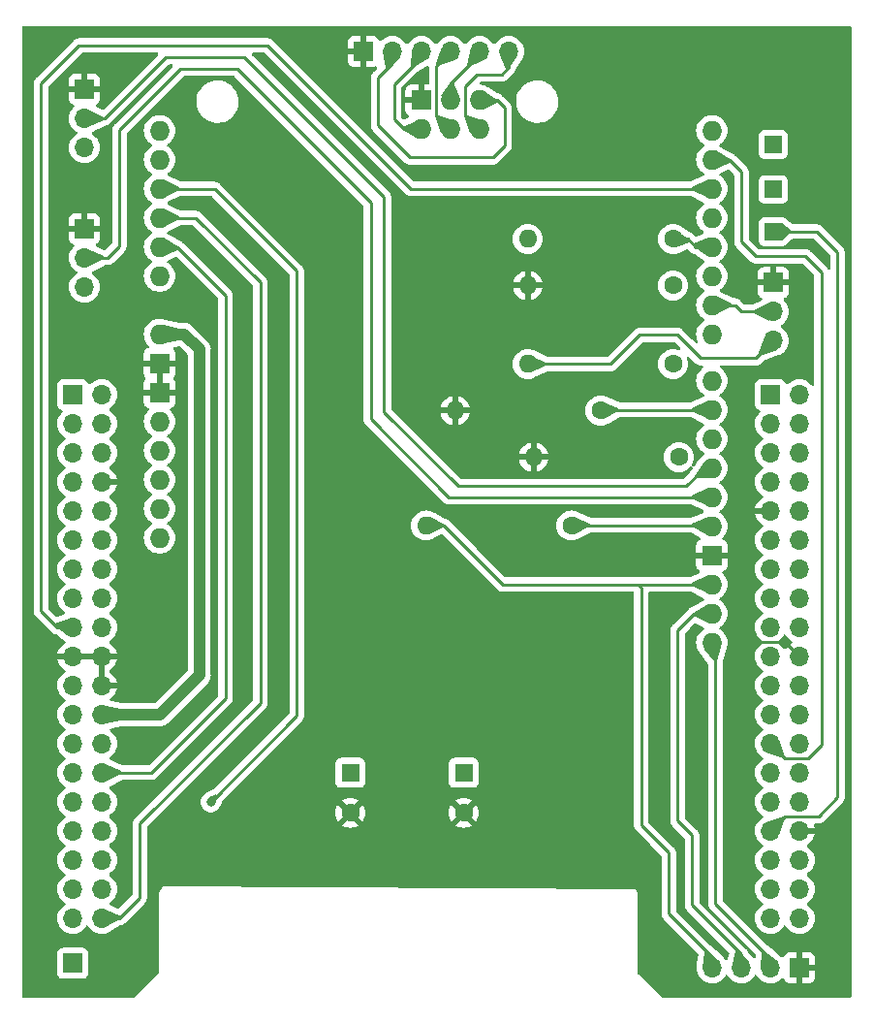
<source format=gbr>
%TF.GenerationSoftware,KiCad,Pcbnew,7.0.5*%
%TF.CreationDate,2024-02-20T16:44:10+09:00*%
%TF.ProjectId,Arduino_CQbrushless,41726475-696e-46f5-9f43-516272757368,rev?*%
%TF.SameCoordinates,Original*%
%TF.FileFunction,Copper,L2,Bot*%
%TF.FilePolarity,Positive*%
%FSLAX46Y46*%
G04 Gerber Fmt 4.6, Leading zero omitted, Abs format (unit mm)*
G04 Created by KiCad (PCBNEW 7.0.5) date 2024-02-20 16:44:10*
%MOMM*%
%LPD*%
G01*
G04 APERTURE LIST*
%TA.AperFunction,ComponentPad*%
%ADD10R,1.700000X1.700000*%
%TD*%
%TA.AperFunction,ComponentPad*%
%ADD11O,1.700000X1.700000*%
%TD*%
%TA.AperFunction,ComponentPad*%
%ADD12C,1.600000*%
%TD*%
%TA.AperFunction,ComponentPad*%
%ADD13O,1.600000X1.600000*%
%TD*%
%TA.AperFunction,ComponentPad*%
%ADD14R,1.600000X1.600000*%
%TD*%
%TA.AperFunction,ComponentPad*%
%ADD15R,1.500000X1.500000*%
%TD*%
%TA.AperFunction,ComponentPad*%
%ADD16O,1.727200X1.727200*%
%TD*%
%TA.AperFunction,ComponentPad*%
%ADD17R,1.727200X1.727200*%
%TD*%
%TA.AperFunction,ViaPad*%
%ADD18C,0.800000*%
%TD*%
%TA.AperFunction,Conductor*%
%ADD19C,0.250000*%
%TD*%
%TA.AperFunction,Conductor*%
%ADD20C,0.500000*%
%TD*%
%TA.AperFunction,Conductor*%
%ADD21C,1.000000*%
%TD*%
G04 APERTURE END LIST*
D10*
%TO.P,J3,1,Pin_1*%
%TO.N,/ACCEL*%
X84836000Y-159766000D03*
%TD*%
%TO.P,J1,1,Pin_1*%
%TO.N,unconnected-(J1-Pin_1-Pad1)*%
X84826000Y-110109000D03*
D11*
%TO.P,J1,2,Pin_2*%
%TO.N,unconnected-(J1-Pin_2-Pad2)*%
X87366000Y-110109000D03*
%TO.P,J1,3,Pin_3*%
%TO.N,unconnected-(J1-Pin_3-Pad3)*%
X84826000Y-112649000D03*
%TO.P,J1,4,Pin_4*%
%TO.N,unconnected-(J1-Pin_4-Pad4)*%
X87366000Y-112649000D03*
%TO.P,J1,5,Pin_5*%
%TO.N,unconnected-(J1-Pin_5-Pad5)*%
X84826000Y-115189000D03*
%TO.P,J1,6,Pin_6*%
%TO.N,unconnected-(J1-Pin_6-Pad6)*%
X87366000Y-115189000D03*
%TO.P,J1,7,Pin_7*%
%TO.N,unconnected-(J1-Pin_7-Pad7)*%
X84826000Y-117729000D03*
%TO.P,J1,8,Pin_8*%
%TO.N,GND*%
X87366000Y-117729000D03*
%TO.P,J1,9,Pin_9*%
%TO.N,unconnected-(J1-Pin_9-Pad9)*%
X84826000Y-120269000D03*
%TO.P,J1,10,Pin_10*%
%TO.N,unconnected-(J1-Pin_10-Pad10)*%
X87366000Y-120269000D03*
%TO.P,J1,11,Pin_11*%
%TO.N,unconnected-(J1-Pin_11-Pad11)*%
X84826000Y-122809000D03*
%TO.P,J1,12,Pin_12*%
%TO.N,unconnected-(J1-Pin_12-Pad12)*%
X87366000Y-122809000D03*
%TO.P,J1,13,Pin_13*%
%TO.N,unconnected-(J1-Pin_13-Pad13)*%
X84826000Y-125349000D03*
%TO.P,J1,14,Pin_14*%
%TO.N,unconnected-(J1-Pin_14-Pad14)*%
X87366000Y-125349000D03*
%TO.P,J1,15,Pin_15*%
%TO.N,unconnected-(J1-Pin_15-Pad15)*%
X84826000Y-127889000D03*
%TO.P,J1,16,Pin_16*%
%TO.N,+5V*%
X87366000Y-127889000D03*
%TO.P,J1,17,Pin_17*%
%TO.N,/HU*%
X84826000Y-130429000D03*
%TO.P,J1,18,Pin_18*%
%TO.N,+5V*%
X87366000Y-130429000D03*
%TO.P,J1,19,Pin_19*%
%TO.N,GND*%
X84826000Y-132969000D03*
%TO.P,J1,20,Pin_20*%
X87366000Y-132969000D03*
%TO.P,J1,21,Pin_21*%
%TO.N,unconnected-(J1-Pin_21-Pad21)*%
X84826000Y-135509000D03*
%TO.P,J1,22,Pin_22*%
%TO.N,GND*%
X87366000Y-135509000D03*
%TO.P,J1,23,Pin_23*%
%TO.N,unconnected-(J1-Pin_23-Pad23)*%
X84826000Y-138049000D03*
%TO.P,J1,24,Pin_24*%
%TO.N,/VIN*%
X87366000Y-138049000D03*
%TO.P,J1,25,Pin_25*%
%TO.N,unconnected-(J1-Pin_25-Pad25)*%
X84826000Y-140589000D03*
%TO.P,J1,26,Pin_26*%
%TO.N,unconnected-(J1-Pin_26-Pad26)*%
X87366000Y-140589000D03*
%TO.P,J1,27,Pin_27*%
%TO.N,unconnected-(J1-Pin_27-Pad27)*%
X84826000Y-143129000D03*
%TO.P,J1,28,Pin_28*%
%TO.N,/lu1*%
X87366000Y-143129000D03*
%TO.P,J1,29,Pin_29*%
%TO.N,unconnected-(J1-Pin_29-Pad29)*%
X84826000Y-145669000D03*
%TO.P,J1,30,Pin_30*%
%TO.N,/BATT*%
X87366000Y-145669000D03*
%TO.P,J1,31,Pin_31*%
%TO.N,unconnected-(J1-Pin_31-Pad31)*%
X84826000Y-148209000D03*
%TO.P,J1,32,Pin_32*%
%TO.N,unconnected-(J1-Pin_32-Pad32)*%
X87366000Y-148209000D03*
%TO.P,J1,33,Pin_33*%
%TO.N,unconnected-(J1-Pin_33-Pad33)*%
X84826000Y-150749000D03*
%TO.P,J1,34,Pin_34*%
%TO.N,/Vn*%
X87366000Y-150749000D03*
%TO.P,J1,35,Pin_35*%
%TO.N,/ACCEL*%
X84826000Y-153289000D03*
%TO.P,J1,36,Pin_36*%
%TO.N,unconnected-(J1-Pin_36-Pad36)*%
X87366000Y-153289000D03*
%TO.P,J1,37,Pin_37*%
%TO.N,unconnected-(J1-Pin_37-Pad37)*%
X84826000Y-155829000D03*
%TO.P,J1,38,Pin_38*%
%TO.N,/lw1*%
X87366000Y-155829000D03*
D10*
%TO.P,J1,39,39*%
%TO.N,unconnected-(J1-Pad39)*%
X145786000Y-110109000D03*
D11*
%TO.P,J1,40,40*%
%TO.N,unconnected-(J1-Pad40)*%
X148326000Y-110109000D03*
%TO.P,J1,41,41*%
%TO.N,/Dir*%
X145786000Y-112649000D03*
%TO.P,J1,42,42*%
%TO.N,unconnected-(J1-Pad42)*%
X148326000Y-112649000D03*
%TO.P,J1,43,43*%
%TO.N,unconnected-(J1-Pad43)*%
X145786000Y-115189000D03*
%TO.P,J1,44,44*%
%TO.N,unconnected-(J1-Pad44)*%
X148326000Y-115189000D03*
%TO.P,J1,45,45*%
%TO.N,unconnected-(J1-Pad45)*%
X145786000Y-117729000D03*
%TO.P,J1,46,46*%
%TO.N,unconnected-(J1-Pad46)*%
X148326000Y-117729000D03*
%TO.P,J1,47,47*%
%TO.N,GND*%
X145786000Y-120269000D03*
%TO.P,J1,48,48*%
%TO.N,unconnected-(J1-Pad48)*%
X148326000Y-120269000D03*
%TO.P,J1,49,49*%
%TO.N,unconnected-(J1-Pad49)*%
X145786000Y-122809000D03*
%TO.P,J1,50,50*%
%TO.N,unconnected-(J1-Pad50)*%
X148326000Y-122809000D03*
%TO.P,J1,51,51*%
%TO.N,unconnected-(J1-Pad51)*%
X145786000Y-125349000D03*
%TO.P,J1,52,52*%
%TO.N,unconnected-(J1-Pad52)*%
X148326000Y-125349000D03*
%TO.P,J1,53,53*%
%TO.N,unconnected-(J1-Pad53)*%
X145786000Y-127889000D03*
%TO.P,J1,54,54*%
%TO.N,unconnected-(J1-Pad54)*%
X148326000Y-127889000D03*
%TO.P,J1,55,55*%
%TO.N,unconnected-(J1-Pad55)*%
X145786000Y-130429000D03*
%TO.P,J1,56,56*%
%TO.N,unconnected-(J1-Pad56)*%
X148326000Y-130429000D03*
%TO.P,J1,57,57*%
%TO.N,unconnected-(J1-Pad57)*%
X145786000Y-132969000D03*
%TO.P,J1,58,58*%
%TO.N,GND*%
X148326000Y-132969000D03*
%TO.P,J1,59,59*%
%TO.N,/Vp*%
X145786000Y-135509000D03*
%TO.P,J1,60,60*%
%TO.N,unconnected-(J1-Pad60)*%
X148326000Y-135509000D03*
%TO.P,J1,61,61*%
%TO.N,/Up*%
X145786000Y-138049000D03*
%TO.P,J1,62,62*%
%TO.N,/Wn*%
X148326000Y-138049000D03*
%TO.P,J1,63,63*%
%TO.N,/HW*%
X145786000Y-140589000D03*
%TO.P,J1,64,64*%
%TO.N,/Un*%
X148326000Y-140589000D03*
%TO.P,J1,65,65*%
%TO.N,unconnected-(J1-Pad65)*%
X145786000Y-143129000D03*
%TO.P,J1,66,66*%
%TO.N,/C10-28*%
X148326000Y-143129000D03*
%TO.P,J1,67,67*%
%TO.N,unconnected-(J1-Pad67)*%
X145786000Y-145669000D03*
%TO.P,J1,68,68*%
%TO.N,unconnected-(J1-Pad68)*%
X148326000Y-145669000D03*
%TO.P,J1,69,69*%
%TO.N,/HV*%
X145786000Y-148209000D03*
%TO.P,J1,70,70*%
%TO.N,GND*%
X148326000Y-148209000D03*
%TO.P,J1,71,71*%
%TO.N,/Wp*%
X145786000Y-150749000D03*
%TO.P,J1,72,72*%
%TO.N,/TP_OVC1*%
X148326000Y-150749000D03*
%TO.P,J1,73,73*%
%TO.N,unconnected-(J1-Pad73)*%
X145786000Y-153289000D03*
%TO.P,J1,74,74*%
%TO.N,unconnected-(J1-Pad74)*%
X148326000Y-153289000D03*
%TO.P,J1,75,75*%
%TO.N,unconnected-(J1-Pad75)*%
X145786000Y-155829000D03*
%TO.P,J1,76,76*%
%TO.N,unconnected-(J1-Pad76)*%
X148326000Y-155829000D03*
%TD*%
D12*
%TO.P,R5,1*%
%TO.N,/Wp*%
X130937000Y-111506000D03*
D13*
%TO.P,R5,2*%
%TO.N,GND*%
X118237000Y-111506000D03*
%TD*%
D10*
%TO.P,J2,1,Pin_1*%
%TO.N,GND*%
X110236000Y-80137000D03*
D11*
%TO.P,J2,2,Pin_2*%
%TO.N,Net-(A1-SPI_5V)*%
X112776000Y-80137000D03*
%TO.P,J2,3,Pin_3*%
%TO.N,Net-(A1-SPI_RESET)*%
X115316000Y-80137000D03*
%TO.P,J2,4,Pin_4*%
%TO.N,Net-(A1-SPI_SCK)*%
X117856000Y-80137000D03*
%TO.P,J2,5,Pin_5*%
%TO.N,Net-(A1-SPI_MOSI)*%
X120396000Y-80137000D03*
%TO.P,J2,6,Pin_6*%
%TO.N,Net-(A1-SPI_MISO)*%
X122936000Y-80137000D03*
%TD*%
D14*
%TO.P,C4,1*%
%TO.N,/VIN*%
X109093000Y-143127349D03*
D12*
%TO.P,C4,2*%
%TO.N,GND*%
X109093000Y-146627349D03*
%TD*%
D15*
%TO.P,REF\u002A\u002A,1*%
%TO.N,/HU*%
X146050000Y-92202000D03*
%TD*%
D10*
%TO.P,SW1,1,A*%
%TO.N,GND*%
X85852000Y-83454000D03*
D11*
%TO.P,SW1,2,B*%
%TO.N,Net-(SW1-B)*%
X85852000Y-85994000D03*
%TO.P,SW1,3,C*%
%TO.N,unconnected-(SW1-C-Pad3)*%
X85852000Y-88534000D03*
%TD*%
D10*
%TO.P,SW2,1,A*%
%TO.N,GND*%
X85852000Y-95631000D03*
D11*
%TO.P,SW2,2,B*%
%TO.N,Net-(SW2-B)*%
X85852000Y-98171000D03*
%TO.P,SW2,3,C*%
%TO.N,unconnected-(SW2-C-Pad3)*%
X85852000Y-100711000D03*
%TD*%
D12*
%TO.P,R1,1*%
%TO.N,/Un*%
X137287000Y-96520000D03*
D13*
%TO.P,R1,2*%
%TO.N,+5V*%
X124587000Y-96520000D03*
%TD*%
D12*
%TO.P,R4,1*%
%TO.N,/Up*%
X137287000Y-100584000D03*
D13*
%TO.P,R4,2*%
%TO.N,GND*%
X124587000Y-100584000D03*
%TD*%
D10*
%TO.P,J6,1,Pin_1*%
%TO.N,GND*%
X148326000Y-160147000D03*
D11*
%TO.P,J6,2,Pin_2*%
%TO.N,Net-(J6-Pin_2)*%
X145786000Y-160147000D03*
%TO.P,J6,3,Pin_3*%
%TO.N,Net-(J6-Pin_3)*%
X143246000Y-160147000D03*
%TO.P,J6,4,Pin_4*%
%TO.N,+5V*%
X140706000Y-160147000D03*
%TD*%
D15*
%TO.P,REF\u002A\u002A,1*%
%TO.N,/HW*%
X146050000Y-88265000D03*
%TD*%
D10*
%TO.P,J4,1,Pin_1*%
%TO.N,GND*%
X146050000Y-100330000D03*
D11*
%TO.P,J4,2,Pin_2*%
%TO.N,Net-(J4-Pin_2)*%
X146050000Y-102870000D03*
%TO.P,J4,3,Pin_3*%
%TO.N,+5V*%
X146050000Y-105410000D03*
%TD*%
D12*
%TO.P,R3,1*%
%TO.N,/Wn*%
X137287000Y-107442000D03*
D13*
%TO.P,R3,2*%
%TO.N,+5V*%
X124587000Y-107442000D03*
%TD*%
D15*
%TO.P,REF\u002A\u002A,1*%
%TO.N,/HV*%
X146050000Y-95885000D03*
%TD*%
D12*
%TO.P,R2,1*%
%TO.N,/Vn*%
X128397000Y-121539000D03*
D13*
%TO.P,R2,2*%
%TO.N,+5V*%
X115697000Y-121539000D03*
%TD*%
D14*
%TO.P,C2,1*%
%TO.N,+5V*%
X118999000Y-143127349D03*
D12*
%TO.P,C2,2*%
%TO.N,GND*%
X118999000Y-146627349D03*
%TD*%
%TO.P,R6,1*%
%TO.N,/Vp*%
X137795000Y-115570000D03*
D13*
%TO.P,R6,2*%
%TO.N,GND*%
X125095000Y-115570000D03*
%TD*%
D16*
%TO.P,A1,3V3,3.3V*%
%TO.N,unconnected-(A1-3.3V-Pad3V3)*%
X92405200Y-115011200D03*
%TO.P,A1,5V1,5V*%
%TO.N,unconnected-(A1-5V-Pad5V1)*%
X92405200Y-112471200D03*
%TO.P,A1,5V2,SPI_5V*%
%TO.N,Net-(A1-SPI_5V)*%
X120345200Y-84404200D03*
%TO.P,A1,A0,A0*%
%TO.N,Net-(JP1-A)*%
X92405200Y-99771200D03*
%TO.P,A1,A1,A1*%
%TO.N,/lu1*%
X92405200Y-97231200D03*
%TO.P,A1,A2,A2*%
%TO.N,/lw1*%
X92405200Y-94691200D03*
%TO.P,A1,A3,A3*%
%TO.N,/BATT*%
X92405200Y-92151200D03*
%TO.P,A1,A4,A4*%
%TO.N,/C10-28*%
X92405200Y-89611200D03*
%TO.P,A1,A5,A5*%
%TO.N,/TP_OVC1*%
X92405200Y-87071200D03*
%TO.P,A1,AREF,AREF*%
%TO.N,+5V*%
X140665200Y-126695200D03*
%TO.P,A1,BOOT,BOOT*%
%TO.N,unconnected-(A1-PadBOOT)*%
X92405200Y-122631200D03*
%TO.P,A1,D0,D0/RX*%
%TO.N,unconnected-(A1-D0{slash}RX-PadD0)*%
X140665200Y-87071200D03*
%TO.P,A1,D1,D1/TX*%
%TO.N,/HW*%
X140665200Y-89611200D03*
%TO.P,A1,D2,D2*%
%TO.N,/HU*%
X140665200Y-92151200D03*
%TO.P,A1,D3,D3*%
%TO.N,/HV*%
X140665200Y-94691200D03*
%TO.P,A1,D4,D4*%
%TO.N,/Un*%
X140665200Y-97231200D03*
%TO.P,A1,D5,D5*%
%TO.N,/Up*%
X140665200Y-99771200D03*
%TO.P,A1,D6,D6*%
%TO.N,Net-(J4-Pin_2)*%
X140665200Y-102311200D03*
%TO.P,A1,D7,D7*%
%TO.N,/Dir*%
X140665200Y-104851200D03*
%TO.P,A1,D8,D8*%
%TO.N,/Wn*%
X140665200Y-108915200D03*
%TO.P,A1,D9,D9*%
%TO.N,/Wp*%
X140665200Y-111455200D03*
%TO.P,A1,D10,D10*%
%TO.N,/Vp*%
X140665200Y-113995200D03*
%TO.P,A1,D11,D11*%
%TO.N,Net-(SW1-B)*%
X140665200Y-116535200D03*
%TO.P,A1,D12,D12*%
%TO.N,Net-(SW2-B)*%
X140665200Y-119075200D03*
%TO.P,A1,D13,D13*%
%TO.N,/Vn*%
X140665200Y-121615200D03*
D17*
%TO.P,A1,GND1,GND*%
%TO.N,GND*%
X140665200Y-124155200D03*
%TO.P,A1,GND2,GND*%
X92405200Y-109931200D03*
%TO.P,A1,GND3,GND*%
X92405200Y-107391200D03*
%TO.P,A1,GND4,SPI_GND*%
X115265200Y-84404200D03*
D16*
%TO.P,A1,IORF,IOREF*%
%TO.N,unconnected-(A1-IOREF-PadIORF)*%
X92405200Y-120091200D03*
%TO.P,A1,MISO,SPI_MISO*%
%TO.N,Net-(A1-SPI_MISO)*%
X120345200Y-86944200D03*
%TO.P,A1,MOSI,SPI_MOSI*%
%TO.N,Net-(A1-SPI_MOSI)*%
X117805200Y-84404200D03*
%TO.P,A1,RST1,RESET*%
%TO.N,unconnected-(A1-RESET-PadRST1)*%
X92405200Y-117551200D03*
%TO.P,A1,RST2,SPI_RESET*%
%TO.N,Net-(A1-SPI_RESET)*%
X115265200Y-86944200D03*
%TO.P,A1,SCK,SPI_SCK*%
%TO.N,Net-(A1-SPI_SCK)*%
X117805200Y-86944200D03*
%TO.P,A1,SCL,SCL*%
%TO.N,Net-(J6-Pin_2)*%
X140665200Y-131775200D03*
%TO.P,A1,SDA,SDA*%
%TO.N,Net-(J6-Pin_3)*%
X140665200Y-129235200D03*
%TO.P,A1,VIN,VIN*%
%TO.N,/VIN*%
X92405200Y-104851200D03*
%TD*%
D18*
%TO.N,/BATT*%
X96901000Y-145669000D03*
%TO.N,GND*%
X102743000Y-132461000D03*
X99695000Y-132461000D03*
X142748000Y-152908000D03*
X129921000Y-149733000D03*
X133604000Y-88900000D03*
X132842000Y-141605000D03*
X136144000Y-143891000D03*
X107696000Y-115697000D03*
X123063000Y-122174000D03*
X142748000Y-143891000D03*
X137033000Y-88900000D03*
X99949000Y-88773000D03*
X99695000Y-115697000D03*
X102997000Y-88773000D03*
X139319000Y-143891000D03*
X102870000Y-115697000D03*
%TD*%
D19*
%TO.N,+5V*%
X134493000Y-126949200D02*
X134493000Y-147701000D01*
X140706000Y-159248000D02*
X140706000Y-160147000D01*
X117221000Y-121539000D02*
X115697000Y-121539000D01*
X134239000Y-126695200D02*
X140665200Y-126695200D01*
X144526000Y-106934000D02*
X146050000Y-105410000D01*
X122377200Y-126695200D02*
X134239000Y-126695200D01*
X131826000Y-107442000D02*
X134366000Y-104902000D01*
X137668000Y-104902000D02*
X139700000Y-106934000D01*
X117221000Y-121539000D02*
X122377200Y-126695200D01*
D20*
X140360400Y-159801400D02*
X140706000Y-160147000D01*
D19*
X134239000Y-126695200D02*
X134493000Y-126949200D01*
X124587000Y-107442000D02*
X131826000Y-107442000D01*
X134366000Y-104902000D02*
X137668000Y-104902000D01*
X134493000Y-147701000D02*
X136906000Y-150114000D01*
X136906000Y-155448000D02*
X140706000Y-159248000D01*
X136906000Y-150114000D02*
X136906000Y-155448000D01*
X139700000Y-106934000D02*
X144526000Y-106934000D01*
%TO.N,/lu1*%
X98171000Y-101473000D02*
X98171000Y-136652000D01*
X91694000Y-143129000D02*
X87366000Y-143129000D01*
X98171000Y-136652000D02*
X91694000Y-143129000D01*
X92405200Y-97231200D02*
X93929200Y-97231200D01*
X93929200Y-97231200D02*
X98171000Y-101473000D01*
%TO.N,/lw1*%
X95580200Y-94691200D02*
X92405200Y-94691200D01*
X87366000Y-155829000D02*
X88900000Y-155829000D01*
X90678000Y-147574000D02*
X101219000Y-137033000D01*
X101219000Y-100330000D02*
X95580200Y-94691200D01*
X88900000Y-155829000D02*
X90678000Y-154051000D01*
X101219000Y-137033000D02*
X101219000Y-100330000D01*
X90678000Y-154051000D02*
X90678000Y-147574000D01*
%TO.N,/BATT*%
X97231200Y-92151200D02*
X92405200Y-92151200D01*
X104394000Y-99314000D02*
X97231200Y-92151200D01*
X104394000Y-138176000D02*
X104394000Y-99314000D01*
X96901000Y-145669000D02*
X104394000Y-138176000D01*
%TO.N,GND*%
X148326000Y-132969000D02*
X147056000Y-131699000D01*
X147056000Y-131699000D02*
X144272000Y-131699000D01*
D21*
%TO.N,/VIN*%
X94564200Y-104851200D02*
X92405200Y-104851200D01*
X95885000Y-134620000D02*
X95885000Y-106172000D01*
X87366000Y-138049000D02*
X92456000Y-138049000D01*
X95885000Y-106172000D02*
X94564200Y-104851200D01*
X92456000Y-138049000D02*
X95885000Y-134620000D01*
D19*
%TO.N,/HU*%
X82042000Y-82931000D02*
X85344000Y-79629000D01*
X82042000Y-129032000D02*
X82042000Y-82931000D01*
X101854000Y-79629000D02*
X114376200Y-92151200D01*
X83439000Y-130429000D02*
X82042000Y-129032000D01*
X114376200Y-92151200D02*
X140665200Y-92151200D01*
X84826000Y-130429000D02*
X83439000Y-130429000D01*
X85344000Y-79629000D02*
X101854000Y-79629000D01*
%TO.N,/HW*%
X150241000Y-99441000D02*
X150241000Y-140716000D01*
X147056000Y-141859000D02*
X145786000Y-140589000D01*
X142189200Y-89611200D02*
X143256000Y-90678000D01*
X143256000Y-96774000D02*
X144526000Y-98044000D01*
X140665200Y-89611200D02*
X142189200Y-89611200D01*
X143256000Y-90678000D02*
X143256000Y-96774000D01*
X150241000Y-140716000D02*
X149098000Y-141859000D01*
X149098000Y-141859000D02*
X147056000Y-141859000D01*
X144526000Y-98044000D02*
X148844000Y-98044000D01*
X148844000Y-98044000D02*
X150241000Y-99441000D01*
%TO.N,/HV*%
X146050000Y-95885000D02*
X149860000Y-95885000D01*
X151638000Y-145288000D02*
X149987000Y-146939000D01*
X149860000Y-95885000D02*
X151638000Y-97663000D01*
X147056000Y-146939000D02*
X145786000Y-148209000D01*
X151638000Y-97663000D02*
X151638000Y-145288000D01*
X149987000Y-146939000D02*
X147056000Y-146939000D01*
%TO.N,/Vn*%
X128397000Y-121539000D02*
X140589000Y-121539000D01*
X140589000Y-121539000D02*
X140665200Y-121615200D01*
%TO.N,Net-(J6-Pin_3)*%
X140665200Y-129235200D02*
X139115800Y-129235200D01*
X138938000Y-154686000D02*
X143246000Y-158994000D01*
X143246000Y-158994000D02*
X143246000Y-160147000D01*
X139115800Y-129235200D02*
X137668000Y-130683000D01*
X137668000Y-147320000D02*
X138938000Y-148590000D01*
X138938000Y-148590000D02*
X138938000Y-154686000D01*
X137668000Y-130683000D02*
X137668000Y-147320000D01*
%TO.N,Net-(J6-Pin_2)*%
X145786000Y-159375000D02*
X145786000Y-160147000D01*
X140970000Y-154559000D02*
X145786000Y-159375000D01*
X140970000Y-132080000D02*
X140970000Y-154559000D01*
X140665200Y-131775200D02*
X140970000Y-132080000D01*
%TO.N,/Un*%
X138557000Y-96520000D02*
X139268200Y-97231200D01*
X137287000Y-96520000D02*
X138557000Y-96520000D01*
X139268200Y-97231200D02*
X140665200Y-97231200D01*
%TO.N,/Wp*%
X140614400Y-111506000D02*
X140665200Y-111455200D01*
X130987800Y-111455200D02*
X130937000Y-111506000D01*
X140665200Y-111455200D02*
X130987800Y-111455200D01*
%TO.N,Net-(SW2-B)*%
X110871000Y-112268000D02*
X110871000Y-93345000D01*
X99187000Y-81661000D02*
X94234000Y-81661000D01*
X88900000Y-86995000D02*
X88900000Y-97155000D01*
X140665200Y-119075200D02*
X117678200Y-119075200D01*
X117678200Y-119075200D02*
X110871000Y-112268000D01*
X87884000Y-98171000D02*
X85852000Y-98171000D01*
X110871000Y-93345000D02*
X99187000Y-81661000D01*
X94234000Y-81661000D02*
X88900000Y-86995000D01*
X88900000Y-97155000D02*
X87884000Y-98171000D01*
%TO.N,Net-(SW1-B)*%
X112014000Y-111633000D02*
X112014000Y-92837000D01*
X112014000Y-92837000D02*
X99822000Y-80645000D01*
X92964000Y-80645000D02*
X87615000Y-85994000D01*
X99822000Y-80645000D02*
X92964000Y-80645000D01*
X140004800Y-116535200D02*
X138430000Y-118110000D01*
X87615000Y-85994000D02*
X85852000Y-85994000D01*
X118491000Y-118110000D02*
X112014000Y-111633000D01*
X138430000Y-118110000D02*
X118491000Y-118110000D01*
X140665200Y-116535200D02*
X140004800Y-116535200D01*
%TO.N,Net-(J4-Pin_2)*%
X142697200Y-102311200D02*
X143256000Y-102870000D01*
X140665200Y-102311200D02*
X142697200Y-102311200D01*
X143256000Y-102870000D02*
X146050000Y-102870000D01*
%TO.N,Net-(A1-SPI_SCK)*%
X117805200Y-86944200D02*
X116586000Y-85725000D01*
X116586000Y-85725000D02*
X116586000Y-81407000D01*
X116586000Y-81407000D02*
X117856000Y-80137000D01*
%TO.N,Net-(A1-SPI_RESET)*%
X115316000Y-80645000D02*
X115316000Y-80137000D01*
X113741200Y-86944200D02*
X112903000Y-86106000D01*
X112903000Y-86106000D02*
X112903000Y-83058000D01*
X112903000Y-83058000D02*
X115316000Y-80645000D01*
X115265200Y-86944200D02*
X113741200Y-86944200D01*
%TO.N,Net-(A1-SPI_MOSI)*%
X117805200Y-82981800D02*
X120396000Y-80391000D01*
X117805200Y-84404200D02*
X117805200Y-82981800D01*
X120396000Y-80391000D02*
X120396000Y-80137000D01*
%TO.N,Net-(A1-SPI_MISO)*%
X119126000Y-83185000D02*
X120142000Y-82169000D01*
X122936000Y-81534000D02*
X122936000Y-80137000D01*
X120345200Y-86944200D02*
X119126000Y-85725000D01*
X119126000Y-85725000D02*
X119126000Y-83185000D01*
X120142000Y-82169000D02*
X122301000Y-82169000D01*
X122301000Y-82169000D02*
X122936000Y-81534000D01*
%TO.N,Net-(A1-SPI_5V)*%
X111506000Y-82423000D02*
X112776000Y-81153000D01*
X121869200Y-84404200D02*
X122555000Y-85090000D01*
X122555000Y-85090000D02*
X122555000Y-88392000D01*
X112776000Y-81153000D02*
X112776000Y-80137000D01*
X121539000Y-89408000D02*
X114300000Y-89408000D01*
X111506000Y-86614000D02*
X111506000Y-82423000D01*
X122555000Y-88392000D02*
X121539000Y-89408000D01*
X114300000Y-89408000D02*
X111506000Y-86614000D01*
X120345200Y-84404200D02*
X121869200Y-84404200D01*
%TD*%
%TA.AperFunction,Conductor*%
%TO.N,GND*%
G36*
X138837712Y-127332987D02*
G01*
X139929271Y-127858841D01*
X139981124Y-127905671D01*
X139999428Y-127973101D01*
X139978371Y-128039722D01*
X139934473Y-128079608D01*
X139916549Y-128089308D01*
X139885786Y-128113251D01*
X139878918Y-128117894D01*
X139055274Y-128597931D01*
X139024271Y-128608986D01*
X139024658Y-128610316D01*
X138997926Y-128618081D01*
X138978883Y-128622025D01*
X138959004Y-128624536D01*
X138959003Y-128624537D01*
X138915678Y-128641690D01*
X138910152Y-128643582D01*
X138865408Y-128656583D01*
X138865404Y-128656585D01*
X138848165Y-128666780D01*
X138830698Y-128675337D01*
X138812069Y-128682712D01*
X138812067Y-128682713D01*
X138774364Y-128710106D01*
X138769482Y-128713312D01*
X138729380Y-128737028D01*
X138715208Y-128751200D01*
X138700423Y-128763828D01*
X138684212Y-128775607D01*
X138654509Y-128811510D01*
X138650577Y-128815831D01*
X137284208Y-130182199D01*
X137271951Y-130192020D01*
X137272134Y-130192241D01*
X137266122Y-130197214D01*
X137219432Y-130246932D01*
X137218079Y-130248329D01*
X137197889Y-130268519D01*
X137197877Y-130268532D01*
X137193621Y-130274017D01*
X137189837Y-130278447D01*
X137157937Y-130312418D01*
X137157936Y-130312420D01*
X137148284Y-130329976D01*
X137137610Y-130346226D01*
X137125329Y-130362061D01*
X137125324Y-130362068D01*
X137106815Y-130404838D01*
X137104245Y-130410084D01*
X137081803Y-130450906D01*
X137076822Y-130470307D01*
X137070521Y-130488710D01*
X137062562Y-130507102D01*
X137062561Y-130507105D01*
X137055271Y-130553127D01*
X137054087Y-130558846D01*
X137042501Y-130603972D01*
X137042500Y-130603982D01*
X137042500Y-130624016D01*
X137040973Y-130643415D01*
X137037840Y-130663194D01*
X137037840Y-130663195D01*
X137042225Y-130709583D01*
X137042500Y-130715421D01*
X137042500Y-147237255D01*
X137040775Y-147252872D01*
X137041061Y-147252899D01*
X137040326Y-147260666D01*
X137042469Y-147328846D01*
X137042500Y-147330793D01*
X137042500Y-147359343D01*
X137042501Y-147359360D01*
X137043368Y-147366231D01*
X137043826Y-147372050D01*
X137045290Y-147418624D01*
X137045291Y-147418627D01*
X137050880Y-147437867D01*
X137054824Y-147456911D01*
X137057336Y-147476792D01*
X137064538Y-147494982D01*
X137074490Y-147520119D01*
X137076382Y-147525647D01*
X137089381Y-147570388D01*
X137099580Y-147587634D01*
X137108138Y-147605103D01*
X137115514Y-147623732D01*
X137142898Y-147661423D01*
X137146106Y-147666307D01*
X137169827Y-147706416D01*
X137169833Y-147706424D01*
X137183990Y-147720580D01*
X137196628Y-147735376D01*
X137208405Y-147751586D01*
X137208406Y-147751587D01*
X137244309Y-147781288D01*
X137248620Y-147785210D01*
X137768296Y-148304886D01*
X138276181Y-148812771D01*
X138309666Y-148874094D01*
X138312500Y-148900452D01*
X138312500Y-154603255D01*
X138310775Y-154618872D01*
X138311061Y-154618899D01*
X138310326Y-154626666D01*
X138312469Y-154694846D01*
X138312500Y-154696793D01*
X138312500Y-154725343D01*
X138312501Y-154725360D01*
X138313368Y-154732231D01*
X138313826Y-154738050D01*
X138315290Y-154784624D01*
X138315291Y-154784627D01*
X138320880Y-154803867D01*
X138324824Y-154822911D01*
X138325295Y-154826634D01*
X138327336Y-154842791D01*
X138344490Y-154886119D01*
X138346382Y-154891647D01*
X138349621Y-154902796D01*
X138359382Y-154936390D01*
X138364724Y-154945424D01*
X138369580Y-154953634D01*
X138378138Y-154971103D01*
X138385514Y-154989732D01*
X138412898Y-155027423D01*
X138416106Y-155032307D01*
X138439827Y-155072416D01*
X138439833Y-155072424D01*
X138453990Y-155086580D01*
X138466627Y-155101375D01*
X138478406Y-155117587D01*
X138509316Y-155143158D01*
X138514309Y-155147288D01*
X138518620Y-155151210D01*
X141489717Y-158122308D01*
X142155854Y-158788445D01*
X142189339Y-158849768D01*
X142187723Y-158909049D01*
X142060129Y-159372372D01*
X142023351Y-159431779D01*
X141960294Y-159461872D01*
X141890978Y-159453096D01*
X141839004Y-159410572D01*
X141744496Y-159275600D01*
X141711300Y-159242404D01*
X141660203Y-159191307D01*
X141656821Y-159187639D01*
X141632299Y-159158800D01*
X141632296Y-159158797D01*
X141632295Y-159158796D01*
X141594406Y-159125342D01*
X141591602Y-159122706D01*
X141577404Y-159108508D01*
X141577396Y-159108501D01*
X141570292Y-159103527D01*
X141564813Y-159099213D01*
X141514632Y-159054906D01*
X140570813Y-158221565D01*
X140570802Y-158221556D01*
X140570793Y-158221548D01*
X140552685Y-158206748D01*
X140541030Y-158197221D01*
X140541028Y-158197220D01*
X140536762Y-158193733D01*
X140532156Y-158189566D01*
X137567819Y-155225228D01*
X137534334Y-155163905D01*
X137531500Y-155137547D01*
X137531500Y-150196737D01*
X137533224Y-150181123D01*
X137532938Y-150181096D01*
X137533672Y-150173333D01*
X137531531Y-150105171D01*
X137531500Y-150103224D01*
X137531500Y-150074651D01*
X137531500Y-150074650D01*
X137530629Y-150067759D01*
X137530172Y-150061945D01*
X137528709Y-150015373D01*
X137523121Y-149996139D01*
X137519174Y-149977081D01*
X137516664Y-149957208D01*
X137499507Y-149913875D01*
X137497614Y-149908346D01*
X137484618Y-149863614D01*
X137484617Y-149863610D01*
X137474420Y-149846368D01*
X137465863Y-149828902D01*
X137458486Y-149810268D01*
X137431083Y-149772550D01*
X137427900Y-149767705D01*
X137404170Y-149727579D01*
X137404165Y-149727573D01*
X137390005Y-149713413D01*
X137377370Y-149698620D01*
X137365593Y-149682412D01*
X137329693Y-149652713D01*
X137325381Y-149648790D01*
X135154819Y-147478228D01*
X135121334Y-147416905D01*
X135118500Y-147390547D01*
X135118500Y-127444700D01*
X135138185Y-127377661D01*
X135190989Y-127331906D01*
X135242500Y-127320700D01*
X138783895Y-127320700D01*
X138837712Y-127332987D01*
G37*
%TD.AperFunction*%
%TA.AperFunction,Conductor*%
G36*
X139250859Y-130087243D02*
G01*
X139259775Y-130090970D01*
X139809091Y-130346226D01*
X139924483Y-130399846D01*
X139976984Y-130445948D01*
X139996226Y-130513116D01*
X139976100Y-130580024D01*
X139931252Y-130621350D01*
X139916557Y-130629303D01*
X139916553Y-130629305D01*
X139738155Y-130768159D01*
X139738150Y-130768163D01*
X139585050Y-130934472D01*
X139585042Y-130934483D01*
X139461398Y-131123733D01*
X139370588Y-131330760D01*
X139315092Y-131549910D01*
X139296425Y-131775193D01*
X139296425Y-131775206D01*
X139315092Y-132000489D01*
X139370588Y-132219639D01*
X139407296Y-132303326D01*
X139461398Y-132426665D01*
X139585044Y-132615919D01*
X139585046Y-132615922D01*
X139640305Y-132675950D01*
X139652952Y-132693560D01*
X139653547Y-132693178D01*
X139655941Y-132696903D01*
X140035859Y-133204408D01*
X140319767Y-133583659D01*
X140344184Y-133649123D01*
X140344500Y-133657970D01*
X140344500Y-154476255D01*
X140342775Y-154491872D01*
X140343061Y-154491899D01*
X140342326Y-154499666D01*
X140344469Y-154567846D01*
X140344500Y-154569793D01*
X140344500Y-154598343D01*
X140344501Y-154598360D01*
X140345368Y-154605231D01*
X140345826Y-154611050D01*
X140347290Y-154657624D01*
X140347291Y-154657627D01*
X140352880Y-154676867D01*
X140356824Y-154695911D01*
X140359336Y-154715792D01*
X140376490Y-154759119D01*
X140378382Y-154764647D01*
X140391381Y-154809388D01*
X140401580Y-154826634D01*
X140410138Y-154844103D01*
X140417514Y-154862732D01*
X140444898Y-154900423D01*
X140448106Y-154905307D01*
X140471827Y-154945416D01*
X140471833Y-154945424D01*
X140485990Y-154959580D01*
X140498628Y-154974376D01*
X140510405Y-154990586D01*
X140510406Y-154990587D01*
X140546309Y-155020288D01*
X140550620Y-155024210D01*
X142529442Y-157003032D01*
X144471456Y-158945046D01*
X144504941Y-159006369D01*
X144507466Y-159041480D01*
X144496443Y-159197246D01*
X144472075Y-159262729D01*
X144416173Y-159304642D01*
X144346485Y-159309679D01*
X144285137Y-159276240D01*
X144285072Y-159276175D01*
X144241457Y-159232561D01*
X144225172Y-159212460D01*
X144224353Y-159211201D01*
X144220134Y-159204710D01*
X144220133Y-159204709D01*
X144220133Y-159204708D01*
X143845486Y-158776872D01*
X143828673Y-158750281D01*
X143828592Y-158750329D01*
X143826978Y-158747600D01*
X143824973Y-158744429D01*
X143824619Y-158743612D01*
X143824618Y-158743610D01*
X143814419Y-158726365D01*
X143805863Y-158708901D01*
X143798486Y-158690268D01*
X143771079Y-158652545D01*
X143767888Y-158647686D01*
X143744172Y-158607583D01*
X143744165Y-158607574D01*
X143730006Y-158593415D01*
X143717368Y-158578619D01*
X143705594Y-158562413D01*
X143700808Y-158558454D01*
X143669688Y-158532709D01*
X143665376Y-158528786D01*
X143368130Y-158231540D01*
X143365341Y-158228561D01*
X143333364Y-158192044D01*
X143331120Y-158189566D01*
X143327735Y-158185827D01*
X143324316Y-158182175D01*
X143272503Y-158134070D01*
X143272501Y-158134068D01*
X143272497Y-158134066D01*
X143272336Y-158133945D01*
X143258898Y-158122308D01*
X139599819Y-154463228D01*
X139566334Y-154401905D01*
X139563500Y-154375547D01*
X139563500Y-148672737D01*
X139565224Y-148657123D01*
X139564938Y-148657096D01*
X139565672Y-148649333D01*
X139563531Y-148581171D01*
X139563500Y-148579224D01*
X139563500Y-148550651D01*
X139563500Y-148550650D01*
X139562629Y-148543759D01*
X139562172Y-148537945D01*
X139560709Y-148491372D01*
X139555122Y-148472144D01*
X139551174Y-148453084D01*
X139550078Y-148444408D01*
X139548664Y-148433208D01*
X139531507Y-148389875D01*
X139529619Y-148384359D01*
X139516619Y-148339612D01*
X139513891Y-148335000D01*
X139506418Y-148322363D01*
X139497860Y-148304894D01*
X139490486Y-148286268D01*
X139490483Y-148286264D01*
X139490483Y-148286263D01*
X139463098Y-148248571D01*
X139459890Y-148243687D01*
X139436172Y-148203582D01*
X139436163Y-148203571D01*
X139422005Y-148189413D01*
X139409370Y-148174620D01*
X139397593Y-148158412D01*
X139361693Y-148128713D01*
X139357381Y-148124790D01*
X138329819Y-147097228D01*
X138296334Y-147035905D01*
X138293500Y-147009547D01*
X138293500Y-130993452D01*
X138313185Y-130926413D01*
X138329819Y-130905771D01*
X138722474Y-130513116D01*
X139119847Y-130115742D01*
X139181168Y-130082259D01*
X139250859Y-130087243D01*
G37*
%TD.AperFunction*%
%TA.AperFunction,Conductor*%
G36*
X95336787Y-95336385D02*
G01*
X95357428Y-95353018D01*
X100557181Y-100552772D01*
X100590665Y-100614093D01*
X100593499Y-100640451D01*
X100593499Y-136722546D01*
X100573814Y-136789585D01*
X100557180Y-136810227D01*
X90294208Y-147073199D01*
X90281951Y-147083020D01*
X90282134Y-147083241D01*
X90276122Y-147088214D01*
X90229432Y-147137932D01*
X90228079Y-147139329D01*
X90207889Y-147159519D01*
X90207877Y-147159532D01*
X90203621Y-147165017D01*
X90199837Y-147169447D01*
X90167937Y-147203418D01*
X90167936Y-147203420D01*
X90158284Y-147220976D01*
X90147610Y-147237226D01*
X90135329Y-147253061D01*
X90135324Y-147253068D01*
X90116815Y-147295838D01*
X90114245Y-147301084D01*
X90091803Y-147341906D01*
X90086822Y-147361307D01*
X90080521Y-147379710D01*
X90072562Y-147398102D01*
X90072561Y-147398105D01*
X90065271Y-147444127D01*
X90064087Y-147449846D01*
X90052501Y-147494972D01*
X90052500Y-147494982D01*
X90052500Y-147515016D01*
X90050973Y-147534415D01*
X90047967Y-147553397D01*
X90047840Y-147554196D01*
X90049030Y-147566783D01*
X90052225Y-147600583D01*
X90052500Y-147606421D01*
X90052500Y-153740546D01*
X90032815Y-153807585D01*
X90016181Y-153828227D01*
X88888566Y-154955842D01*
X88827243Y-154989327D01*
X88757551Y-154984343D01*
X88748303Y-154980460D01*
X88077452Y-154666349D01*
X88025086Y-154620094D01*
X88006040Y-154552871D01*
X88026361Y-154486022D01*
X88058911Y-154452475D01*
X88128095Y-154404032D01*
X88237401Y-154327495D01*
X88404495Y-154160401D01*
X88540035Y-153966830D01*
X88639903Y-153752663D01*
X88701063Y-153524408D01*
X88721659Y-153289000D01*
X88701063Y-153053592D01*
X88639903Y-152825337D01*
X88540035Y-152611171D01*
X88534425Y-152603158D01*
X88404494Y-152417597D01*
X88237402Y-152250506D01*
X88237396Y-152250501D01*
X88051842Y-152120575D01*
X88008217Y-152065998D01*
X88001023Y-151996500D01*
X88032546Y-151934145D01*
X88051842Y-151917425D01*
X88074026Y-151901891D01*
X88237401Y-151787495D01*
X88404495Y-151620401D01*
X88540035Y-151426830D01*
X88639903Y-151212663D01*
X88701063Y-150984408D01*
X88721659Y-150749000D01*
X88701063Y-150513592D01*
X88639903Y-150285337D01*
X88540035Y-150071171D01*
X88537660Y-150067778D01*
X88404494Y-149877597D01*
X88237402Y-149710506D01*
X88237396Y-149710501D01*
X88051842Y-149580575D01*
X88008217Y-149525998D01*
X88001023Y-149456500D01*
X88032546Y-149394145D01*
X88051842Y-149377425D01*
X88074026Y-149361891D01*
X88237401Y-149247495D01*
X88404495Y-149080401D01*
X88540035Y-148886830D01*
X88639903Y-148672663D01*
X88701063Y-148444408D01*
X88721659Y-148209000D01*
X88701063Y-147973592D01*
X88641578Y-147751587D01*
X88639905Y-147745344D01*
X88639904Y-147745343D01*
X88639903Y-147745337D01*
X88540035Y-147531171D01*
X88534425Y-147523158D01*
X88404494Y-147337597D01*
X88237402Y-147170506D01*
X88237396Y-147170501D01*
X88051842Y-147040575D01*
X88008217Y-146985998D01*
X88001023Y-146916500D01*
X88032546Y-146854145D01*
X88051842Y-146837425D01*
X88074026Y-146821891D01*
X88237401Y-146707495D01*
X88404495Y-146540401D01*
X88540035Y-146346830D01*
X88639903Y-146132663D01*
X88701063Y-145904408D01*
X88721659Y-145669000D01*
X88701063Y-145433592D01*
X88639903Y-145205337D01*
X88540035Y-144991171D01*
X88534425Y-144983158D01*
X88404494Y-144797597D01*
X88237402Y-144630506D01*
X88237401Y-144630505D01*
X88057179Y-144504312D01*
X88013555Y-144449735D01*
X88006362Y-144380236D01*
X88037884Y-144317882D01*
X88074616Y-144290962D01*
X88087248Y-144284895D01*
X89082565Y-143806830D01*
X89166062Y-143766725D01*
X89219749Y-143754500D01*
X91611257Y-143754500D01*
X91626877Y-143756224D01*
X91626904Y-143755939D01*
X91634666Y-143756673D01*
X91634666Y-143756672D01*
X91634667Y-143756673D01*
X91637999Y-143756568D01*
X91702847Y-143754531D01*
X91704794Y-143754500D01*
X91733347Y-143754500D01*
X91733350Y-143754500D01*
X91740228Y-143753630D01*
X91746041Y-143753172D01*
X91792627Y-143751709D01*
X91811869Y-143746117D01*
X91830912Y-143742174D01*
X91850792Y-143739664D01*
X91894122Y-143722507D01*
X91899646Y-143720617D01*
X91903396Y-143719527D01*
X91944390Y-143707618D01*
X91961629Y-143697422D01*
X91979103Y-143688862D01*
X91997727Y-143681488D01*
X91997727Y-143681487D01*
X91997732Y-143681486D01*
X92035449Y-143654082D01*
X92040305Y-143650892D01*
X92080420Y-143627170D01*
X92094589Y-143612999D01*
X92109379Y-143600368D01*
X92125587Y-143588594D01*
X92155299Y-143552676D01*
X92159212Y-143548376D01*
X98554788Y-137152801D01*
X98567042Y-137142986D01*
X98566859Y-137142764D01*
X98572868Y-137137791D01*
X98572877Y-137137786D01*
X98619607Y-137088022D01*
X98620846Y-137086743D01*
X98641120Y-137066471D01*
X98645379Y-137060978D01*
X98649152Y-137056561D01*
X98681062Y-137022582D01*
X98690713Y-137005024D01*
X98701396Y-136988761D01*
X98713673Y-136972936D01*
X98732185Y-136930153D01*
X98734738Y-136924941D01*
X98757197Y-136884092D01*
X98762180Y-136864680D01*
X98768481Y-136846280D01*
X98776437Y-136827896D01*
X98783729Y-136781852D01*
X98784906Y-136776171D01*
X98796500Y-136731019D01*
X98796500Y-136710982D01*
X98798027Y-136691582D01*
X98801160Y-136671804D01*
X98796775Y-136625415D01*
X98796500Y-136619577D01*
X98796500Y-101555738D01*
X98798224Y-101540124D01*
X98797938Y-101540097D01*
X98798672Y-101532334D01*
X98796531Y-101464171D01*
X98796500Y-101462224D01*
X98796500Y-101433651D01*
X98796500Y-101433650D01*
X98795629Y-101426759D01*
X98795172Y-101420945D01*
X98793709Y-101374372D01*
X98788122Y-101355144D01*
X98784174Y-101336084D01*
X98781663Y-101316204D01*
X98764512Y-101272887D01*
X98762619Y-101267358D01*
X98749618Y-101222609D01*
X98749616Y-101222606D01*
X98739423Y-101205371D01*
X98730861Y-101187894D01*
X98723487Y-101169270D01*
X98720607Y-101165306D01*
X98696079Y-101131545D01*
X98692888Y-101126686D01*
X98669172Y-101086583D01*
X98669165Y-101086574D01*
X98655006Y-101072415D01*
X98642368Y-101057619D01*
X98630594Y-101041413D01*
X98630335Y-101041199D01*
X98594688Y-101011709D01*
X98590376Y-101007786D01*
X94528249Y-96945659D01*
X94524360Y-96941390D01*
X94519673Y-96935738D01*
X94515010Y-96931951D01*
X94510261Y-96927670D01*
X94430003Y-96847412D01*
X94420180Y-96835150D01*
X94419959Y-96835334D01*
X94414986Y-96829322D01*
X94365266Y-96782632D01*
X94363866Y-96781275D01*
X94343676Y-96761084D01*
X94338186Y-96756825D01*
X94333761Y-96753047D01*
X94299782Y-96721138D01*
X94299780Y-96721136D01*
X94299777Y-96721135D01*
X94282229Y-96711488D01*
X94265963Y-96700804D01*
X94250136Y-96688527D01*
X94250135Y-96688526D01*
X94250133Y-96688525D01*
X94207368Y-96670018D01*
X94202122Y-96667448D01*
X94161293Y-96645003D01*
X94161292Y-96645002D01*
X94141893Y-96640022D01*
X94123481Y-96633718D01*
X94105098Y-96625762D01*
X94105092Y-96625760D01*
X94059073Y-96618472D01*
X94053351Y-96617287D01*
X94025364Y-96610101D01*
X93992525Y-96596398D01*
X93707904Y-96426064D01*
X93208121Y-96126963D01*
X93201876Y-96122687D01*
X93153850Y-96085307D01*
X93153846Y-96085305D01*
X93135927Y-96075608D01*
X93086336Y-96026389D01*
X93071228Y-95958172D01*
X93095398Y-95892617D01*
X93141124Y-95854842D01*
X94167096Y-95360585D01*
X94232687Y-95328987D01*
X94286504Y-95316700D01*
X95269748Y-95316700D01*
X95336787Y-95336385D01*
G37*
%TD.AperFunction*%
%TA.AperFunction,Conductor*%
G36*
X87616000Y-135073498D02*
G01*
X87508315Y-135024320D01*
X87401763Y-135009000D01*
X87330237Y-135009000D01*
X87223685Y-135024320D01*
X87116000Y-135073498D01*
X87116000Y-133404501D01*
X87223685Y-133453680D01*
X87330237Y-133469000D01*
X87401763Y-133469000D01*
X87508315Y-133453680D01*
X87616000Y-133404501D01*
X87616000Y-135073498D01*
G37*
%TD.AperFunction*%
%TA.AperFunction,Conductor*%
G36*
X86906507Y-132759156D02*
G01*
X86866000Y-132897111D01*
X86866000Y-133040889D01*
X86906507Y-133178844D01*
X86932314Y-133219000D01*
X85259686Y-133219000D01*
X85285493Y-133178844D01*
X85326000Y-133040889D01*
X85326000Y-132897111D01*
X85285493Y-132759156D01*
X85259686Y-132719000D01*
X86932314Y-132719000D01*
X86906507Y-132759156D01*
G37*
%TD.AperFunction*%
%TA.AperFunction,Conductor*%
G36*
X147140855Y-131095546D02*
G01*
X147157575Y-131114842D01*
X147287500Y-131300395D01*
X147287505Y-131300401D01*
X147454599Y-131467495D01*
X147572295Y-131549907D01*
X147640594Y-131597730D01*
X147684219Y-131652307D01*
X147691413Y-131721805D01*
X147659890Y-131784160D01*
X147640595Y-131800880D01*
X147454922Y-131930890D01*
X147454920Y-131930891D01*
X147287891Y-132097920D01*
X147287890Y-132097922D01*
X147157880Y-132283595D01*
X147103303Y-132327219D01*
X147033804Y-132334412D01*
X146971450Y-132302890D01*
X146954730Y-132283594D01*
X146824494Y-132097597D01*
X146657402Y-131930506D01*
X146657396Y-131930501D01*
X146471842Y-131800575D01*
X146428217Y-131745998D01*
X146421023Y-131676500D01*
X146452546Y-131614145D01*
X146471842Y-131597425D01*
X146539700Y-131549910D01*
X146657401Y-131467495D01*
X146824495Y-131300401D01*
X146954424Y-131114842D01*
X147009002Y-131071217D01*
X147078500Y-131064023D01*
X147140855Y-131095546D01*
G37*
%TD.AperFunction*%
%TA.AperFunction,Conductor*%
G36*
X101610587Y-80274185D02*
G01*
X101631228Y-80290818D01*
X107753774Y-86413365D01*
X113875397Y-92534988D01*
X113885222Y-92547251D01*
X113885443Y-92547069D01*
X113890411Y-92553074D01*
X113940132Y-92599766D01*
X113941532Y-92601123D01*
X113961723Y-92621315D01*
X113961727Y-92621318D01*
X113961729Y-92621320D01*
X113967211Y-92625573D01*
X113971643Y-92629357D01*
X114005618Y-92661262D01*
X114023176Y-92670914D01*
X114039433Y-92681593D01*
X114055264Y-92693873D01*
X114074937Y-92702386D01*
X114098033Y-92712382D01*
X114103277Y-92714950D01*
X114144108Y-92737397D01*
X114147906Y-92738372D01*
X114163505Y-92742377D01*
X114181919Y-92748681D01*
X114200304Y-92756638D01*
X114246357Y-92763932D01*
X114252026Y-92765106D01*
X114297181Y-92776700D01*
X114317216Y-92776700D01*
X114336613Y-92778226D01*
X114356396Y-92781360D01*
X114402783Y-92776975D01*
X114408622Y-92776700D01*
X138783895Y-92776700D01*
X138837712Y-92788987D01*
X139929272Y-93314841D01*
X139981124Y-93361670D01*
X139999428Y-93429100D01*
X139978371Y-93495721D01*
X139934475Y-93535606D01*
X139916556Y-93545303D01*
X139916553Y-93545305D01*
X139738155Y-93684159D01*
X139738150Y-93684163D01*
X139585050Y-93850472D01*
X139585042Y-93850483D01*
X139461398Y-94039733D01*
X139370588Y-94246760D01*
X139315092Y-94465910D01*
X139296425Y-94691193D01*
X139296425Y-94691206D01*
X139315092Y-94916489D01*
X139370588Y-95135639D01*
X139461398Y-95342666D01*
X139585042Y-95531916D01*
X139585050Y-95531927D01*
X139722155Y-95680861D01*
X139738154Y-95698240D01*
X139916551Y-95837093D01*
X139916553Y-95837094D01*
X139920852Y-95839903D01*
X139919951Y-95841281D01*
X139964339Y-95885336D01*
X139979449Y-95953553D01*
X139955278Y-96019109D01*
X139901073Y-96060586D01*
X139316944Y-96290063D01*
X139247349Y-96296255D01*
X139185454Y-96263838D01*
X139183922Y-96262331D01*
X139057803Y-96136212D01*
X139047980Y-96123950D01*
X139047759Y-96124134D01*
X139042786Y-96118122D01*
X138993066Y-96071432D01*
X138991666Y-96070075D01*
X138971476Y-96049884D01*
X138965986Y-96045625D01*
X138961561Y-96041847D01*
X138927582Y-96009938D01*
X138927580Y-96009936D01*
X138927577Y-96009935D01*
X138910029Y-96000288D01*
X138893763Y-95989604D01*
X138877933Y-95977325D01*
X138835168Y-95958818D01*
X138829922Y-95956248D01*
X138789093Y-95933803D01*
X138789092Y-95933802D01*
X138769693Y-95928822D01*
X138751281Y-95922518D01*
X138732898Y-95914562D01*
X138732894Y-95914561D01*
X138696289Y-95908763D01*
X138645087Y-95888228D01*
X138164116Y-95555107D01*
X138147037Y-95540850D01*
X138126141Y-95519954D01*
X137939734Y-95389432D01*
X137939732Y-95389431D01*
X137733497Y-95293261D01*
X137733488Y-95293258D01*
X137513697Y-95234366D01*
X137513693Y-95234365D01*
X137513692Y-95234365D01*
X137513691Y-95234364D01*
X137513686Y-95234364D01*
X137287002Y-95214532D01*
X137286998Y-95214532D01*
X137060313Y-95234364D01*
X137060302Y-95234366D01*
X136840511Y-95293258D01*
X136840502Y-95293261D01*
X136634267Y-95389431D01*
X136634265Y-95389432D01*
X136447858Y-95519954D01*
X136286954Y-95680858D01*
X136156432Y-95867265D01*
X136156431Y-95867267D01*
X136060261Y-96073502D01*
X136060258Y-96073511D01*
X136001366Y-96293302D01*
X136001364Y-96293313D01*
X135981532Y-96519998D01*
X135981532Y-96520001D01*
X136001364Y-96746686D01*
X136001366Y-96746697D01*
X136060258Y-96966488D01*
X136060261Y-96966497D01*
X136156431Y-97172732D01*
X136156432Y-97172734D01*
X136286954Y-97359141D01*
X136447858Y-97520045D01*
X136447861Y-97520047D01*
X136634266Y-97650568D01*
X136840504Y-97746739D01*
X136840509Y-97746740D01*
X136840511Y-97746741D01*
X136873622Y-97755613D01*
X137060308Y-97805635D01*
X137222230Y-97819801D01*
X137286998Y-97825468D01*
X137287000Y-97825468D01*
X137287002Y-97825468D01*
X137343673Y-97820509D01*
X137513692Y-97805635D01*
X137733496Y-97746739D01*
X137753158Y-97737569D01*
X137778848Y-97728865D01*
X137781818Y-97728210D01*
X138505298Y-97455880D01*
X138574973Y-97450687D01*
X138636397Y-97483987D01*
X138767394Y-97614984D01*
X138777219Y-97627248D01*
X138777440Y-97627066D01*
X138782410Y-97633074D01*
X138832149Y-97679782D01*
X138833516Y-97681106D01*
X138853730Y-97701320D01*
X138859204Y-97705566D01*
X138863642Y-97709356D01*
X138897618Y-97741262D01*
X138907584Y-97746741D01*
X138915173Y-97750913D01*
X138931431Y-97761592D01*
X138947264Y-97773874D01*
X138969215Y-97783372D01*
X138990037Y-97792383D01*
X138995281Y-97794952D01*
X139036108Y-97817397D01*
X139055512Y-97822379D01*
X139073910Y-97828678D01*
X139092305Y-97836638D01*
X139138342Y-97843928D01*
X139144043Y-97845109D01*
X139151285Y-97846969D01*
X139151962Y-97847143D01*
X139190976Y-97864798D01*
X139733520Y-98234789D01*
X139736670Y-98237085D01*
X139916547Y-98377090D01*
X139916551Y-98377093D01*
X139944365Y-98392145D01*
X139993955Y-98441365D01*
X140009063Y-98509582D01*
X139984892Y-98575137D01*
X139944365Y-98610255D01*
X139916552Y-98625306D01*
X139738155Y-98764159D01*
X139738150Y-98764163D01*
X139585050Y-98930472D01*
X139585042Y-98930483D01*
X139461398Y-99119733D01*
X139370588Y-99326760D01*
X139315092Y-99545910D01*
X139296425Y-99771193D01*
X139296425Y-99771206D01*
X139315092Y-99996489D01*
X139370588Y-100215639D01*
X139461398Y-100422666D01*
X139585042Y-100611916D01*
X139585050Y-100611927D01*
X139738150Y-100778236D01*
X139738154Y-100778240D01*
X139916551Y-100917093D01*
X139934466Y-100926788D01*
X139944365Y-100932145D01*
X139993955Y-100981365D01*
X140009063Y-101049582D01*
X139984892Y-101115137D01*
X139944365Y-101150255D01*
X139916552Y-101165306D01*
X139738155Y-101304159D01*
X139738150Y-101304163D01*
X139585050Y-101470472D01*
X139585042Y-101470483D01*
X139461398Y-101659733D01*
X139370588Y-101866760D01*
X139315092Y-102085910D01*
X139296425Y-102311193D01*
X139296425Y-102311206D01*
X139315092Y-102536489D01*
X139370588Y-102755639D01*
X139461398Y-102962666D01*
X139585042Y-103151916D01*
X139585050Y-103151927D01*
X139738150Y-103318236D01*
X139738154Y-103318240D01*
X139916551Y-103457093D01*
X139935743Y-103467479D01*
X139944365Y-103472145D01*
X139993955Y-103521365D01*
X140009063Y-103589582D01*
X139984892Y-103655137D01*
X139944365Y-103690255D01*
X139916552Y-103705306D01*
X139738155Y-103844159D01*
X139738150Y-103844163D01*
X139585050Y-104010472D01*
X139585042Y-104010483D01*
X139461398Y-104199733D01*
X139370588Y-104406760D01*
X139315092Y-104625910D01*
X139296425Y-104851193D01*
X139296425Y-104851206D01*
X139315092Y-105076489D01*
X139370588Y-105295639D01*
X139437498Y-105448180D01*
X139446401Y-105517481D01*
X139416423Y-105580593D01*
X139357084Y-105617479D01*
X139287222Y-105616428D01*
X139236261Y-105585671D01*
X138946231Y-105295641D01*
X138168803Y-104518212D01*
X138158980Y-104505950D01*
X138158759Y-104506134D01*
X138153786Y-104500122D01*
X138104066Y-104453432D01*
X138102666Y-104452075D01*
X138082476Y-104431884D01*
X138076986Y-104427625D01*
X138072561Y-104423847D01*
X138038582Y-104391938D01*
X138038580Y-104391936D01*
X138038577Y-104391935D01*
X138021029Y-104382288D01*
X138004763Y-104371604D01*
X137988936Y-104359327D01*
X137988935Y-104359326D01*
X137988933Y-104359325D01*
X137946168Y-104340818D01*
X137940922Y-104338248D01*
X137900093Y-104315803D01*
X137900092Y-104315802D01*
X137880693Y-104310822D01*
X137862281Y-104304518D01*
X137843898Y-104296562D01*
X137843892Y-104296560D01*
X137797874Y-104289272D01*
X137792152Y-104288087D01*
X137747021Y-104276500D01*
X137747019Y-104276500D01*
X137726984Y-104276500D01*
X137707586Y-104274973D01*
X137700162Y-104273797D01*
X137687805Y-104271840D01*
X137687804Y-104271840D01*
X137641416Y-104276225D01*
X137635578Y-104276500D01*
X134448737Y-104276500D01*
X134433120Y-104274776D01*
X134433093Y-104275062D01*
X134425331Y-104274327D01*
X134357171Y-104276469D01*
X134355224Y-104276500D01*
X134326650Y-104276500D01*
X134325929Y-104276590D01*
X134319757Y-104277369D01*
X134313945Y-104277826D01*
X134267372Y-104279290D01*
X134267369Y-104279291D01*
X134248126Y-104284881D01*
X134229083Y-104288825D01*
X134209204Y-104291336D01*
X134209203Y-104291337D01*
X134165878Y-104308490D01*
X134160352Y-104310382D01*
X134115608Y-104323383D01*
X134115604Y-104323385D01*
X134098365Y-104333580D01*
X134080898Y-104342137D01*
X134062269Y-104349512D01*
X134062267Y-104349513D01*
X134024564Y-104376906D01*
X134019682Y-104380112D01*
X133979580Y-104403828D01*
X133965408Y-104418000D01*
X133950623Y-104430628D01*
X133934412Y-104442407D01*
X133904709Y-104478310D01*
X133900776Y-104482631D01*
X132737996Y-105645413D01*
X131603228Y-106780181D01*
X131541905Y-106813666D01*
X131515547Y-106816500D01*
X126339343Y-106816500D01*
X126286174Y-106804522D01*
X125118131Y-106250131D01*
X125118111Y-106250121D01*
X125118084Y-106250109D01*
X125112235Y-106247424D01*
X125108778Y-106245890D01*
X125108773Y-106245888D01*
X125108766Y-106245885D01*
X125108749Y-106245878D01*
X125065890Y-106230125D01*
X125061081Y-106228124D01*
X125033496Y-106215261D01*
X125033492Y-106215260D01*
X125033488Y-106215258D01*
X124813697Y-106156366D01*
X124813693Y-106156365D01*
X124813692Y-106156365D01*
X124813691Y-106156364D01*
X124813686Y-106156364D01*
X124587002Y-106136532D01*
X124586998Y-106136532D01*
X124360313Y-106156364D01*
X124360302Y-106156366D01*
X124140511Y-106215258D01*
X124140502Y-106215261D01*
X123934267Y-106311431D01*
X123934265Y-106311432D01*
X123747858Y-106441954D01*
X123586954Y-106602858D01*
X123456432Y-106789265D01*
X123456431Y-106789267D01*
X123360261Y-106995502D01*
X123360258Y-106995511D01*
X123301366Y-107215302D01*
X123301364Y-107215313D01*
X123281532Y-107441998D01*
X123281532Y-107442001D01*
X123301364Y-107668686D01*
X123301366Y-107668697D01*
X123360258Y-107888488D01*
X123360261Y-107888497D01*
X123456431Y-108094732D01*
X123456432Y-108094734D01*
X123586954Y-108281141D01*
X123747858Y-108442045D01*
X123747861Y-108442047D01*
X123934266Y-108572568D01*
X124140504Y-108668739D01*
X124140509Y-108668740D01*
X124140511Y-108668741D01*
X124193415Y-108682916D01*
X124360308Y-108727635D01*
X124522230Y-108741801D01*
X124586998Y-108747468D01*
X124587000Y-108747468D01*
X124587002Y-108747468D01*
X124643672Y-108742509D01*
X124813692Y-108727635D01*
X125033496Y-108668739D01*
X125087986Y-108643328D01*
X125095841Y-108640297D01*
X125121002Y-108632505D01*
X125121009Y-108632501D01*
X125121016Y-108632499D01*
X126286172Y-108079478D01*
X126339341Y-108067500D01*
X131743257Y-108067500D01*
X131758877Y-108069224D01*
X131758904Y-108068939D01*
X131766666Y-108069673D01*
X131766666Y-108069672D01*
X131766667Y-108069673D01*
X131769999Y-108069568D01*
X131834847Y-108067531D01*
X131836794Y-108067500D01*
X131865347Y-108067500D01*
X131865350Y-108067500D01*
X131872228Y-108066630D01*
X131878041Y-108066172D01*
X131924627Y-108064709D01*
X131943869Y-108059117D01*
X131962912Y-108055174D01*
X131982792Y-108052664D01*
X132026122Y-108035507D01*
X132031646Y-108033617D01*
X132035396Y-108032527D01*
X132076390Y-108020618D01*
X132093629Y-108010422D01*
X132111103Y-108001862D01*
X132129727Y-107994488D01*
X132129727Y-107994487D01*
X132129732Y-107994486D01*
X132167449Y-107967082D01*
X132172305Y-107963892D01*
X132212420Y-107940170D01*
X132226589Y-107925999D01*
X132241379Y-107913368D01*
X132257587Y-107901594D01*
X132287299Y-107865676D01*
X132291212Y-107861376D01*
X134588771Y-105563819D01*
X134650095Y-105530334D01*
X134676453Y-105527500D01*
X137357548Y-105527500D01*
X137424587Y-105547185D01*
X137445229Y-105563819D01*
X137916726Y-106035317D01*
X137950211Y-106096640D01*
X137945227Y-106166332D01*
X137903355Y-106222265D01*
X137837891Y-106246682D01*
X137776642Y-106235380D01*
X137733496Y-106215261D01*
X137733491Y-106215259D01*
X137733488Y-106215258D01*
X137513697Y-106156366D01*
X137513693Y-106156365D01*
X137513692Y-106156365D01*
X137513691Y-106156364D01*
X137513686Y-106156364D01*
X137287002Y-106136532D01*
X137286998Y-106136532D01*
X137060313Y-106156364D01*
X137060302Y-106156366D01*
X136840511Y-106215258D01*
X136840502Y-106215261D01*
X136634267Y-106311431D01*
X136634265Y-106311432D01*
X136447858Y-106441954D01*
X136286954Y-106602858D01*
X136156432Y-106789265D01*
X136156431Y-106789267D01*
X136060261Y-106995502D01*
X136060258Y-106995511D01*
X136001366Y-107215302D01*
X136001364Y-107215313D01*
X135981532Y-107441998D01*
X135981532Y-107442001D01*
X136001364Y-107668686D01*
X136001366Y-107668697D01*
X136060258Y-107888488D01*
X136060261Y-107888497D01*
X136156431Y-108094732D01*
X136156432Y-108094734D01*
X136286954Y-108281141D01*
X136447858Y-108442045D01*
X136447861Y-108442047D01*
X136634266Y-108572568D01*
X136840504Y-108668739D01*
X136840509Y-108668740D01*
X136840511Y-108668741D01*
X136893415Y-108682916D01*
X137060308Y-108727635D01*
X137222230Y-108741801D01*
X137286998Y-108747468D01*
X137287000Y-108747468D01*
X137287002Y-108747468D01*
X137343673Y-108742509D01*
X137513692Y-108727635D01*
X137733496Y-108668739D01*
X137939734Y-108572568D01*
X138126139Y-108442047D01*
X138287047Y-108281139D01*
X138417568Y-108094734D01*
X138513739Y-107888496D01*
X138572635Y-107668692D01*
X138592468Y-107442000D01*
X138590369Y-107418013D01*
X138572635Y-107215313D01*
X138572635Y-107215308D01*
X138513739Y-106995504D01*
X138493619Y-106952358D01*
X138483128Y-106883281D01*
X138511648Y-106819497D01*
X138570124Y-106781258D01*
X138639992Y-106780703D01*
X138693681Y-106812271D01*
X139015183Y-107133774D01*
X139199197Y-107317788D01*
X139209022Y-107330051D01*
X139209243Y-107329869D01*
X139214211Y-107335874D01*
X139263932Y-107382566D01*
X139265332Y-107383923D01*
X139285523Y-107404115D01*
X139285527Y-107404118D01*
X139285529Y-107404120D01*
X139291011Y-107408373D01*
X139295443Y-107412157D01*
X139329418Y-107444062D01*
X139346976Y-107453714D01*
X139363233Y-107464393D01*
X139379064Y-107476673D01*
X139398737Y-107485186D01*
X139421833Y-107495182D01*
X139427077Y-107497750D01*
X139467908Y-107520197D01*
X139480523Y-107523435D01*
X139487305Y-107525177D01*
X139505719Y-107531481D01*
X139524104Y-107539438D01*
X139570157Y-107546732D01*
X139575826Y-107547906D01*
X139620981Y-107559500D01*
X139641016Y-107559500D01*
X139660413Y-107561026D01*
X139680196Y-107564160D01*
X139726583Y-107559775D01*
X139732422Y-107559500D01*
X139824912Y-107559500D01*
X139891951Y-107579185D01*
X139937706Y-107631989D01*
X139947650Y-107701147D01*
X139918625Y-107764703D01*
X139901077Y-107781350D01*
X139798276Y-107861365D01*
X139738155Y-107908159D01*
X139738150Y-107908163D01*
X139585050Y-108074472D01*
X139585042Y-108074483D01*
X139461398Y-108263733D01*
X139370588Y-108470760D01*
X139315092Y-108689910D01*
X139296425Y-108915193D01*
X139296425Y-108915206D01*
X139315092Y-109140489D01*
X139370588Y-109359639D01*
X139461398Y-109566666D01*
X139585042Y-109755916D01*
X139585050Y-109755927D01*
X139738150Y-109922236D01*
X139738154Y-109922240D01*
X139916551Y-110061093D01*
X139934470Y-110070790D01*
X139984060Y-110120010D01*
X139999168Y-110188226D01*
X139974998Y-110253782D01*
X139929269Y-110291558D01*
X138837710Y-110817413D01*
X138783893Y-110829700D01*
X132670326Y-110829700D01*
X132620501Y-110819249D01*
X131453977Y-110307382D01*
X131450595Y-110305953D01*
X131450335Y-110305860D01*
X131411087Y-110291832D01*
X131405770Y-110289648D01*
X131391573Y-110283027D01*
X131383499Y-110279262D01*
X131383496Y-110279261D01*
X131255755Y-110245033D01*
X131163693Y-110220365D01*
X131163686Y-110220364D01*
X130937002Y-110200532D01*
X130936998Y-110200532D01*
X130710313Y-110220364D01*
X130710302Y-110220366D01*
X130490511Y-110279258D01*
X130490502Y-110279261D01*
X130284267Y-110375431D01*
X130284265Y-110375432D01*
X130097858Y-110505954D01*
X129936954Y-110666858D01*
X129806432Y-110853265D01*
X129806431Y-110853267D01*
X129710261Y-111059502D01*
X129710258Y-111059511D01*
X129651366Y-111279302D01*
X129651364Y-111279313D01*
X129631532Y-111505998D01*
X129631532Y-111506001D01*
X129651364Y-111732686D01*
X129651366Y-111732697D01*
X129710258Y-111952488D01*
X129710261Y-111952497D01*
X129806431Y-112158732D01*
X129806432Y-112158734D01*
X129936954Y-112345141D01*
X130097858Y-112506045D01*
X130097861Y-112506047D01*
X130284266Y-112636568D01*
X130490504Y-112732739D01*
X130490509Y-112732740D01*
X130490511Y-112732741D01*
X130523992Y-112741712D01*
X130710308Y-112791635D01*
X130872230Y-112805801D01*
X130936998Y-112811468D01*
X130937000Y-112811468D01*
X130937002Y-112811468D01*
X130993673Y-112806509D01*
X131163692Y-112791635D01*
X131383496Y-112732739D01*
X131453519Y-112700085D01*
X131459296Y-112697740D01*
X131486934Y-112688116D01*
X131555812Y-112652440D01*
X131557956Y-112651385D01*
X131589734Y-112636568D01*
X131595656Y-112632420D01*
X131602707Y-112628152D01*
X132457666Y-112185335D01*
X132632866Y-112094591D01*
X132689895Y-112080700D01*
X138783895Y-112080700D01*
X138837712Y-112092987D01*
X139929272Y-112618841D01*
X139981124Y-112665670D01*
X139999428Y-112733100D01*
X139978371Y-112799721D01*
X139934475Y-112839606D01*
X139916556Y-112849303D01*
X139916553Y-112849305D01*
X139738155Y-112988159D01*
X139738150Y-112988163D01*
X139585050Y-113154472D01*
X139585042Y-113154483D01*
X139461398Y-113343733D01*
X139370588Y-113550760D01*
X139315092Y-113769910D01*
X139296425Y-113995193D01*
X139296425Y-113995206D01*
X139315092Y-114220489D01*
X139370588Y-114439639D01*
X139461398Y-114646666D01*
X139585042Y-114835916D01*
X139585050Y-114835927D01*
X139738150Y-115002236D01*
X139738154Y-115002240D01*
X139916551Y-115141093D01*
X139944365Y-115156145D01*
X139993955Y-115205365D01*
X140009063Y-115273582D01*
X139984892Y-115339137D01*
X139944365Y-115374255D01*
X139916552Y-115389306D01*
X139738155Y-115528159D01*
X139738150Y-115528163D01*
X139585050Y-115694472D01*
X139585042Y-115694483D01*
X139461397Y-115883735D01*
X139461396Y-115883737D01*
X139460802Y-115885092D01*
X139448595Y-115906721D01*
X139140916Y-116343110D01*
X139086198Y-116386557D01*
X139016677Y-116393525D01*
X138954425Y-116361800D01*
X138919207Y-116301456D01*
X138922204Y-116231650D01*
X138927186Y-116219262D01*
X139021739Y-116016496D01*
X139080635Y-115796692D01*
X139100468Y-115570000D01*
X139096807Y-115528160D01*
X139084659Y-115389305D01*
X139080635Y-115343308D01*
X139021739Y-115123504D01*
X138925568Y-114917266D01*
X138795047Y-114730861D01*
X138795045Y-114730858D01*
X138634141Y-114569954D01*
X138447734Y-114439432D01*
X138447732Y-114439431D01*
X138241497Y-114343261D01*
X138241488Y-114343258D01*
X138021697Y-114284366D01*
X138021693Y-114284365D01*
X138021692Y-114284365D01*
X138021691Y-114284364D01*
X138021686Y-114284364D01*
X137795002Y-114264532D01*
X137794998Y-114264532D01*
X137568313Y-114284364D01*
X137568302Y-114284366D01*
X137348511Y-114343258D01*
X137348502Y-114343261D01*
X137142267Y-114439431D01*
X137142265Y-114439432D01*
X136955858Y-114569954D01*
X136794954Y-114730858D01*
X136664432Y-114917265D01*
X136664431Y-114917267D01*
X136568261Y-115123502D01*
X136568258Y-115123511D01*
X136509366Y-115343302D01*
X136509364Y-115343313D01*
X136489532Y-115569998D01*
X136489532Y-115570001D01*
X136509364Y-115796686D01*
X136509366Y-115796697D01*
X136568258Y-116016488D01*
X136568261Y-116016497D01*
X136664431Y-116222732D01*
X136664432Y-116222734D01*
X136794954Y-116409141D01*
X136955858Y-116570045D01*
X136955861Y-116570047D01*
X137142266Y-116700568D01*
X137348504Y-116796739D01*
X137568308Y-116855635D01*
X137730230Y-116869801D01*
X137794998Y-116875468D01*
X137795000Y-116875468D01*
X137795002Y-116875468D01*
X137851672Y-116870509D01*
X138021692Y-116855635D01*
X138241496Y-116796739D01*
X138447734Y-116700568D01*
X138634139Y-116570047D01*
X138788579Y-116415606D01*
X138849901Y-116382123D01*
X138919592Y-116387107D01*
X138975526Y-116428978D01*
X138999943Y-116494443D01*
X138985091Y-116562716D01*
X138977602Y-116574742D01*
X138737364Y-116915477D01*
X138723702Y-116931705D01*
X138207228Y-117448181D01*
X138145905Y-117481666D01*
X138119547Y-117484500D01*
X118801453Y-117484500D01*
X118734414Y-117464815D01*
X118713772Y-117448181D01*
X116585590Y-115319999D01*
X123816127Y-115319999D01*
X123816128Y-115320000D01*
X124779314Y-115320000D01*
X124767359Y-115331955D01*
X124709835Y-115444852D01*
X124690014Y-115570000D01*
X124709835Y-115695148D01*
X124767359Y-115808045D01*
X124779314Y-115820000D01*
X123816128Y-115820000D01*
X123868730Y-116016317D01*
X123868734Y-116016326D01*
X123964865Y-116222482D01*
X124095342Y-116408820D01*
X124256179Y-116569657D01*
X124442517Y-116700134D01*
X124648673Y-116796265D01*
X124648682Y-116796269D01*
X124844999Y-116848872D01*
X124845000Y-116848871D01*
X124845000Y-115885686D01*
X124856955Y-115897641D01*
X124969852Y-115955165D01*
X125063519Y-115970000D01*
X125126481Y-115970000D01*
X125220148Y-115955165D01*
X125333045Y-115897641D01*
X125344999Y-115885687D01*
X125344999Y-116848872D01*
X125541317Y-116796269D01*
X125541326Y-116796265D01*
X125747482Y-116700134D01*
X125933820Y-116569657D01*
X126094657Y-116408820D01*
X126225134Y-116222482D01*
X126321265Y-116016326D01*
X126321269Y-116016317D01*
X126373872Y-115820000D01*
X125410686Y-115820000D01*
X125422641Y-115808045D01*
X125480165Y-115695148D01*
X125499986Y-115570000D01*
X125480165Y-115444852D01*
X125422641Y-115331955D01*
X125410686Y-115320000D01*
X126373872Y-115320000D01*
X126373872Y-115319999D01*
X126321269Y-115123682D01*
X126321265Y-115123673D01*
X126225134Y-114917517D01*
X126094657Y-114731179D01*
X125933820Y-114570342D01*
X125747482Y-114439865D01*
X125541328Y-114343734D01*
X125344999Y-114291127D01*
X125344999Y-115254313D01*
X125333045Y-115242359D01*
X125220148Y-115184835D01*
X125126481Y-115170000D01*
X125063519Y-115170000D01*
X124969852Y-115184835D01*
X124856955Y-115242359D01*
X124845000Y-115254313D01*
X124845000Y-114291127D01*
X124648671Y-114343734D01*
X124442517Y-114439865D01*
X124256179Y-114570342D01*
X124095342Y-114731179D01*
X123964865Y-114917517D01*
X123868734Y-115123673D01*
X123868730Y-115123682D01*
X123816127Y-115319999D01*
X116585590Y-115319999D01*
X112675819Y-111410228D01*
X112642334Y-111348905D01*
X112639500Y-111322547D01*
X112639500Y-111255999D01*
X116958127Y-111255999D01*
X116958128Y-111256000D01*
X117921314Y-111256000D01*
X117909359Y-111267955D01*
X117851835Y-111380852D01*
X117832014Y-111506000D01*
X117851835Y-111631148D01*
X117909359Y-111744045D01*
X117921314Y-111756000D01*
X116958128Y-111756000D01*
X117010730Y-111952317D01*
X117010734Y-111952326D01*
X117106865Y-112158482D01*
X117237342Y-112344820D01*
X117398179Y-112505657D01*
X117584517Y-112636134D01*
X117790673Y-112732265D01*
X117790682Y-112732269D01*
X117986999Y-112784872D01*
X117987000Y-112784871D01*
X117986999Y-111821685D01*
X117998955Y-111833641D01*
X118111852Y-111891165D01*
X118205519Y-111906000D01*
X118268481Y-111906000D01*
X118362148Y-111891165D01*
X118475045Y-111833641D01*
X118487000Y-111821686D01*
X118487000Y-112784872D01*
X118683317Y-112732269D01*
X118683326Y-112732265D01*
X118889482Y-112636134D01*
X119075820Y-112505657D01*
X119236657Y-112344820D01*
X119367134Y-112158482D01*
X119463265Y-111952326D01*
X119463269Y-111952317D01*
X119515872Y-111756000D01*
X118552686Y-111756000D01*
X118564641Y-111744045D01*
X118622165Y-111631148D01*
X118641986Y-111506000D01*
X118622165Y-111380852D01*
X118564641Y-111267955D01*
X118552686Y-111256000D01*
X119515872Y-111256000D01*
X119515872Y-111255999D01*
X119463269Y-111059682D01*
X119463265Y-111059673D01*
X119367134Y-110853517D01*
X119236657Y-110667179D01*
X119075820Y-110506342D01*
X118889482Y-110375865D01*
X118683328Y-110279734D01*
X118487000Y-110227127D01*
X118487000Y-111190314D01*
X118475045Y-111178359D01*
X118362148Y-111120835D01*
X118268481Y-111106000D01*
X118205519Y-111106000D01*
X118111852Y-111120835D01*
X117998955Y-111178359D01*
X117987000Y-111190314D01*
X117987000Y-110227127D01*
X117790671Y-110279734D01*
X117584517Y-110375865D01*
X117398179Y-110506342D01*
X117237342Y-110667179D01*
X117106865Y-110853517D01*
X117010734Y-111059673D01*
X117010730Y-111059682D01*
X116958127Y-111255999D01*
X112639500Y-111255999D01*
X112639500Y-100333999D01*
X123308127Y-100333999D01*
X123308128Y-100334000D01*
X124271314Y-100334000D01*
X124259359Y-100345955D01*
X124201835Y-100458852D01*
X124182014Y-100584000D01*
X124201835Y-100709148D01*
X124259359Y-100822045D01*
X124271314Y-100834000D01*
X123308128Y-100834000D01*
X123360730Y-101030317D01*
X123360734Y-101030326D01*
X123456865Y-101236482D01*
X123587342Y-101422820D01*
X123748179Y-101583657D01*
X123934517Y-101714134D01*
X124140673Y-101810265D01*
X124140679Y-101810268D01*
X124336998Y-101862871D01*
X124336999Y-101862871D01*
X124336999Y-100899685D01*
X124348955Y-100911641D01*
X124461852Y-100969165D01*
X124555519Y-100984000D01*
X124618481Y-100984000D01*
X124712148Y-100969165D01*
X124825045Y-100911641D01*
X124837000Y-100899686D01*
X124837000Y-101862872D01*
X125033317Y-101810269D01*
X125033326Y-101810265D01*
X125239482Y-101714134D01*
X125425820Y-101583657D01*
X125586657Y-101422820D01*
X125717134Y-101236482D01*
X125813265Y-101030326D01*
X125813269Y-101030317D01*
X125865872Y-100834000D01*
X124902686Y-100834000D01*
X124914641Y-100822045D01*
X124972165Y-100709148D01*
X124991986Y-100584001D01*
X135981532Y-100584001D01*
X136001364Y-100810686D01*
X136001366Y-100810697D01*
X136060258Y-101030488D01*
X136060261Y-101030497D01*
X136156431Y-101236732D01*
X136156432Y-101236734D01*
X136286954Y-101423141D01*
X136447858Y-101584045D01*
X136447861Y-101584047D01*
X136634266Y-101714568D01*
X136840504Y-101810739D01*
X137060308Y-101869635D01*
X137222230Y-101883801D01*
X137286998Y-101889468D01*
X137287000Y-101889468D01*
X137287002Y-101889468D01*
X137343673Y-101884509D01*
X137513692Y-101869635D01*
X137733496Y-101810739D01*
X137939734Y-101714568D01*
X138126139Y-101584047D01*
X138287047Y-101423139D01*
X138417568Y-101236734D01*
X138513739Y-101030496D01*
X138572635Y-100810692D01*
X138592468Y-100584000D01*
X138572635Y-100357308D01*
X138513739Y-100137504D01*
X138417568Y-99931266D01*
X138287047Y-99744861D01*
X138287045Y-99744858D01*
X138126141Y-99583954D01*
X137939734Y-99453432D01*
X137939732Y-99453431D01*
X137733497Y-99357261D01*
X137733488Y-99357258D01*
X137513697Y-99298366D01*
X137513693Y-99298365D01*
X137513692Y-99298365D01*
X137513691Y-99298364D01*
X137513686Y-99298364D01*
X137287002Y-99278532D01*
X137286998Y-99278532D01*
X137060313Y-99298364D01*
X137060302Y-99298366D01*
X136840511Y-99357258D01*
X136840502Y-99357261D01*
X136634267Y-99453431D01*
X136634265Y-99453432D01*
X136447858Y-99583954D01*
X136286954Y-99744858D01*
X136156432Y-99931265D01*
X136156431Y-99931267D01*
X136060261Y-100137502D01*
X136060258Y-100137511D01*
X136001366Y-100357302D01*
X136001364Y-100357313D01*
X135981532Y-100583998D01*
X135981532Y-100584001D01*
X124991986Y-100584001D01*
X124991986Y-100584000D01*
X124972165Y-100458852D01*
X124914641Y-100345955D01*
X124902686Y-100334000D01*
X125865872Y-100334000D01*
X125865872Y-100333999D01*
X125813269Y-100137682D01*
X125813265Y-100137673D01*
X125717134Y-99931517D01*
X125586657Y-99745179D01*
X125425820Y-99584342D01*
X125239482Y-99453865D01*
X125033328Y-99357734D01*
X124836999Y-99305127D01*
X124836999Y-100268313D01*
X124825045Y-100256359D01*
X124712148Y-100198835D01*
X124618481Y-100184000D01*
X124555519Y-100184000D01*
X124461852Y-100198835D01*
X124348955Y-100256359D01*
X124336998Y-100268315D01*
X124336999Y-99305127D01*
X124140672Y-99357734D01*
X123934517Y-99453865D01*
X123748179Y-99584342D01*
X123587342Y-99745179D01*
X123456865Y-99931517D01*
X123360734Y-100137673D01*
X123360730Y-100137682D01*
X123308127Y-100333999D01*
X112639500Y-100333999D01*
X112639500Y-96520001D01*
X123281532Y-96520001D01*
X123301364Y-96746686D01*
X123301366Y-96746697D01*
X123360258Y-96966488D01*
X123360261Y-96966497D01*
X123456431Y-97172732D01*
X123456432Y-97172734D01*
X123586954Y-97359141D01*
X123747858Y-97520045D01*
X123747861Y-97520047D01*
X123934266Y-97650568D01*
X124140504Y-97746739D01*
X124140509Y-97746740D01*
X124140511Y-97746741D01*
X124173622Y-97755613D01*
X124360308Y-97805635D01*
X124522230Y-97819801D01*
X124586998Y-97825468D01*
X124587000Y-97825468D01*
X124587002Y-97825468D01*
X124643672Y-97820509D01*
X124813692Y-97805635D01*
X125033496Y-97746739D01*
X125239734Y-97650568D01*
X125426139Y-97520047D01*
X125587047Y-97359139D01*
X125717568Y-97172734D01*
X125813739Y-96966496D01*
X125872635Y-96746692D01*
X125892468Y-96520000D01*
X125872635Y-96293308D01*
X125813739Y-96073504D01*
X125717568Y-95867266D01*
X125587047Y-95680861D01*
X125587045Y-95680858D01*
X125426141Y-95519954D01*
X125239734Y-95389432D01*
X125239732Y-95389431D01*
X125033497Y-95293261D01*
X125033488Y-95293258D01*
X124813697Y-95234366D01*
X124813693Y-95234365D01*
X124813692Y-95234365D01*
X124813691Y-95234364D01*
X124813686Y-95234364D01*
X124587002Y-95214532D01*
X124586998Y-95214532D01*
X124360313Y-95234364D01*
X124360302Y-95234366D01*
X124140511Y-95293258D01*
X124140502Y-95293261D01*
X123934267Y-95389431D01*
X123934265Y-95389432D01*
X123747858Y-95519954D01*
X123586954Y-95680858D01*
X123456432Y-95867265D01*
X123456431Y-95867267D01*
X123360261Y-96073502D01*
X123360258Y-96073511D01*
X123301366Y-96293302D01*
X123301364Y-96293313D01*
X123281532Y-96519998D01*
X123281532Y-96520001D01*
X112639500Y-96520001D01*
X112639500Y-92919742D01*
X112641224Y-92904123D01*
X112640939Y-92904097D01*
X112641673Y-92896334D01*
X112639530Y-92828138D01*
X112639499Y-92826188D01*
X112639499Y-92813019D01*
X112639500Y-92797650D01*
X112638631Y-92790779D01*
X112638173Y-92784949D01*
X112637962Y-92778227D01*
X112636710Y-92738373D01*
X112631119Y-92719130D01*
X112627173Y-92700078D01*
X112624664Y-92680208D01*
X112607504Y-92636867D01*
X112605624Y-92631379D01*
X112592618Y-92586610D01*
X112582422Y-92569370D01*
X112573861Y-92551894D01*
X112566487Y-92533270D01*
X112566486Y-92533268D01*
X112539079Y-92495545D01*
X112535888Y-92490686D01*
X112512172Y-92450583D01*
X112512165Y-92450574D01*
X112498006Y-92436415D01*
X112485368Y-92421619D01*
X112473594Y-92405413D01*
X112438635Y-92376493D01*
X112437688Y-92375709D01*
X112433376Y-92371786D01*
X100527772Y-80466181D01*
X100494287Y-80404858D01*
X100499271Y-80335166D01*
X100541143Y-80279233D01*
X100606607Y-80254816D01*
X100615453Y-80254500D01*
X101543548Y-80254500D01*
X101610587Y-80274185D01*
G37*
%TD.AperFunction*%
%TA.AperFunction,Conductor*%
G36*
X92655200Y-109486902D02*
G01*
X92549792Y-109438765D01*
X92441534Y-109423200D01*
X92368866Y-109423200D01*
X92260608Y-109438765D01*
X92155200Y-109486902D01*
X92155200Y-107835497D01*
X92260608Y-107883635D01*
X92368866Y-107899200D01*
X92441534Y-107899200D01*
X92549792Y-107883635D01*
X92655200Y-107835497D01*
X92655200Y-109486902D01*
G37*
%TD.AperFunction*%
%TA.AperFunction,Conductor*%
G36*
X115905154Y-81438795D02*
G01*
X115950082Y-81492304D01*
X115960500Y-81542055D01*
X115960500Y-82916600D01*
X115940815Y-82983639D01*
X115888011Y-83029394D01*
X115836500Y-83040600D01*
X115515200Y-83040600D01*
X115515200Y-83959902D01*
X115409792Y-83911765D01*
X115301534Y-83896200D01*
X115228866Y-83896200D01*
X115120608Y-83911765D01*
X115015200Y-83959902D01*
X115015200Y-83040600D01*
X114353755Y-83040600D01*
X114294227Y-83047001D01*
X114294220Y-83047003D01*
X114159513Y-83097245D01*
X114159506Y-83097249D01*
X114044412Y-83183409D01*
X114044409Y-83183412D01*
X113958249Y-83298506D01*
X113958245Y-83298513D01*
X113908003Y-83433220D01*
X113908001Y-83433227D01*
X113901600Y-83492755D01*
X113901600Y-84154200D01*
X114822004Y-84154200D01*
X114798355Y-84190999D01*
X114757200Y-84331161D01*
X114757200Y-84477239D01*
X114798355Y-84617401D01*
X114822004Y-84654200D01*
X113901600Y-84654200D01*
X113901600Y-85315644D01*
X113908001Y-85375172D01*
X113908003Y-85375179D01*
X113958245Y-85509886D01*
X113958249Y-85509893D01*
X114044409Y-85624987D01*
X114044412Y-85624990D01*
X114159506Y-85711150D01*
X114167296Y-85715404D01*
X114166464Y-85716926D01*
X114213932Y-85752453D01*
X114238355Y-85817915D01*
X114223510Y-85886189D01*
X114174110Y-85935599D01*
X114165851Y-85939718D01*
X114046044Y-85993999D01*
X113869267Y-86074090D01*
X113800079Y-86083825D01*
X113736610Y-86054610D01*
X113730413Y-86048822D01*
X113564819Y-85883228D01*
X113531334Y-85821905D01*
X113528500Y-85795547D01*
X113528500Y-84597239D01*
X113528500Y-83368448D01*
X113548184Y-83301413D01*
X113564813Y-83280776D01*
X114805525Y-82040064D01*
X114827787Y-82022408D01*
X115771093Y-81436709D01*
X115838428Y-81418070D01*
X115905154Y-81438795D01*
G37*
%TD.AperFunction*%
%TA.AperFunction,Conductor*%
G36*
X152851039Y-77946885D02*
G01*
X152896794Y-77999689D01*
X152908000Y-78051200D01*
X152908000Y-162610238D01*
X152888315Y-162677277D01*
X152871681Y-162697919D01*
X152842719Y-162726881D01*
X152781396Y-162760366D01*
X152755038Y-162763200D01*
X136347762Y-162763200D01*
X136280723Y-162743515D01*
X136260081Y-162726881D01*
X134249919Y-160716719D01*
X134216434Y-160655396D01*
X134213600Y-160629038D01*
X134213600Y-153670001D01*
X134213600Y-153670000D01*
X133985000Y-153275053D01*
X92709999Y-153034999D01*
X92354400Y-153670000D01*
X92354400Y-160527437D01*
X92334715Y-160594476D01*
X92318081Y-160615118D01*
X90155519Y-162777681D01*
X90094196Y-162811166D01*
X90067838Y-162814000D01*
X80540400Y-162814000D01*
X80473361Y-162794315D01*
X80427606Y-162741511D01*
X80416400Y-162690000D01*
X80416400Y-160663870D01*
X83485500Y-160663870D01*
X83485501Y-160663876D01*
X83491908Y-160723483D01*
X83542202Y-160858328D01*
X83542206Y-160858335D01*
X83628452Y-160973544D01*
X83628455Y-160973547D01*
X83743664Y-161059793D01*
X83743671Y-161059797D01*
X83878517Y-161110091D01*
X83878516Y-161110091D01*
X83885444Y-161110835D01*
X83938127Y-161116500D01*
X85733872Y-161116499D01*
X85793483Y-161110091D01*
X85928331Y-161059796D01*
X86043546Y-160973546D01*
X86129796Y-160858331D01*
X86180091Y-160723483D01*
X86186500Y-160663873D01*
X86186499Y-158868128D01*
X86180091Y-158808517D01*
X86175795Y-158797000D01*
X86129797Y-158673671D01*
X86129793Y-158673664D01*
X86043547Y-158558455D01*
X86043544Y-158558452D01*
X85928335Y-158472206D01*
X85928328Y-158472202D01*
X85793482Y-158421908D01*
X85793483Y-158421908D01*
X85733883Y-158415501D01*
X85733881Y-158415500D01*
X85733873Y-158415500D01*
X85733864Y-158415500D01*
X83938129Y-158415500D01*
X83938123Y-158415501D01*
X83878516Y-158421908D01*
X83743671Y-158472202D01*
X83743664Y-158472206D01*
X83628455Y-158558452D01*
X83628452Y-158558455D01*
X83542206Y-158673664D01*
X83542202Y-158673671D01*
X83491908Y-158808517D01*
X83485501Y-158868116D01*
X83485501Y-158868123D01*
X83485500Y-158868135D01*
X83485500Y-160663870D01*
X80416400Y-160663870D01*
X80416400Y-82911195D01*
X81411840Y-82911195D01*
X81416225Y-82957583D01*
X81416500Y-82963421D01*
X81416500Y-128949255D01*
X81414775Y-128964872D01*
X81415061Y-128964899D01*
X81414326Y-128972666D01*
X81416469Y-129040846D01*
X81416500Y-129042793D01*
X81416500Y-129071343D01*
X81416501Y-129071360D01*
X81417368Y-129078231D01*
X81417826Y-129084050D01*
X81419290Y-129130624D01*
X81419291Y-129130627D01*
X81424880Y-129149867D01*
X81428824Y-129168911D01*
X81430415Y-129181500D01*
X81431336Y-129188791D01*
X81448490Y-129232119D01*
X81450382Y-129237647D01*
X81463381Y-129282388D01*
X81473580Y-129299634D01*
X81482138Y-129317103D01*
X81489514Y-129335732D01*
X81516898Y-129373423D01*
X81520106Y-129378307D01*
X81543827Y-129418416D01*
X81543833Y-129418424D01*
X81557990Y-129432580D01*
X81570628Y-129447376D01*
X81582405Y-129463586D01*
X81582406Y-129463587D01*
X81618309Y-129493288D01*
X81622620Y-129497210D01*
X82749331Y-130623921D01*
X82751280Y-130625963D01*
X82752856Y-130627690D01*
X82754101Y-130628812D01*
X82756434Y-130631025D01*
X82893568Y-130768159D01*
X82938197Y-130812788D01*
X82948022Y-130825051D01*
X82948243Y-130824869D01*
X82953211Y-130830874D01*
X83002932Y-130877566D01*
X83004332Y-130878923D01*
X83024523Y-130899115D01*
X83024527Y-130899118D01*
X83024529Y-130899120D01*
X83030011Y-130903373D01*
X83034443Y-130907157D01*
X83068418Y-130939062D01*
X83085976Y-130948714D01*
X83102235Y-130959395D01*
X83118064Y-130971673D01*
X83160838Y-130990182D01*
X83166056Y-130992738D01*
X83206908Y-131015197D01*
X83226316Y-131020180D01*
X83244717Y-131026480D01*
X83263104Y-131034437D01*
X83309133Y-131041727D01*
X83314834Y-131042907D01*
X83328434Y-131046399D01*
X83366609Y-131063482D01*
X83913845Y-131430069D01*
X83932513Y-131445409D01*
X83954599Y-131467495D01*
X84072295Y-131549907D01*
X84140594Y-131597730D01*
X84184219Y-131652307D01*
X84191413Y-131721805D01*
X84159890Y-131784160D01*
X84140595Y-131800880D01*
X83954922Y-131930890D01*
X83954920Y-131930891D01*
X83787891Y-132097920D01*
X83787886Y-132097926D01*
X83652400Y-132291420D01*
X83652399Y-132291422D01*
X83552570Y-132505507D01*
X83552567Y-132505513D01*
X83495364Y-132718999D01*
X83495364Y-132719000D01*
X84392314Y-132719000D01*
X84366507Y-132759156D01*
X84326000Y-132897111D01*
X84326000Y-133040889D01*
X84366507Y-133178844D01*
X84392314Y-133219000D01*
X83495364Y-133219000D01*
X83552567Y-133432486D01*
X83552570Y-133432492D01*
X83652399Y-133646578D01*
X83787894Y-133840082D01*
X83954917Y-134007105D01*
X84140595Y-134137119D01*
X84184219Y-134191696D01*
X84191412Y-134261195D01*
X84159890Y-134323549D01*
X84140595Y-134340269D01*
X83954594Y-134470508D01*
X83787505Y-134637597D01*
X83651965Y-134831169D01*
X83651964Y-134831171D01*
X83552098Y-135045335D01*
X83552094Y-135045344D01*
X83490938Y-135273586D01*
X83490936Y-135273596D01*
X83470341Y-135508999D01*
X83470341Y-135509000D01*
X83490936Y-135744403D01*
X83490938Y-135744413D01*
X83552094Y-135972655D01*
X83552096Y-135972659D01*
X83552097Y-135972663D01*
X83632004Y-136144023D01*
X83651965Y-136186830D01*
X83651967Y-136186834D01*
X83726491Y-136293264D01*
X83787501Y-136380396D01*
X83787506Y-136380402D01*
X83954597Y-136547493D01*
X83954603Y-136547498D01*
X84140158Y-136677425D01*
X84183783Y-136732002D01*
X84190977Y-136801500D01*
X84159454Y-136863855D01*
X84140158Y-136880575D01*
X83954597Y-137010505D01*
X83787505Y-137177597D01*
X83651965Y-137371169D01*
X83651964Y-137371171D01*
X83552098Y-137585335D01*
X83552094Y-137585344D01*
X83490938Y-137813586D01*
X83490936Y-137813596D01*
X83470341Y-138048999D01*
X83470341Y-138049000D01*
X83490936Y-138284403D01*
X83490938Y-138284413D01*
X83552094Y-138512655D01*
X83552096Y-138512659D01*
X83552097Y-138512663D01*
X83623956Y-138666764D01*
X83651965Y-138726830D01*
X83651967Y-138726834D01*
X83726491Y-138833264D01*
X83787501Y-138920396D01*
X83787506Y-138920402D01*
X83954597Y-139087493D01*
X83954603Y-139087498D01*
X84140158Y-139217425D01*
X84183783Y-139272002D01*
X84190977Y-139341500D01*
X84159454Y-139403855D01*
X84140158Y-139420575D01*
X83954597Y-139550505D01*
X83787505Y-139717597D01*
X83651965Y-139911169D01*
X83651964Y-139911171D01*
X83552098Y-140125335D01*
X83552094Y-140125344D01*
X83490938Y-140353586D01*
X83490936Y-140353596D01*
X83470341Y-140588999D01*
X83470341Y-140589000D01*
X83490936Y-140824403D01*
X83490938Y-140824413D01*
X83552094Y-141052655D01*
X83552096Y-141052659D01*
X83552097Y-141052663D01*
X83623956Y-141206764D01*
X83651965Y-141266830D01*
X83651967Y-141266834D01*
X83760281Y-141421521D01*
X83787501Y-141460396D01*
X83787506Y-141460402D01*
X83954597Y-141627493D01*
X83954603Y-141627498D01*
X84140158Y-141757425D01*
X84183783Y-141812002D01*
X84190977Y-141881500D01*
X84159454Y-141943855D01*
X84140158Y-141960575D01*
X83954597Y-142090505D01*
X83787505Y-142257597D01*
X83651965Y-142451169D01*
X83651964Y-142451171D01*
X83552098Y-142665335D01*
X83552094Y-142665344D01*
X83490938Y-142893586D01*
X83490936Y-142893596D01*
X83470341Y-143128999D01*
X83470341Y-143129000D01*
X83490936Y-143364403D01*
X83490938Y-143364413D01*
X83552094Y-143592655D01*
X83552096Y-143592659D01*
X83552097Y-143592663D01*
X83598630Y-143692453D01*
X83651965Y-143806830D01*
X83651967Y-143806834D01*
X83760281Y-143961521D01*
X83787501Y-144000396D01*
X83787506Y-144000402D01*
X83954597Y-144167493D01*
X83954603Y-144167498D01*
X84140158Y-144297425D01*
X84183783Y-144352002D01*
X84190977Y-144421500D01*
X84159454Y-144483855D01*
X84140158Y-144500575D01*
X83954597Y-144630505D01*
X83787505Y-144797597D01*
X83651965Y-144991169D01*
X83651964Y-144991171D01*
X83552098Y-145205335D01*
X83552094Y-145205344D01*
X83490938Y-145433586D01*
X83490936Y-145433596D01*
X83470341Y-145668999D01*
X83470341Y-145669000D01*
X83490936Y-145904403D01*
X83490938Y-145904413D01*
X83552094Y-146132655D01*
X83552096Y-146132659D01*
X83552097Y-146132663D01*
X83617908Y-146273795D01*
X83651965Y-146346830D01*
X83651967Y-146346834D01*
X83726412Y-146453151D01*
X83787501Y-146540396D01*
X83787506Y-146540402D01*
X83954597Y-146707493D01*
X83954603Y-146707498D01*
X84140158Y-146837425D01*
X84183783Y-146892002D01*
X84190977Y-146961500D01*
X84159454Y-147023855D01*
X84140158Y-147040575D01*
X83954597Y-147170505D01*
X83787505Y-147337597D01*
X83651965Y-147531169D01*
X83651964Y-147531171D01*
X83569041Y-147709000D01*
X83554423Y-147740350D01*
X83552098Y-147745335D01*
X83552094Y-147745344D01*
X83490938Y-147973586D01*
X83490936Y-147973596D01*
X83470341Y-148208999D01*
X83470341Y-148209000D01*
X83490936Y-148444403D01*
X83490938Y-148444413D01*
X83552094Y-148672655D01*
X83552096Y-148672659D01*
X83552097Y-148672663D01*
X83635155Y-148850781D01*
X83651965Y-148886830D01*
X83651967Y-148886834D01*
X83661503Y-148900452D01*
X83787501Y-149080396D01*
X83787506Y-149080402D01*
X83954597Y-149247493D01*
X83954603Y-149247498D01*
X84140158Y-149377425D01*
X84183783Y-149432002D01*
X84190977Y-149501500D01*
X84159454Y-149563855D01*
X84140158Y-149580575D01*
X83954597Y-149710505D01*
X83787505Y-149877597D01*
X83651965Y-150071169D01*
X83651964Y-150071171D01*
X83552098Y-150285335D01*
X83552094Y-150285344D01*
X83490938Y-150513586D01*
X83490936Y-150513596D01*
X83470341Y-150748999D01*
X83470341Y-150749000D01*
X83490936Y-150984403D01*
X83490938Y-150984413D01*
X83552094Y-151212655D01*
X83552096Y-151212659D01*
X83552097Y-151212663D01*
X83556000Y-151221032D01*
X83651965Y-151426830D01*
X83651967Y-151426834D01*
X83760281Y-151581521D01*
X83787501Y-151620396D01*
X83787506Y-151620402D01*
X83954597Y-151787493D01*
X83954603Y-151787498D01*
X84140158Y-151917425D01*
X84183783Y-151972002D01*
X84190977Y-152041500D01*
X84159454Y-152103855D01*
X84140158Y-152120575D01*
X83954597Y-152250505D01*
X83787505Y-152417597D01*
X83651965Y-152611169D01*
X83651964Y-152611171D01*
X83552098Y-152825335D01*
X83552094Y-152825344D01*
X83490938Y-153053586D01*
X83490936Y-153053596D01*
X83470341Y-153288999D01*
X83470341Y-153289000D01*
X83490936Y-153524403D01*
X83490938Y-153524413D01*
X83552094Y-153752655D01*
X83552096Y-153752659D01*
X83552097Y-153752663D01*
X83632004Y-153924023D01*
X83651965Y-153966830D01*
X83651967Y-153966834D01*
X83690250Y-154021507D01*
X83787501Y-154160396D01*
X83787506Y-154160402D01*
X83954597Y-154327493D01*
X83954603Y-154327498D01*
X84140158Y-154457425D01*
X84183783Y-154512002D01*
X84190977Y-154581500D01*
X84159454Y-154643855D01*
X84140158Y-154660575D01*
X83954597Y-154790505D01*
X83787505Y-154957597D01*
X83651965Y-155151169D01*
X83651964Y-155151171D01*
X83552098Y-155365335D01*
X83552094Y-155365344D01*
X83490938Y-155593586D01*
X83490936Y-155593596D01*
X83470341Y-155828999D01*
X83470341Y-155829000D01*
X83490936Y-156064403D01*
X83490938Y-156064413D01*
X83552094Y-156292655D01*
X83552096Y-156292659D01*
X83552097Y-156292663D01*
X83635358Y-156471217D01*
X83651965Y-156506830D01*
X83651967Y-156506834D01*
X83760281Y-156661521D01*
X83787505Y-156700401D01*
X83954599Y-156867495D01*
X84051384Y-156935265D01*
X84148165Y-157003032D01*
X84148167Y-157003033D01*
X84148170Y-157003035D01*
X84362337Y-157102903D01*
X84590592Y-157164063D01*
X84778918Y-157180539D01*
X84825999Y-157184659D01*
X84826000Y-157184659D01*
X84826001Y-157184659D01*
X84865234Y-157181226D01*
X85061408Y-157164063D01*
X85289663Y-157102903D01*
X85503830Y-157003035D01*
X85697401Y-156867495D01*
X85864495Y-156700401D01*
X85994424Y-156514842D01*
X86049002Y-156471217D01*
X86118500Y-156464023D01*
X86180855Y-156495546D01*
X86197575Y-156514842D01*
X86327500Y-156700395D01*
X86327505Y-156700401D01*
X86494599Y-156867495D01*
X86591384Y-156935265D01*
X86688165Y-157003032D01*
X86688167Y-157003033D01*
X86688170Y-157003035D01*
X86902337Y-157102903D01*
X87130592Y-157164063D01*
X87318918Y-157180539D01*
X87365999Y-157184659D01*
X87366000Y-157184659D01*
X87366001Y-157184659D01*
X87405234Y-157181226D01*
X87601408Y-157164063D01*
X87829656Y-157102905D01*
X87829660Y-157102904D01*
X87829660Y-157102903D01*
X87829663Y-157102903D01*
X87890299Y-157074627D01*
X87934135Y-157054186D01*
X87937361Y-157052791D01*
X87955016Y-157045750D01*
X87964610Y-157040226D01*
X87969306Y-157037785D01*
X88043830Y-157003035D01*
X88109160Y-156957289D01*
X88113756Y-156954365D01*
X88962623Y-156465691D01*
X88991587Y-156455464D01*
X88991129Y-156453887D01*
X88998623Y-156451709D01*
X88998627Y-156451709D01*
X89017869Y-156446117D01*
X89036912Y-156442174D01*
X89056792Y-156439664D01*
X89100122Y-156422507D01*
X89105646Y-156420617D01*
X89109396Y-156419527D01*
X89150390Y-156407618D01*
X89167629Y-156397422D01*
X89185103Y-156388862D01*
X89203727Y-156381488D01*
X89203727Y-156381487D01*
X89203732Y-156381486D01*
X89241449Y-156354082D01*
X89246305Y-156350892D01*
X89286420Y-156327170D01*
X89300589Y-156312999D01*
X89315379Y-156300368D01*
X89331587Y-156288594D01*
X89361299Y-156252676D01*
X89365212Y-156248376D01*
X91061786Y-154551802D01*
X91074048Y-154541980D01*
X91073865Y-154541759D01*
X91079873Y-154536788D01*
X91079877Y-154536786D01*
X91126649Y-154486977D01*
X91127891Y-154485697D01*
X91148120Y-154465470D01*
X91152373Y-154459986D01*
X91156150Y-154455563D01*
X91188062Y-154421582D01*
X91197714Y-154404023D01*
X91208389Y-154387772D01*
X91220674Y-154371936D01*
X91239186Y-154329152D01*
X91241742Y-154323935D01*
X91264197Y-154283092D01*
X91269180Y-154263680D01*
X91275477Y-154245291D01*
X91283438Y-154226895D01*
X91290729Y-154180853D01*
X91291908Y-154175162D01*
X91303500Y-154130019D01*
X91303500Y-154109982D01*
X91305027Y-154090582D01*
X91308160Y-154070804D01*
X91303775Y-154024415D01*
X91303500Y-154018577D01*
X91303500Y-147884452D01*
X91323185Y-147817413D01*
X91339819Y-147796771D01*
X92509239Y-146627351D01*
X107788034Y-146627351D01*
X107807858Y-146853948D01*
X107807860Y-146853959D01*
X107866730Y-147073666D01*
X107866734Y-147073675D01*
X107962865Y-147279830D01*
X107962866Y-147279832D01*
X108013973Y-147352820D01*
X108013974Y-147352821D01*
X108695046Y-146671748D01*
X108707835Y-146752497D01*
X108765359Y-146865394D01*
X108854955Y-146954990D01*
X108967852Y-147012514D01*
X109048599Y-147025302D01*
X108367526Y-147706374D01*
X108367526Y-147706375D01*
X108440512Y-147757480D01*
X108440516Y-147757482D01*
X108646673Y-147853614D01*
X108646682Y-147853618D01*
X108866389Y-147912488D01*
X108866400Y-147912490D01*
X109092998Y-147932315D01*
X109093002Y-147932315D01*
X109319599Y-147912490D01*
X109319610Y-147912488D01*
X109539317Y-147853618D01*
X109539331Y-147853613D01*
X109745478Y-147757485D01*
X109818472Y-147706374D01*
X109137401Y-147025302D01*
X109218148Y-147012514D01*
X109331045Y-146954990D01*
X109420641Y-146865394D01*
X109478165Y-146752497D01*
X109490953Y-146671749D01*
X110172025Y-147352821D01*
X110223136Y-147279827D01*
X110319264Y-147073680D01*
X110319269Y-147073666D01*
X110378139Y-146853959D01*
X110378141Y-146853948D01*
X110397966Y-146627351D01*
X117694034Y-146627351D01*
X117713858Y-146853948D01*
X117713860Y-146853959D01*
X117772730Y-147073666D01*
X117772734Y-147073675D01*
X117868865Y-147279830D01*
X117868866Y-147279832D01*
X117919973Y-147352820D01*
X117919974Y-147352821D01*
X118601045Y-146671748D01*
X118613835Y-146752497D01*
X118671359Y-146865394D01*
X118760955Y-146954990D01*
X118873852Y-147012514D01*
X118954599Y-147025302D01*
X118273526Y-147706374D01*
X118273526Y-147706375D01*
X118346512Y-147757480D01*
X118346516Y-147757482D01*
X118552673Y-147853614D01*
X118552682Y-147853618D01*
X118772389Y-147912488D01*
X118772400Y-147912490D01*
X118998998Y-147932315D01*
X118999002Y-147932315D01*
X119225599Y-147912490D01*
X119225610Y-147912488D01*
X119445317Y-147853618D01*
X119445331Y-147853613D01*
X119651478Y-147757485D01*
X119724472Y-147706374D01*
X119043401Y-147025302D01*
X119124148Y-147012514D01*
X119237045Y-146954990D01*
X119326641Y-146865394D01*
X119384165Y-146752497D01*
X119396953Y-146671750D01*
X120078025Y-147352821D01*
X120129136Y-147279827D01*
X120225264Y-147073680D01*
X120225269Y-147073666D01*
X120284139Y-146853959D01*
X120284141Y-146853948D01*
X120303966Y-146627351D01*
X120303966Y-146627346D01*
X120284141Y-146400749D01*
X120284139Y-146400738D01*
X120225269Y-146181031D01*
X120225265Y-146181022D01*
X120129133Y-145974865D01*
X120129131Y-145974861D01*
X120078026Y-145901875D01*
X120078025Y-145901875D01*
X119396953Y-146582946D01*
X119384165Y-146502201D01*
X119326641Y-146389304D01*
X119237045Y-146299708D01*
X119124148Y-146242184D01*
X119043399Y-146229394D01*
X119724472Y-145548322D01*
X119651483Y-145497215D01*
X119651481Y-145497214D01*
X119445326Y-145401083D01*
X119445317Y-145401079D01*
X119225610Y-145342209D01*
X119225599Y-145342207D01*
X118999002Y-145322383D01*
X118998998Y-145322383D01*
X118772400Y-145342207D01*
X118772389Y-145342209D01*
X118552682Y-145401079D01*
X118552673Y-145401083D01*
X118346513Y-145497217D01*
X118273526Y-145548322D01*
X118954598Y-146229395D01*
X118873852Y-146242184D01*
X118760955Y-146299708D01*
X118671359Y-146389304D01*
X118613835Y-146502201D01*
X118601046Y-146582949D01*
X117919973Y-145901875D01*
X117919972Y-145901876D01*
X117868868Y-145974862D01*
X117772734Y-146181022D01*
X117772730Y-146181031D01*
X117713860Y-146400738D01*
X117713858Y-146400749D01*
X117694034Y-146627346D01*
X117694034Y-146627351D01*
X110397966Y-146627351D01*
X110397966Y-146627346D01*
X110378141Y-146400749D01*
X110378139Y-146400738D01*
X110319269Y-146181031D01*
X110319265Y-146181022D01*
X110223133Y-145974865D01*
X110223131Y-145974861D01*
X110172026Y-145901875D01*
X110172025Y-145901875D01*
X109490953Y-146582947D01*
X109478165Y-146502201D01*
X109420641Y-146389304D01*
X109331045Y-146299708D01*
X109218148Y-146242184D01*
X109137399Y-146229394D01*
X109818472Y-145548322D01*
X109745483Y-145497215D01*
X109745481Y-145497214D01*
X109539326Y-145401083D01*
X109539317Y-145401079D01*
X109319610Y-145342209D01*
X109319599Y-145342207D01*
X109093002Y-145322383D01*
X109092998Y-145322383D01*
X108866400Y-145342207D01*
X108866389Y-145342209D01*
X108646682Y-145401079D01*
X108646673Y-145401083D01*
X108440513Y-145497217D01*
X108367526Y-145548322D01*
X109048598Y-146229395D01*
X108967852Y-146242184D01*
X108854955Y-146299708D01*
X108765359Y-146389304D01*
X108707835Y-146502201D01*
X108695046Y-146582948D01*
X108013973Y-145901875D01*
X108013972Y-145901876D01*
X107962868Y-145974862D01*
X107866734Y-146181022D01*
X107866730Y-146181031D01*
X107807860Y-146400738D01*
X107807858Y-146400749D01*
X107788034Y-146627346D01*
X107788034Y-146627351D01*
X92509239Y-146627351D01*
X96471255Y-142665335D01*
X101602788Y-137533801D01*
X101615042Y-137523986D01*
X101614859Y-137523764D01*
X101620868Y-137518791D01*
X101620877Y-137518786D01*
X101667607Y-137469022D01*
X101668846Y-137467743D01*
X101689120Y-137447471D01*
X101693379Y-137441978D01*
X101697152Y-137437561D01*
X101729062Y-137403582D01*
X101738713Y-137386024D01*
X101749396Y-137369761D01*
X101761673Y-137353936D01*
X101780185Y-137311153D01*
X101782738Y-137305941D01*
X101805197Y-137265092D01*
X101810180Y-137245680D01*
X101816481Y-137227280D01*
X101824437Y-137208896D01*
X101831729Y-137162852D01*
X101832906Y-137157171D01*
X101844500Y-137112019D01*
X101844500Y-137091982D01*
X101846027Y-137072582D01*
X101846995Y-137066475D01*
X101849160Y-137052804D01*
X101844772Y-137006394D01*
X101844500Y-137000599D01*
X101844500Y-100412736D01*
X101846224Y-100397123D01*
X101845938Y-100397096D01*
X101846672Y-100389333D01*
X101844531Y-100321170D01*
X101844500Y-100319223D01*
X101844500Y-100290651D01*
X101844500Y-100290650D01*
X101843629Y-100283759D01*
X101843172Y-100277945D01*
X101842210Y-100247337D01*
X101841709Y-100231372D01*
X101836120Y-100212137D01*
X101832174Y-100193084D01*
X101829664Y-100173208D01*
X101812501Y-100129859D01*
X101810614Y-100124346D01*
X101797617Y-100079610D01*
X101797616Y-100079608D01*
X101787421Y-100062369D01*
X101778860Y-100044893D01*
X101771486Y-100026269D01*
X101771486Y-100026267D01*
X101761474Y-100012488D01*
X101744083Y-99988550D01*
X101740900Y-99983705D01*
X101717170Y-99943579D01*
X101717165Y-99943573D01*
X101703005Y-99929413D01*
X101690370Y-99914620D01*
X101678593Y-99898412D01*
X101642693Y-99868713D01*
X101638381Y-99864790D01*
X96081003Y-94307412D01*
X96071180Y-94295150D01*
X96070959Y-94295334D01*
X96065986Y-94289322D01*
X96016266Y-94242632D01*
X96014866Y-94241275D01*
X95994676Y-94221084D01*
X95989186Y-94216825D01*
X95984761Y-94213047D01*
X95950782Y-94181138D01*
X95950780Y-94181136D01*
X95950777Y-94181135D01*
X95933229Y-94171488D01*
X95916963Y-94160804D01*
X95901133Y-94148525D01*
X95858368Y-94130018D01*
X95853122Y-94127448D01*
X95812293Y-94105003D01*
X95812292Y-94105002D01*
X95792893Y-94100022D01*
X95774481Y-94093718D01*
X95756098Y-94085762D01*
X95756092Y-94085760D01*
X95710074Y-94078472D01*
X95704352Y-94077287D01*
X95659221Y-94065700D01*
X95659219Y-94065700D01*
X95639184Y-94065700D01*
X95619786Y-94064173D01*
X95612362Y-94062997D01*
X95600005Y-94061040D01*
X95600004Y-94061040D01*
X95553616Y-94065425D01*
X95547778Y-94065700D01*
X94286506Y-94065700D01*
X94232689Y-94053413D01*
X93811446Y-93850481D01*
X93152239Y-93532910D01*
X93100388Y-93486082D01*
X93082084Y-93418652D01*
X93103141Y-93352031D01*
X93152238Y-93309487D01*
X94232686Y-92788987D01*
X94286504Y-92776700D01*
X96920748Y-92776700D01*
X96987787Y-92796385D01*
X97008429Y-92813019D01*
X103732181Y-99536771D01*
X103765666Y-99598094D01*
X103768500Y-99624452D01*
X103768500Y-137865546D01*
X103748815Y-137932585D01*
X103732181Y-137953227D01*
X97115070Y-144570337D01*
X97078402Y-144595677D01*
X96550269Y-144834055D01*
X96509536Y-144854705D01*
X96504610Y-144857816D01*
X96504294Y-144857316D01*
X96487200Y-144867515D01*
X96448271Y-144884847D01*
X96448267Y-144884849D01*
X96295129Y-144996111D01*
X96168466Y-145136785D01*
X96073821Y-145300715D01*
X96073818Y-145300722D01*
X96018507Y-145470953D01*
X96015326Y-145480744D01*
X95995540Y-145669000D01*
X96015326Y-145857256D01*
X96015327Y-145857259D01*
X96073818Y-146037277D01*
X96073821Y-146037284D01*
X96168467Y-146201216D01*
X96233818Y-146273795D01*
X96295129Y-146341888D01*
X96448265Y-146453148D01*
X96448270Y-146453151D01*
X96621192Y-146530142D01*
X96621197Y-146530144D01*
X96806354Y-146569500D01*
X96806355Y-146569500D01*
X96995644Y-146569500D01*
X96995646Y-146569500D01*
X97180803Y-146530144D01*
X97353730Y-146453151D01*
X97506871Y-146341888D01*
X97633533Y-146201216D01*
X97728179Y-146037284D01*
X97728182Y-146037272D01*
X97730819Y-146031352D01*
X97730975Y-146031421D01*
X97734236Y-146023809D01*
X97734125Y-146023759D01*
X97844542Y-145779123D01*
X97974317Y-145491597D01*
X97999652Y-145454936D01*
X99479369Y-143975219D01*
X107792500Y-143975219D01*
X107792501Y-143975225D01*
X107798908Y-144034832D01*
X107849202Y-144169677D01*
X107849206Y-144169684D01*
X107935452Y-144284893D01*
X107935455Y-144284896D01*
X108050664Y-144371142D01*
X108050671Y-144371146D01*
X108185517Y-144421440D01*
X108185516Y-144421440D01*
X108192444Y-144422184D01*
X108245127Y-144427849D01*
X109940872Y-144427848D01*
X110000483Y-144421440D01*
X110135331Y-144371145D01*
X110250546Y-144284895D01*
X110336796Y-144169680D01*
X110387091Y-144034832D01*
X110393500Y-143975222D01*
X110393500Y-143975219D01*
X117698500Y-143975219D01*
X117698501Y-143975225D01*
X117704908Y-144034832D01*
X117755202Y-144169677D01*
X117755206Y-144169684D01*
X117841452Y-144284893D01*
X117841455Y-144284896D01*
X117956664Y-144371142D01*
X117956671Y-144371146D01*
X118091517Y-144421440D01*
X118091516Y-144421440D01*
X118098444Y-144422184D01*
X118151127Y-144427849D01*
X119846872Y-144427848D01*
X119906483Y-144421440D01*
X120041331Y-144371145D01*
X120156546Y-144284895D01*
X120242796Y-144169680D01*
X120293091Y-144034832D01*
X120299500Y-143975222D01*
X120299499Y-142279477D01*
X120293091Y-142219866D01*
X120242796Y-142085018D01*
X120242795Y-142085017D01*
X120242793Y-142085013D01*
X120156547Y-141969804D01*
X120156544Y-141969801D01*
X120041335Y-141883555D01*
X120041328Y-141883551D01*
X119906482Y-141833257D01*
X119906483Y-141833257D01*
X119846883Y-141826850D01*
X119846881Y-141826849D01*
X119846873Y-141826849D01*
X119846864Y-141826849D01*
X118151129Y-141826849D01*
X118151123Y-141826850D01*
X118091516Y-141833257D01*
X117956671Y-141883551D01*
X117956664Y-141883555D01*
X117841455Y-141969801D01*
X117841452Y-141969804D01*
X117755206Y-142085013D01*
X117755202Y-142085020D01*
X117704908Y-142219866D01*
X117700852Y-142257597D01*
X117698501Y-142279472D01*
X117698500Y-142279484D01*
X117698500Y-143975219D01*
X110393500Y-143975219D01*
X110393499Y-142279477D01*
X110387091Y-142219866D01*
X110336796Y-142085018D01*
X110336795Y-142085017D01*
X110336793Y-142085013D01*
X110250547Y-141969804D01*
X110250544Y-141969801D01*
X110135335Y-141883555D01*
X110135328Y-141883551D01*
X110000482Y-141833257D01*
X110000483Y-141833257D01*
X109940883Y-141826850D01*
X109940881Y-141826849D01*
X109940873Y-141826849D01*
X109940864Y-141826849D01*
X108245129Y-141826849D01*
X108245123Y-141826850D01*
X108185516Y-141833257D01*
X108050671Y-141883551D01*
X108050664Y-141883555D01*
X107935455Y-141969801D01*
X107935452Y-141969804D01*
X107849206Y-142085013D01*
X107849202Y-142085020D01*
X107798908Y-142219866D01*
X107794852Y-142257597D01*
X107792501Y-142279472D01*
X107792500Y-142279484D01*
X107792500Y-143975219D01*
X99479369Y-143975219D01*
X104777788Y-138676801D01*
X104790042Y-138666986D01*
X104789859Y-138666764D01*
X104795868Y-138661791D01*
X104795877Y-138661786D01*
X104842607Y-138612022D01*
X104843846Y-138610743D01*
X104864120Y-138590471D01*
X104868379Y-138584978D01*
X104872152Y-138580561D01*
X104904062Y-138546582D01*
X104913713Y-138529024D01*
X104924396Y-138512761D01*
X104936673Y-138496936D01*
X104955185Y-138454153D01*
X104957738Y-138448941D01*
X104980197Y-138408092D01*
X104985180Y-138388680D01*
X104991481Y-138370280D01*
X104999437Y-138351896D01*
X105006729Y-138305852D01*
X105007906Y-138300171D01*
X105019500Y-138255019D01*
X105019500Y-138234982D01*
X105021027Y-138215582D01*
X105024160Y-138195804D01*
X105019775Y-138149415D01*
X105019500Y-138143577D01*
X105019500Y-99396742D01*
X105021224Y-99381122D01*
X105020939Y-99381096D01*
X105021673Y-99373333D01*
X105019531Y-99305152D01*
X105019500Y-99303205D01*
X105019500Y-99274654D01*
X105019500Y-99274650D01*
X105018631Y-99267772D01*
X105018172Y-99261943D01*
X105016709Y-99215372D01*
X105011122Y-99196144D01*
X105007174Y-99177084D01*
X105004663Y-99157204D01*
X104987512Y-99113887D01*
X104985619Y-99108358D01*
X104972618Y-99063609D01*
X104972616Y-99063606D01*
X104962423Y-99046371D01*
X104953861Y-99028894D01*
X104946487Y-99010270D01*
X104946486Y-99010268D01*
X104919079Y-98972545D01*
X104915888Y-98967686D01*
X104892172Y-98927583D01*
X104892165Y-98927574D01*
X104878006Y-98913415D01*
X104865368Y-98898619D01*
X104853594Y-98882413D01*
X104817688Y-98852709D01*
X104813376Y-98848786D01*
X97732003Y-91767412D01*
X97722180Y-91755150D01*
X97721959Y-91755334D01*
X97716986Y-91749322D01*
X97667266Y-91702632D01*
X97665866Y-91701275D01*
X97645676Y-91681084D01*
X97640186Y-91676825D01*
X97635761Y-91673047D01*
X97601782Y-91641138D01*
X97601780Y-91641136D01*
X97601777Y-91641135D01*
X97584229Y-91631488D01*
X97567963Y-91620804D01*
X97552133Y-91608525D01*
X97509368Y-91590018D01*
X97504122Y-91587448D01*
X97463293Y-91565003D01*
X97463292Y-91565002D01*
X97443893Y-91560022D01*
X97425481Y-91553718D01*
X97407098Y-91545762D01*
X97407092Y-91545760D01*
X97361074Y-91538472D01*
X97355352Y-91537287D01*
X97310221Y-91525700D01*
X97310219Y-91525700D01*
X97290184Y-91525700D01*
X97270786Y-91524173D01*
X97263362Y-91522997D01*
X97251005Y-91521040D01*
X97251004Y-91521040D01*
X97204616Y-91525425D01*
X97198778Y-91525700D01*
X94286506Y-91525700D01*
X94232689Y-91513413D01*
X93141129Y-90987558D01*
X93089276Y-90940728D01*
X93070972Y-90873298D01*
X93092029Y-90806677D01*
X93135928Y-90766790D01*
X93153849Y-90757093D01*
X93332246Y-90618240D01*
X93463959Y-90475162D01*
X93485349Y-90451927D01*
X93485350Y-90451925D01*
X93485356Y-90451919D01*
X93609002Y-90262665D01*
X93699811Y-90055641D01*
X93755307Y-89836493D01*
X93773975Y-89611200D01*
X93755307Y-89385907D01*
X93699811Y-89166759D01*
X93609002Y-88959735D01*
X93558947Y-88883121D01*
X93522989Y-88828082D01*
X93485356Y-88770481D01*
X93485353Y-88770478D01*
X93485349Y-88770472D01*
X93332249Y-88604163D01*
X93332248Y-88604162D01*
X93332246Y-88604160D01*
X93153849Y-88465307D01*
X93153847Y-88465306D01*
X93153846Y-88465305D01*
X93153839Y-88465300D01*
X93126036Y-88450255D01*
X93076444Y-88401037D01*
X93061335Y-88332820D01*
X93085506Y-88267264D01*
X93126036Y-88232145D01*
X93153839Y-88217099D01*
X93153842Y-88217096D01*
X93153849Y-88217093D01*
X93332246Y-88078240D01*
X93485356Y-87911919D01*
X93609002Y-87722665D01*
X93699811Y-87515641D01*
X93755307Y-87296493D01*
X93773975Y-87071200D01*
X93755307Y-86845907D01*
X93699811Y-86626759D01*
X93609002Y-86419735D01*
X93607665Y-86417689D01*
X93485357Y-86230483D01*
X93485349Y-86230472D01*
X93332249Y-86064163D01*
X93332248Y-86064162D01*
X93332246Y-86064160D01*
X93153849Y-85925307D01*
X93127590Y-85911096D01*
X92955032Y-85817712D01*
X92955027Y-85817710D01*
X92741217Y-85744309D01*
X92542503Y-85711150D01*
X92518233Y-85707100D01*
X92292167Y-85707100D01*
X92267897Y-85711150D01*
X92069182Y-85744309D01*
X91855372Y-85817710D01*
X91855367Y-85817712D01*
X91656552Y-85925306D01*
X91478155Y-86064159D01*
X91478150Y-86064163D01*
X91325050Y-86230472D01*
X91325042Y-86230483D01*
X91201398Y-86419733D01*
X91110588Y-86626760D01*
X91055092Y-86845910D01*
X91036425Y-87071193D01*
X91036425Y-87071206D01*
X91055092Y-87296489D01*
X91110588Y-87515639D01*
X91201398Y-87722666D01*
X91325042Y-87911916D01*
X91325050Y-87911927D01*
X91470885Y-88070344D01*
X91478154Y-88078240D01*
X91656551Y-88217093D01*
X91684365Y-88232145D01*
X91733955Y-88281365D01*
X91749063Y-88349582D01*
X91724892Y-88415137D01*
X91684365Y-88450254D01*
X91676066Y-88454745D01*
X91656552Y-88465306D01*
X91478155Y-88604159D01*
X91478150Y-88604163D01*
X91325050Y-88770472D01*
X91325042Y-88770483D01*
X91201398Y-88959733D01*
X91110588Y-89166760D01*
X91055092Y-89385910D01*
X91036425Y-89611193D01*
X91036425Y-89611206D01*
X91055092Y-89836489D01*
X91110588Y-90055639D01*
X91201398Y-90262666D01*
X91325042Y-90451916D01*
X91325050Y-90451927D01*
X91442373Y-90579372D01*
X91478154Y-90618240D01*
X91656551Y-90757093D01*
X91684365Y-90772145D01*
X91733955Y-90821365D01*
X91749063Y-90889582D01*
X91724892Y-90955137D01*
X91684365Y-90990255D01*
X91656552Y-91005306D01*
X91478155Y-91144159D01*
X91478150Y-91144163D01*
X91325050Y-91310472D01*
X91325042Y-91310483D01*
X91201398Y-91499733D01*
X91110588Y-91706760D01*
X91055092Y-91925910D01*
X91036425Y-92151193D01*
X91036425Y-92151206D01*
X91055092Y-92376489D01*
X91110588Y-92595639D01*
X91201398Y-92802666D01*
X91325042Y-92991916D01*
X91325050Y-92991927D01*
X91478150Y-93158236D01*
X91478154Y-93158240D01*
X91656551Y-93297093D01*
X91679564Y-93309547D01*
X91684365Y-93312145D01*
X91733955Y-93361365D01*
X91749063Y-93429582D01*
X91724892Y-93495137D01*
X91684365Y-93530255D01*
X91656552Y-93545306D01*
X91478155Y-93684159D01*
X91478150Y-93684163D01*
X91325050Y-93850472D01*
X91325042Y-93850483D01*
X91201398Y-94039733D01*
X91110588Y-94246760D01*
X91055092Y-94465910D01*
X91036425Y-94691193D01*
X91036425Y-94691206D01*
X91055092Y-94916489D01*
X91110588Y-95135639D01*
X91201398Y-95342666D01*
X91325042Y-95531916D01*
X91325050Y-95531927D01*
X91462155Y-95680861D01*
X91478154Y-95698240D01*
X91656551Y-95837093D01*
X91684365Y-95852145D01*
X91733955Y-95901365D01*
X91749063Y-95969582D01*
X91724892Y-96035137D01*
X91684365Y-96070254D01*
X91682190Y-96071432D01*
X91656552Y-96085306D01*
X91478155Y-96224159D01*
X91478150Y-96224163D01*
X91325050Y-96390472D01*
X91325042Y-96390483D01*
X91201398Y-96579733D01*
X91110588Y-96786760D01*
X91055092Y-97005910D01*
X91036425Y-97231193D01*
X91036425Y-97231206D01*
X91055092Y-97456489D01*
X91110588Y-97675639D01*
X91201398Y-97882666D01*
X91325042Y-98071916D01*
X91325050Y-98071927D01*
X91477434Y-98237458D01*
X91478154Y-98238240D01*
X91656551Y-98377093D01*
X91684365Y-98392145D01*
X91733955Y-98441365D01*
X91749063Y-98509582D01*
X91724892Y-98575137D01*
X91684365Y-98610255D01*
X91656552Y-98625306D01*
X91478155Y-98764159D01*
X91478150Y-98764163D01*
X91325050Y-98930472D01*
X91325042Y-98930483D01*
X91201398Y-99119733D01*
X91110588Y-99326760D01*
X91055092Y-99545910D01*
X91036425Y-99771193D01*
X91036425Y-99771206D01*
X91055092Y-99996489D01*
X91110588Y-100215639D01*
X91201398Y-100422666D01*
X91325042Y-100611916D01*
X91325050Y-100611927D01*
X91478150Y-100778236D01*
X91478154Y-100778240D01*
X91656551Y-100917093D01*
X91855369Y-101024688D01*
X91855372Y-101024689D01*
X92069182Y-101098090D01*
X92069184Y-101098090D01*
X92069186Y-101098091D01*
X92292167Y-101135300D01*
X92292168Y-101135300D01*
X92518232Y-101135300D01*
X92518233Y-101135300D01*
X92741214Y-101098091D01*
X92955031Y-101024688D01*
X93153849Y-100917093D01*
X93332246Y-100778240D01*
X93432032Y-100669843D01*
X93485349Y-100611927D01*
X93485350Y-100611925D01*
X93485356Y-100611919D01*
X93609002Y-100422665D01*
X93699811Y-100215641D01*
X93755307Y-99996493D01*
X93773975Y-99771200D01*
X93755307Y-99545907D01*
X93699811Y-99326759D01*
X93609002Y-99119735D01*
X93605181Y-99113887D01*
X93537485Y-99010270D01*
X93485356Y-98930481D01*
X93485353Y-98930478D01*
X93485349Y-98930472D01*
X93332249Y-98764163D01*
X93332248Y-98764162D01*
X93332246Y-98764160D01*
X93153849Y-98625307D01*
X93153847Y-98625306D01*
X93153846Y-98625305D01*
X93153839Y-98625300D01*
X93141488Y-98618617D01*
X93091896Y-98569398D01*
X93076787Y-98501182D01*
X93100958Y-98435626D01*
X93149330Y-98396614D01*
X93801131Y-98101306D01*
X93870318Y-98091571D01*
X93933786Y-98120786D01*
X93939984Y-98126574D01*
X97509181Y-101695771D01*
X97542666Y-101757094D01*
X97545500Y-101783452D01*
X97545500Y-136341547D01*
X97525815Y-136408586D01*
X97509181Y-136429228D01*
X91471228Y-142467181D01*
X91409905Y-142500666D01*
X91383547Y-142503500D01*
X89219749Y-142503500D01*
X89166062Y-142491275D01*
X88725081Y-142279465D01*
X88074615Y-141967036D01*
X88022708Y-141920268D01*
X88004326Y-141852859D01*
X88025306Y-141786214D01*
X88057180Y-141753687D01*
X88237401Y-141627495D01*
X88404495Y-141460401D01*
X88540035Y-141266830D01*
X88639903Y-141052663D01*
X88701063Y-140824408D01*
X88721659Y-140589000D01*
X88701063Y-140353592D01*
X88639903Y-140125337D01*
X88540035Y-139911171D01*
X88534425Y-139903158D01*
X88404494Y-139717597D01*
X88237402Y-139550506D01*
X88237401Y-139550505D01*
X88127438Y-139473508D01*
X88083814Y-139418931D01*
X88076621Y-139349432D01*
X88108143Y-139287078D01*
X88168373Y-139251664D01*
X88173336Y-139250526D01*
X89129525Y-139052086D01*
X89154722Y-139049500D01*
X92442507Y-139049500D01*
X92444069Y-139049519D01*
X92481283Y-139050462D01*
X92532358Y-139051757D01*
X92532358Y-139051756D01*
X92532363Y-139051757D01*
X92592753Y-139040932D01*
X92597412Y-139040280D01*
X92639607Y-139035988D01*
X92658438Y-139034074D01*
X92691227Y-139023786D01*
X92698840Y-139021918D01*
X92732653Y-139015858D01*
X92789621Y-138993101D01*
X92794053Y-138991524D01*
X92852588Y-138973159D01*
X92882627Y-138956484D01*
X92889708Y-138953122D01*
X92921617Y-138940377D01*
X92972854Y-138906608D01*
X92976851Y-138904187D01*
X93030502Y-138874409D01*
X93056568Y-138852030D01*
X93062843Y-138847300D01*
X93073225Y-138840458D01*
X93091519Y-138828402D01*
X93134917Y-138785002D01*
X93138336Y-138781834D01*
X93184895Y-138741866D01*
X93205931Y-138714688D01*
X93211101Y-138708818D01*
X96583001Y-135336918D01*
X96584014Y-135335931D01*
X96648053Y-135275059D01*
X96683097Y-135224709D01*
X96685924Y-135220957D01*
X96724698Y-135173407D01*
X96740607Y-135142948D01*
X96744667Y-135136248D01*
X96764295Y-135108049D01*
X96788492Y-135051660D01*
X96790498Y-135047435D01*
X96818909Y-134993049D01*
X96828357Y-134960022D01*
X96830988Y-134952633D01*
X96844540Y-134921058D01*
X96856895Y-134860930D01*
X96857999Y-134856429D01*
X96874886Y-134797418D01*
X96877494Y-134763157D01*
X96878585Y-134755389D01*
X96885500Y-134721743D01*
X96885500Y-134660398D01*
X96885679Y-134655688D01*
X96890337Y-134594524D01*
X96885997Y-134560442D01*
X96885500Y-134552603D01*
X96885500Y-106185452D01*
X96885520Y-106183881D01*
X96885861Y-106170409D01*
X96887756Y-106095637D01*
X96876932Y-106035247D01*
X96876282Y-106030617D01*
X96870074Y-105969562D01*
X96859790Y-105936786D01*
X96857917Y-105929154D01*
X96851858Y-105895349D01*
X96851858Y-105895347D01*
X96829102Y-105838378D01*
X96827521Y-105833937D01*
X96809157Y-105775407D01*
X96792488Y-105745378D01*
X96789117Y-105738278D01*
X96776378Y-105706386D01*
X96776377Y-105706383D01*
X96742620Y-105655163D01*
X96740180Y-105651134D01*
X96720916Y-105616428D01*
X96710409Y-105597498D01*
X96710407Y-105597495D01*
X96688033Y-105571434D01*
X96683302Y-105565159D01*
X96671456Y-105547185D01*
X96664402Y-105536481D01*
X96621012Y-105493091D01*
X96617822Y-105489648D01*
X96577867Y-105443106D01*
X96577863Y-105443102D01*
X96550698Y-105422074D01*
X96544811Y-105416890D01*
X95281210Y-104153290D01*
X95280114Y-104152166D01*
X95219261Y-104088149D01*
X95219260Y-104088148D01*
X95219259Y-104088147D01*
X95171844Y-104055145D01*
X95168909Y-104053102D01*
X95165146Y-104050264D01*
X95117613Y-104011505D01*
X95117606Y-104011500D01*
X95087159Y-103995597D01*
X95080451Y-103991534D01*
X95052249Y-103971905D01*
X95052246Y-103971903D01*
X95052245Y-103971903D01*
X95052241Y-103971901D01*
X94995880Y-103947714D01*
X94991624Y-103945693D01*
X94937257Y-103917294D01*
X94937250Y-103917291D01*
X94937249Y-103917291D01*
X94931208Y-103915562D01*
X94904230Y-103907842D01*
X94896830Y-103905208D01*
X94865257Y-103891659D01*
X94865258Y-103891659D01*
X94805166Y-103879309D01*
X94800591Y-103878186D01*
X94741620Y-103861313D01*
X94741625Y-103861313D01*
X94707358Y-103858703D01*
X94699580Y-103857612D01*
X94665942Y-103850700D01*
X94665941Y-103850700D01*
X94604602Y-103850700D01*
X94599895Y-103850521D01*
X94594321Y-103850096D01*
X94538724Y-103845862D01*
X94518789Y-103848401D01*
X94504640Y-103850203D01*
X94496811Y-103850700D01*
X94222226Y-103850700D01*
X94196363Y-103847973D01*
X92847474Y-103560310D01*
X92840268Y-103558313D01*
X92741214Y-103524308D01*
X92550119Y-103492421D01*
X92518233Y-103487100D01*
X92292167Y-103487100D01*
X92247570Y-103494541D01*
X92069182Y-103524309D01*
X91855372Y-103597710D01*
X91855367Y-103597712D01*
X91656552Y-103705306D01*
X91478155Y-103844159D01*
X91478150Y-103844163D01*
X91325050Y-104010472D01*
X91325042Y-104010483D01*
X91201398Y-104199733D01*
X91110588Y-104406760D01*
X91055092Y-104625910D01*
X91036425Y-104851193D01*
X91036425Y-104851206D01*
X91055092Y-105076489D01*
X91110588Y-105295639D01*
X91201398Y-105502666D01*
X91294657Y-105645408D01*
X91325044Y-105691919D01*
X91462445Y-105841176D01*
X91493367Y-105903829D01*
X91485507Y-105973255D01*
X91441360Y-106027411D01*
X91414549Y-106041340D01*
X91299511Y-106084246D01*
X91299506Y-106084249D01*
X91184412Y-106170409D01*
X91184409Y-106170412D01*
X91098249Y-106285506D01*
X91098245Y-106285513D01*
X91048003Y-106420220D01*
X91048001Y-106420227D01*
X91041600Y-106479755D01*
X91041600Y-107141200D01*
X91962004Y-107141200D01*
X91938355Y-107177999D01*
X91897200Y-107318161D01*
X91897200Y-107464239D01*
X91938355Y-107604401D01*
X91962004Y-107641200D01*
X91041600Y-107641200D01*
X91041600Y-108302644D01*
X91048001Y-108362172D01*
X91048003Y-108362179D01*
X91098245Y-108496886D01*
X91098247Y-108496888D01*
X91165621Y-108586889D01*
X91190038Y-108652353D01*
X91175187Y-108720626D01*
X91165621Y-108735511D01*
X91098247Y-108825511D01*
X91098245Y-108825513D01*
X91048003Y-108960220D01*
X91048001Y-108960227D01*
X91041600Y-109019755D01*
X91041600Y-109681200D01*
X91962004Y-109681200D01*
X91938355Y-109717999D01*
X91897200Y-109858161D01*
X91897200Y-110004239D01*
X91938355Y-110144401D01*
X91962004Y-110181200D01*
X91041600Y-110181200D01*
X91041600Y-110842644D01*
X91048001Y-110902172D01*
X91048003Y-110902179D01*
X91098245Y-111036886D01*
X91098249Y-111036893D01*
X91184409Y-111151987D01*
X91184412Y-111151990D01*
X91299506Y-111238150D01*
X91299513Y-111238154D01*
X91414548Y-111281059D01*
X91470482Y-111322930D01*
X91494899Y-111388394D01*
X91480048Y-111456667D01*
X91462445Y-111481224D01*
X91325045Y-111630479D01*
X91325042Y-111630483D01*
X91201398Y-111819733D01*
X91110588Y-112026760D01*
X91055092Y-112245910D01*
X91036425Y-112471193D01*
X91036425Y-112471206D01*
X91055092Y-112696489D01*
X91110588Y-112915639D01*
X91201398Y-113122666D01*
X91325042Y-113311916D01*
X91325050Y-113311927D01*
X91478150Y-113478236D01*
X91478154Y-113478240D01*
X91656551Y-113617093D01*
X91656553Y-113617094D01*
X91656556Y-113617096D01*
X91666003Y-113622208D01*
X91684363Y-113632144D01*
X91733954Y-113681361D01*
X91749064Y-113749578D01*
X91724894Y-113815134D01*
X91684367Y-113850252D01*
X91656561Y-113865300D01*
X91656553Y-113865305D01*
X91478155Y-114004159D01*
X91478150Y-114004163D01*
X91325050Y-114170472D01*
X91325042Y-114170483D01*
X91201398Y-114359733D01*
X91110588Y-114566760D01*
X91055092Y-114785910D01*
X91036425Y-115011193D01*
X91036425Y-115011206D01*
X91055092Y-115236489D01*
X91110588Y-115455639D01*
X91201398Y-115662666D01*
X91325042Y-115851916D01*
X91325050Y-115851927D01*
X91476549Y-116016497D01*
X91478154Y-116018240D01*
X91656551Y-116157093D01*
X91684365Y-116172145D01*
X91733955Y-116221365D01*
X91749063Y-116289582D01*
X91724892Y-116355137D01*
X91684365Y-116390255D01*
X91656552Y-116405306D01*
X91478155Y-116544159D01*
X91478154Y-116544160D01*
X91325050Y-116710472D01*
X91325042Y-116710483D01*
X91201398Y-116899733D01*
X91110588Y-117106760D01*
X91055092Y-117325910D01*
X91036425Y-117551193D01*
X91036425Y-117551206D01*
X91055092Y-117776489D01*
X91110588Y-117995639D01*
X91201398Y-118202666D01*
X91325042Y-118391916D01*
X91325050Y-118391927D01*
X91478150Y-118558236D01*
X91478154Y-118558240D01*
X91656551Y-118697093D01*
X91684365Y-118712145D01*
X91733955Y-118761365D01*
X91749063Y-118829582D01*
X91724892Y-118895137D01*
X91684365Y-118930255D01*
X91656552Y-118945306D01*
X91478155Y-119084159D01*
X91478154Y-119084160D01*
X91325050Y-119250472D01*
X91325042Y-119250483D01*
X91201398Y-119439733D01*
X91110588Y-119646760D01*
X91055092Y-119865910D01*
X91036425Y-120091193D01*
X91036425Y-120091206D01*
X91055092Y-120316489D01*
X91110588Y-120535639D01*
X91201398Y-120742666D01*
X91325042Y-120931916D01*
X91325050Y-120931927D01*
X91472880Y-121092511D01*
X91478154Y-121098240D01*
X91656551Y-121237093D01*
X91684359Y-121252142D01*
X91684365Y-121252145D01*
X91733955Y-121301365D01*
X91749063Y-121369582D01*
X91724892Y-121435137D01*
X91684365Y-121470255D01*
X91656552Y-121485306D01*
X91478155Y-121624159D01*
X91478150Y-121624163D01*
X91325050Y-121790472D01*
X91325042Y-121790483D01*
X91201398Y-121979733D01*
X91110588Y-122186760D01*
X91055092Y-122405910D01*
X91036425Y-122631193D01*
X91036425Y-122631206D01*
X91055092Y-122856489D01*
X91110588Y-123075639D01*
X91201398Y-123282666D01*
X91325042Y-123471916D01*
X91325050Y-123471927D01*
X91478150Y-123638236D01*
X91478154Y-123638240D01*
X91656551Y-123777093D01*
X91855369Y-123884688D01*
X91855372Y-123884689D01*
X92069182Y-123958090D01*
X92069184Y-123958090D01*
X92069186Y-123958091D01*
X92292167Y-123995300D01*
X92292168Y-123995300D01*
X92518232Y-123995300D01*
X92518233Y-123995300D01*
X92741214Y-123958091D01*
X92955031Y-123884688D01*
X93153849Y-123777093D01*
X93332246Y-123638240D01*
X93471626Y-123486834D01*
X93485349Y-123471927D01*
X93485350Y-123471925D01*
X93485356Y-123471919D01*
X93609002Y-123282665D01*
X93699811Y-123075641D01*
X93755307Y-122856493D01*
X93773975Y-122631200D01*
X93755307Y-122405907D01*
X93699811Y-122186759D01*
X93609002Y-121979735D01*
X93485356Y-121790481D01*
X93485353Y-121790478D01*
X93485349Y-121790472D01*
X93332249Y-121624163D01*
X93332248Y-121624162D01*
X93332246Y-121624160D01*
X93153849Y-121485307D01*
X93153847Y-121485306D01*
X93153846Y-121485305D01*
X93153843Y-121485303D01*
X93126033Y-121470253D01*
X93076443Y-121421033D01*
X93061336Y-121352816D01*
X93085507Y-121287261D01*
X93126035Y-121252145D01*
X93153849Y-121237093D01*
X93332246Y-121098240D01*
X93471626Y-120946834D01*
X93485349Y-120931927D01*
X93485350Y-120931925D01*
X93485356Y-120931919D01*
X93609002Y-120742665D01*
X93699811Y-120535641D01*
X93755307Y-120316493D01*
X93773975Y-120091200D01*
X93755307Y-119865907D01*
X93699811Y-119646759D01*
X93609002Y-119439735D01*
X93485356Y-119250481D01*
X93485353Y-119250478D01*
X93485349Y-119250472D01*
X93332246Y-119084160D01*
X93153849Y-118945307D01*
X93153847Y-118945306D01*
X93153846Y-118945305D01*
X93153839Y-118945300D01*
X93126036Y-118930255D01*
X93076444Y-118881037D01*
X93061335Y-118812820D01*
X93085506Y-118747264D01*
X93126036Y-118712145D01*
X93153839Y-118697099D01*
X93153842Y-118697096D01*
X93153849Y-118697093D01*
X93332246Y-118558240D01*
X93471626Y-118406834D01*
X93485349Y-118391927D01*
X93485350Y-118391925D01*
X93485356Y-118391919D01*
X93609002Y-118202665D01*
X93699811Y-117995641D01*
X93755307Y-117776493D01*
X93773975Y-117551200D01*
X93755307Y-117325907D01*
X93699811Y-117106759D01*
X93609002Y-116899735D01*
X93575771Y-116848872D01*
X93541402Y-116796265D01*
X93485356Y-116710481D01*
X93485353Y-116710478D01*
X93485349Y-116710472D01*
X93332246Y-116544160D01*
X93153849Y-116405307D01*
X93153847Y-116405306D01*
X93153846Y-116405305D01*
X93153839Y-116405300D01*
X93126036Y-116390255D01*
X93076444Y-116341037D01*
X93061335Y-116272820D01*
X93085506Y-116207264D01*
X93126036Y-116172145D01*
X93153839Y-116157099D01*
X93153842Y-116157096D01*
X93153849Y-116157093D01*
X93332246Y-116018240D01*
X93471626Y-115866834D01*
X93485349Y-115851927D01*
X93485350Y-115851925D01*
X93485356Y-115851919D01*
X93609002Y-115662665D01*
X93699811Y-115455641D01*
X93755307Y-115236493D01*
X93773975Y-115011200D01*
X93755307Y-114785907D01*
X93699811Y-114566759D01*
X93609002Y-114359735D01*
X93485356Y-114170481D01*
X93485353Y-114170478D01*
X93485349Y-114170472D01*
X93332249Y-114004163D01*
X93332248Y-114004162D01*
X93332246Y-114004160D01*
X93153849Y-113865307D01*
X93153847Y-113865306D01*
X93153846Y-113865305D01*
X93153843Y-113865303D01*
X93126033Y-113850253D01*
X93076443Y-113801033D01*
X93061336Y-113732816D01*
X93085507Y-113667261D01*
X93126033Y-113632146D01*
X93153849Y-113617093D01*
X93332246Y-113478240D01*
X93471626Y-113326834D01*
X93485349Y-113311927D01*
X93485350Y-113311925D01*
X93485356Y-113311919D01*
X93609002Y-113122665D01*
X93699811Y-112915641D01*
X93755307Y-112696493D01*
X93773975Y-112471200D01*
X93755307Y-112245907D01*
X93699811Y-112026759D01*
X93609002Y-111819735D01*
X93485356Y-111630481D01*
X93485353Y-111630478D01*
X93485349Y-111630472D01*
X93347955Y-111481224D01*
X93317032Y-111418570D01*
X93324892Y-111349144D01*
X93369039Y-111294988D01*
X93395852Y-111281059D01*
X93510884Y-111238155D01*
X93510893Y-111238150D01*
X93625987Y-111151990D01*
X93625990Y-111151987D01*
X93712150Y-111036893D01*
X93712154Y-111036886D01*
X93762396Y-110902179D01*
X93762398Y-110902172D01*
X93768799Y-110842644D01*
X93768800Y-110842627D01*
X93768800Y-110181200D01*
X92848396Y-110181200D01*
X92872045Y-110144401D01*
X92913200Y-110004239D01*
X92913200Y-109858161D01*
X92872045Y-109717999D01*
X92848396Y-109681200D01*
X93768800Y-109681200D01*
X93768800Y-109019772D01*
X93768799Y-109019755D01*
X93762398Y-108960227D01*
X93762396Y-108960220D01*
X93712154Y-108825513D01*
X93712153Y-108825511D01*
X93644778Y-108735510D01*
X93620361Y-108670046D01*
X93635212Y-108601773D01*
X93644779Y-108586887D01*
X93712152Y-108496889D01*
X93712154Y-108496886D01*
X93762396Y-108362179D01*
X93762398Y-108362172D01*
X93768799Y-108302644D01*
X93768800Y-108302627D01*
X93768800Y-107641200D01*
X92848396Y-107641200D01*
X92872045Y-107604401D01*
X92913200Y-107464239D01*
X92913200Y-107318161D01*
X92872045Y-107177999D01*
X92848396Y-107141200D01*
X93768800Y-107141200D01*
X93768800Y-106479772D01*
X93768799Y-106479755D01*
X93762398Y-106420227D01*
X93762396Y-106420220D01*
X93712154Y-106285513D01*
X93712150Y-106285506D01*
X93620675Y-106163312D01*
X93622072Y-106162265D01*
X93593675Y-106110259D01*
X93598659Y-106040567D01*
X93640531Y-105984634D01*
X93688973Y-105962630D01*
X94094316Y-105876187D01*
X94163985Y-105881456D01*
X94207858Y-105909779D01*
X94848182Y-106550103D01*
X94881666Y-106611424D01*
X94884500Y-106637782D01*
X94884500Y-134154217D01*
X94864815Y-134221256D01*
X94848181Y-134241898D01*
X92077899Y-137012181D01*
X92016576Y-137045666D01*
X91990218Y-137048500D01*
X89154727Y-137048500D01*
X89129530Y-137045913D01*
X88172693Y-136847338D01*
X88111052Y-136814441D01*
X88076982Y-136753442D01*
X88081299Y-136683705D01*
X88122633Y-136627374D01*
X88126767Y-136624350D01*
X88237079Y-136547108D01*
X88404105Y-136380082D01*
X88539600Y-136186578D01*
X88639429Y-135972492D01*
X88639432Y-135972486D01*
X88696636Y-135759000D01*
X87799686Y-135759000D01*
X87825493Y-135718844D01*
X87866000Y-135580889D01*
X87866000Y-135437111D01*
X87825493Y-135299156D01*
X87799686Y-135259000D01*
X88696636Y-135259000D01*
X88696635Y-135258999D01*
X88639432Y-135045513D01*
X88639429Y-135045507D01*
X88539600Y-134831422D01*
X88539599Y-134831420D01*
X88404113Y-134637926D01*
X88404108Y-134637920D01*
X88237082Y-134470894D01*
X88050968Y-134340575D01*
X88007344Y-134285998D01*
X88000151Y-134216499D01*
X88031673Y-134154145D01*
X88050968Y-134137425D01*
X88237082Y-134007105D01*
X88404105Y-133840082D01*
X88539600Y-133646578D01*
X88639429Y-133432492D01*
X88639432Y-133432486D01*
X88696636Y-133219000D01*
X87799686Y-133219000D01*
X87825493Y-133178844D01*
X87866000Y-133040889D01*
X87866000Y-132897111D01*
X87825493Y-132759156D01*
X87799686Y-132719000D01*
X88696636Y-132719000D01*
X88696635Y-132718999D01*
X88639432Y-132505513D01*
X88639429Y-132505507D01*
X88539600Y-132291422D01*
X88539599Y-132291420D01*
X88404113Y-132097926D01*
X88404108Y-132097920D01*
X88237078Y-131930890D01*
X88051405Y-131800879D01*
X88007780Y-131746302D01*
X88000588Y-131676804D01*
X88032110Y-131614449D01*
X88051406Y-131597730D01*
X88119700Y-131549910D01*
X88237401Y-131467495D01*
X88404495Y-131300401D01*
X88540035Y-131106830D01*
X88639903Y-130892663D01*
X88701063Y-130664408D01*
X88721659Y-130429000D01*
X88701063Y-130193592D01*
X88639903Y-129965337D01*
X88540035Y-129751171D01*
X88534425Y-129743158D01*
X88404494Y-129557597D01*
X88237402Y-129390506D01*
X88237396Y-129390501D01*
X88051842Y-129260575D01*
X88008217Y-129205998D01*
X88001023Y-129136500D01*
X88032546Y-129074145D01*
X88051842Y-129057425D01*
X88119700Y-129009910D01*
X88237401Y-128927495D01*
X88404495Y-128760401D01*
X88540035Y-128566830D01*
X88639903Y-128352663D01*
X88701063Y-128124408D01*
X88721659Y-127889000D01*
X88718784Y-127856145D01*
X88701063Y-127653596D01*
X88701063Y-127653592D01*
X88639903Y-127425337D01*
X88540035Y-127211171D01*
X88535898Y-127205262D01*
X88404494Y-127017597D01*
X88237402Y-126850506D01*
X88237396Y-126850501D01*
X88051842Y-126720575D01*
X88008217Y-126665998D01*
X88001023Y-126596500D01*
X88032546Y-126534145D01*
X88051842Y-126517425D01*
X88119700Y-126469910D01*
X88237401Y-126387495D01*
X88404495Y-126220401D01*
X88540035Y-126026830D01*
X88639903Y-125812663D01*
X88701063Y-125584408D01*
X88721659Y-125349000D01*
X88701063Y-125113592D01*
X88639903Y-124885337D01*
X88540035Y-124671171D01*
X88534425Y-124663158D01*
X88404494Y-124477597D01*
X88237402Y-124310506D01*
X88237396Y-124310501D01*
X88051842Y-124180575D01*
X88008217Y-124125998D01*
X88001023Y-124056500D01*
X88032546Y-123994145D01*
X88051842Y-123977425D01*
X88102435Y-123941999D01*
X88237401Y-123847495D01*
X88404495Y-123680401D01*
X88540035Y-123486830D01*
X88639903Y-123272663D01*
X88701063Y-123044408D01*
X88721659Y-122809000D01*
X88701063Y-122573592D01*
X88639903Y-122345337D01*
X88540035Y-122131171D01*
X88534425Y-122123158D01*
X88404494Y-121937597D01*
X88237402Y-121770506D01*
X88237396Y-121770501D01*
X88051842Y-121640575D01*
X88008217Y-121585998D01*
X88001023Y-121516500D01*
X88032546Y-121454145D01*
X88051842Y-121437425D01*
X88119700Y-121389910D01*
X88237401Y-121307495D01*
X88404495Y-121140401D01*
X88540035Y-120946830D01*
X88639903Y-120732663D01*
X88701063Y-120504408D01*
X88721659Y-120269000D01*
X88718784Y-120236145D01*
X88706128Y-120091489D01*
X88701063Y-120033592D01*
X88639903Y-119805337D01*
X88540035Y-119591171D01*
X88535898Y-119585262D01*
X88404494Y-119397597D01*
X88237402Y-119230506D01*
X88237401Y-119230505D01*
X88069844Y-119113180D01*
X88051405Y-119100269D01*
X88007781Y-119045692D01*
X88000588Y-118976193D01*
X88032110Y-118913839D01*
X88051405Y-118897119D01*
X88237082Y-118767105D01*
X88404105Y-118600082D01*
X88539600Y-118406578D01*
X88639429Y-118192492D01*
X88639432Y-118192486D01*
X88696636Y-117979000D01*
X87799686Y-117979000D01*
X87825493Y-117938844D01*
X87866000Y-117800889D01*
X87866000Y-117657111D01*
X87825493Y-117519156D01*
X87799686Y-117479000D01*
X88696636Y-117479000D01*
X88696635Y-117478999D01*
X88639432Y-117265513D01*
X88639429Y-117265507D01*
X88539600Y-117051422D01*
X88539599Y-117051420D01*
X88404113Y-116857926D01*
X88404108Y-116857920D01*
X88237078Y-116690890D01*
X88051405Y-116560879D01*
X88007780Y-116506302D01*
X88000588Y-116436804D01*
X88032110Y-116374449D01*
X88051406Y-116357730D01*
X88051842Y-116357425D01*
X88237401Y-116227495D01*
X88404495Y-116060401D01*
X88540035Y-115866830D01*
X88639903Y-115652663D01*
X88701063Y-115424408D01*
X88721659Y-115189000D01*
X88718784Y-115156145D01*
X88715929Y-115123502D01*
X88701063Y-114953592D01*
X88639903Y-114725337D01*
X88540035Y-114511171D01*
X88534425Y-114503158D01*
X88404494Y-114317597D01*
X88237402Y-114150506D01*
X88237396Y-114150501D01*
X88051842Y-114020575D01*
X88008217Y-113965998D01*
X88001023Y-113896500D01*
X88032546Y-113834145D01*
X88051842Y-113817425D01*
X88119700Y-113769910D01*
X88237401Y-113687495D01*
X88404495Y-113520401D01*
X88540035Y-113326830D01*
X88639903Y-113112663D01*
X88701063Y-112884408D01*
X88721659Y-112649000D01*
X88718784Y-112616145D01*
X88712475Y-112544032D01*
X88701063Y-112413592D01*
X88639903Y-112185337D01*
X88540035Y-111971171D01*
X88534425Y-111963158D01*
X88404494Y-111777597D01*
X88237402Y-111610506D01*
X88237396Y-111610501D01*
X88051842Y-111480575D01*
X88008217Y-111425998D01*
X88001023Y-111356500D01*
X88032546Y-111294145D01*
X88051842Y-111277425D01*
X88119700Y-111229910D01*
X88237401Y-111147495D01*
X88404495Y-110980401D01*
X88540035Y-110786830D01*
X88639903Y-110572663D01*
X88701063Y-110344408D01*
X88721659Y-110109000D01*
X88701063Y-109873592D01*
X88639903Y-109645337D01*
X88540035Y-109431171D01*
X88489950Y-109359641D01*
X88404494Y-109237597D01*
X88237402Y-109070506D01*
X88237395Y-109070501D01*
X88043834Y-108934967D01*
X88043830Y-108934965D01*
X88001429Y-108915193D01*
X87829663Y-108835097D01*
X87829659Y-108835096D01*
X87829655Y-108835094D01*
X87601413Y-108773938D01*
X87601403Y-108773936D01*
X87366001Y-108753341D01*
X87365999Y-108753341D01*
X87130596Y-108773936D01*
X87130586Y-108773938D01*
X86902344Y-108835094D01*
X86902335Y-108835098D01*
X86688171Y-108934964D01*
X86688169Y-108934965D01*
X86494600Y-109070503D01*
X86372673Y-109192430D01*
X86311350Y-109225914D01*
X86241658Y-109220930D01*
X86185725Y-109179058D01*
X86168810Y-109148081D01*
X86119797Y-109016671D01*
X86119793Y-109016664D01*
X86033547Y-108901455D01*
X86033544Y-108901452D01*
X85918335Y-108815206D01*
X85918328Y-108815202D01*
X85783482Y-108764908D01*
X85783483Y-108764908D01*
X85723883Y-108758501D01*
X85723881Y-108758500D01*
X85723873Y-108758500D01*
X85723864Y-108758500D01*
X83928129Y-108758500D01*
X83928123Y-108758501D01*
X83868516Y-108764908D01*
X83733671Y-108815202D01*
X83733664Y-108815206D01*
X83618455Y-108901452D01*
X83618452Y-108901455D01*
X83532206Y-109016664D01*
X83532202Y-109016671D01*
X83481908Y-109151517D01*
X83475501Y-109211116D01*
X83475500Y-109211135D01*
X83475500Y-111006870D01*
X83475501Y-111006876D01*
X83481908Y-111066483D01*
X83532202Y-111201328D01*
X83532206Y-111201335D01*
X83618452Y-111316544D01*
X83618455Y-111316547D01*
X83733664Y-111402793D01*
X83733671Y-111402797D01*
X83865081Y-111451810D01*
X83921015Y-111493681D01*
X83945432Y-111559145D01*
X83930580Y-111627418D01*
X83909430Y-111655673D01*
X83787503Y-111777600D01*
X83651965Y-111971169D01*
X83651964Y-111971171D01*
X83552098Y-112185335D01*
X83552094Y-112185344D01*
X83490938Y-112413586D01*
X83490936Y-112413596D01*
X83470341Y-112648999D01*
X83470341Y-112649000D01*
X83490936Y-112884403D01*
X83490938Y-112884413D01*
X83552094Y-113112655D01*
X83552096Y-113112659D01*
X83552097Y-113112663D01*
X83645012Y-113311919D01*
X83651965Y-113326830D01*
X83651967Y-113326834D01*
X83726491Y-113433264D01*
X83787501Y-113520396D01*
X83787506Y-113520402D01*
X83954597Y-113687493D01*
X83954603Y-113687498D01*
X84140158Y-113817425D01*
X84183783Y-113872002D01*
X84190977Y-113941500D01*
X84159454Y-114003855D01*
X84140158Y-114020575D01*
X83954597Y-114150505D01*
X83787505Y-114317597D01*
X83651965Y-114511169D01*
X83651964Y-114511171D01*
X83552098Y-114725335D01*
X83552094Y-114725344D01*
X83490938Y-114953586D01*
X83490936Y-114953596D01*
X83470341Y-115188999D01*
X83470341Y-115189000D01*
X83490936Y-115424403D01*
X83490938Y-115424413D01*
X83552094Y-115652655D01*
X83552096Y-115652659D01*
X83552097Y-115652663D01*
X83645012Y-115851919D01*
X83651965Y-115866830D01*
X83651967Y-115866834D01*
X83713818Y-115955165D01*
X83787501Y-116060396D01*
X83787506Y-116060402D01*
X83954597Y-116227493D01*
X83954603Y-116227498D01*
X84140158Y-116357425D01*
X84183783Y-116412002D01*
X84190977Y-116481500D01*
X84159454Y-116543855D01*
X84140158Y-116560575D01*
X83954597Y-116690505D01*
X83787505Y-116857597D01*
X83651965Y-117051169D01*
X83651964Y-117051171D01*
X83552098Y-117265335D01*
X83552094Y-117265344D01*
X83490938Y-117493586D01*
X83490936Y-117493596D01*
X83470341Y-117728999D01*
X83470341Y-117729000D01*
X83490936Y-117964403D01*
X83490938Y-117964413D01*
X83552094Y-118192655D01*
X83552096Y-118192659D01*
X83552097Y-118192663D01*
X83645012Y-118391919D01*
X83651965Y-118406830D01*
X83651967Y-118406834D01*
X83726491Y-118513264D01*
X83787501Y-118600396D01*
X83787506Y-118600402D01*
X83954597Y-118767493D01*
X83954603Y-118767498D01*
X84140158Y-118897425D01*
X84183783Y-118952002D01*
X84190977Y-119021500D01*
X84159454Y-119083855D01*
X84140158Y-119100575D01*
X83954597Y-119230505D01*
X83787505Y-119397597D01*
X83651965Y-119591169D01*
X83651964Y-119591171D01*
X83552098Y-119805335D01*
X83552094Y-119805344D01*
X83490938Y-120033586D01*
X83490936Y-120033596D01*
X83470341Y-120268999D01*
X83470341Y-120269000D01*
X83490936Y-120504403D01*
X83490938Y-120504413D01*
X83552094Y-120732655D01*
X83552096Y-120732659D01*
X83552097Y-120732663D01*
X83645012Y-120931919D01*
X83651965Y-120946830D01*
X83651967Y-120946834D01*
X83726491Y-121053264D01*
X83787504Y-121140400D01*
X83787506Y-121140402D01*
X83954597Y-121307493D01*
X83954603Y-121307498D01*
X84140158Y-121437425D01*
X84183783Y-121492002D01*
X84190977Y-121561500D01*
X84159454Y-121623855D01*
X84140158Y-121640575D01*
X83954597Y-121770505D01*
X83787505Y-121937597D01*
X83651965Y-122131169D01*
X83651964Y-122131171D01*
X83552098Y-122345335D01*
X83552094Y-122345344D01*
X83490938Y-122573586D01*
X83490936Y-122573596D01*
X83470341Y-122808999D01*
X83470341Y-122809000D01*
X83490936Y-123044403D01*
X83490938Y-123044413D01*
X83552094Y-123272655D01*
X83552096Y-123272659D01*
X83552097Y-123272663D01*
X83645012Y-123471919D01*
X83651965Y-123486830D01*
X83651967Y-123486834D01*
X83726491Y-123593264D01*
X83787501Y-123680396D01*
X83787506Y-123680402D01*
X83954597Y-123847493D01*
X83954603Y-123847498D01*
X84140158Y-123977425D01*
X84183783Y-124032002D01*
X84190977Y-124101500D01*
X84159454Y-124163855D01*
X84140158Y-124180575D01*
X83954597Y-124310505D01*
X83787505Y-124477597D01*
X83651965Y-124671169D01*
X83651964Y-124671171D01*
X83552098Y-124885335D01*
X83552094Y-124885344D01*
X83490938Y-125113586D01*
X83490936Y-125113596D01*
X83470341Y-125348999D01*
X83470341Y-125349000D01*
X83490936Y-125584403D01*
X83490938Y-125584413D01*
X83552094Y-125812655D01*
X83552096Y-125812659D01*
X83552097Y-125812663D01*
X83571598Y-125854483D01*
X83651965Y-126026830D01*
X83651967Y-126026834D01*
X83726491Y-126133264D01*
X83787501Y-126220396D01*
X83787506Y-126220402D01*
X83954597Y-126387493D01*
X83954603Y-126387498D01*
X84140158Y-126517425D01*
X84183783Y-126572002D01*
X84190977Y-126641500D01*
X84159454Y-126703855D01*
X84140158Y-126720575D01*
X83954597Y-126850505D01*
X83787505Y-127017597D01*
X83651965Y-127211169D01*
X83651964Y-127211171D01*
X83552098Y-127425335D01*
X83552094Y-127425344D01*
X83490938Y-127653586D01*
X83490936Y-127653596D01*
X83470341Y-127888999D01*
X83470341Y-127889000D01*
X83490936Y-128124403D01*
X83490938Y-128124413D01*
X83552094Y-128352655D01*
X83552096Y-128352659D01*
X83552097Y-128352663D01*
X83571598Y-128394483D01*
X83651965Y-128566830D01*
X83651967Y-128566834D01*
X83733107Y-128682713D01*
X83787505Y-128760401D01*
X83954599Y-128927495D01*
X84065959Y-129005470D01*
X84121042Y-129044040D01*
X84164667Y-129098617D01*
X84171861Y-129168115D01*
X84140338Y-129230470D01*
X84095782Y-129260821D01*
X83954405Y-129317103D01*
X83499004Y-129498395D01*
X83429438Y-129504901D01*
X83367397Y-129472765D01*
X83365460Y-129470869D01*
X82703819Y-128809228D01*
X82670334Y-128747905D01*
X82667500Y-128721547D01*
X82667500Y-83241452D01*
X82687185Y-83174413D01*
X82703819Y-83153771D01*
X85566772Y-80290819D01*
X85628095Y-80257334D01*
X85654453Y-80254500D01*
X92170547Y-80254500D01*
X92237586Y-80274185D01*
X92283341Y-80326989D01*
X92293285Y-80396147D01*
X92264260Y-80459703D01*
X92258228Y-80466181D01*
X87522404Y-85202003D01*
X87461081Y-85235488D01*
X87391389Y-85230504D01*
X87381036Y-85226097D01*
X86891614Y-84991020D01*
X86839706Y-84944251D01*
X86821324Y-84876842D01*
X86842304Y-84810197D01*
X86895985Y-84765474D01*
X86901969Y-84763063D01*
X86944084Y-84747355D01*
X86944093Y-84747350D01*
X87059187Y-84661190D01*
X87059190Y-84661187D01*
X87145350Y-84546093D01*
X87145354Y-84546086D01*
X87195596Y-84411379D01*
X87195598Y-84411372D01*
X87201999Y-84351844D01*
X87202000Y-84351827D01*
X87202000Y-83704000D01*
X86285686Y-83704000D01*
X86311493Y-83663844D01*
X86352000Y-83525889D01*
X86352000Y-83382111D01*
X86311493Y-83244156D01*
X86285686Y-83204000D01*
X87202000Y-83204000D01*
X87202000Y-82556172D01*
X87201999Y-82556155D01*
X87195598Y-82496627D01*
X87195596Y-82496620D01*
X87145354Y-82361913D01*
X87145350Y-82361906D01*
X87059190Y-82246812D01*
X87059187Y-82246809D01*
X86944093Y-82160649D01*
X86944086Y-82160645D01*
X86809379Y-82110403D01*
X86809372Y-82110401D01*
X86749844Y-82104000D01*
X86102000Y-82104000D01*
X86102000Y-83018498D01*
X85994315Y-82969320D01*
X85887763Y-82954000D01*
X85816237Y-82954000D01*
X85709685Y-82969320D01*
X85602000Y-83018498D01*
X85602000Y-82104000D01*
X84954155Y-82104000D01*
X84894627Y-82110401D01*
X84894620Y-82110403D01*
X84759913Y-82160645D01*
X84759906Y-82160649D01*
X84644812Y-82246809D01*
X84644809Y-82246812D01*
X84558649Y-82361906D01*
X84558645Y-82361913D01*
X84508403Y-82496620D01*
X84508401Y-82496627D01*
X84502000Y-82556155D01*
X84502000Y-83204000D01*
X85418314Y-83204000D01*
X85392507Y-83244156D01*
X85352000Y-83382111D01*
X85352000Y-83525889D01*
X85392507Y-83663844D01*
X85418314Y-83704000D01*
X84502000Y-83704000D01*
X84502000Y-84351844D01*
X84508401Y-84411372D01*
X84508403Y-84411379D01*
X84558645Y-84546086D01*
X84558649Y-84546093D01*
X84644809Y-84661187D01*
X84644812Y-84661190D01*
X84759906Y-84747350D01*
X84759913Y-84747354D01*
X84891470Y-84796421D01*
X84947403Y-84838292D01*
X84971821Y-84903756D01*
X84956970Y-84972029D01*
X84935819Y-85000284D01*
X84813503Y-85122600D01*
X84677965Y-85316169D01*
X84677964Y-85316171D01*
X84578098Y-85530335D01*
X84578094Y-85530344D01*
X84516938Y-85758586D01*
X84516936Y-85758596D01*
X84496341Y-85993999D01*
X84496341Y-85994000D01*
X84516936Y-86229403D01*
X84516938Y-86229413D01*
X84578094Y-86457655D01*
X84578096Y-86457659D01*
X84578097Y-86457663D01*
X84658025Y-86629068D01*
X84677965Y-86671830D01*
X84677967Y-86671834D01*
X84813501Y-86865395D01*
X84813506Y-86865402D01*
X84980597Y-87032493D01*
X84980603Y-87032498D01*
X85166158Y-87162425D01*
X85209783Y-87217002D01*
X85216977Y-87286500D01*
X85185454Y-87348855D01*
X85166158Y-87365575D01*
X84980597Y-87495505D01*
X84813505Y-87662597D01*
X84677965Y-87856169D01*
X84677964Y-87856171D01*
X84578098Y-88070335D01*
X84578094Y-88070344D01*
X84516938Y-88298586D01*
X84516936Y-88298596D01*
X84496341Y-88533999D01*
X84496341Y-88534000D01*
X84516936Y-88769403D01*
X84516938Y-88769413D01*
X84578094Y-88997655D01*
X84578096Y-88997659D01*
X84578097Y-88997663D01*
X84676796Y-89209323D01*
X84677965Y-89211830D01*
X84677967Y-89211834D01*
X84786281Y-89366521D01*
X84813505Y-89405401D01*
X84980599Y-89572495D01*
X85035884Y-89611206D01*
X85174165Y-89708032D01*
X85174167Y-89708033D01*
X85174170Y-89708035D01*
X85388337Y-89807903D01*
X85616592Y-89869063D01*
X85789136Y-89884159D01*
X85851999Y-89889659D01*
X85852000Y-89889659D01*
X85852001Y-89889659D01*
X85904051Y-89885105D01*
X86087408Y-89869063D01*
X86315663Y-89807903D01*
X86529830Y-89708035D01*
X86723401Y-89572495D01*
X86890495Y-89405401D01*
X87026035Y-89211830D01*
X87125903Y-88997663D01*
X87187063Y-88769408D01*
X87207659Y-88534000D01*
X87206097Y-88516152D01*
X87198698Y-88431582D01*
X87187063Y-88298592D01*
X87125903Y-88070337D01*
X87026035Y-87856171D01*
X86932555Y-87722666D01*
X86890494Y-87662597D01*
X86723402Y-87495506D01*
X86723401Y-87495505D01*
X86543179Y-87369312D01*
X86499555Y-87314735D01*
X86492362Y-87245236D01*
X86523884Y-87182882D01*
X86560616Y-87155962D01*
X86720388Y-87079221D01*
X87657593Y-86629066D01*
X87707388Y-86616904D01*
X87713627Y-86616709D01*
X87732869Y-86611117D01*
X87751912Y-86607174D01*
X87771792Y-86604664D01*
X87815122Y-86587507D01*
X87820646Y-86585617D01*
X87824396Y-86584527D01*
X87865390Y-86572618D01*
X87882629Y-86562422D01*
X87900103Y-86553862D01*
X87918727Y-86546488D01*
X87918727Y-86546487D01*
X87918732Y-86546486D01*
X87956449Y-86519082D01*
X87961305Y-86515892D01*
X88001420Y-86492170D01*
X88015589Y-86477999D01*
X88030379Y-86465368D01*
X88046587Y-86453594D01*
X88076299Y-86417676D01*
X88080212Y-86413376D01*
X93186771Y-81306819D01*
X93248095Y-81273334D01*
X93274453Y-81270500D01*
X93440547Y-81270500D01*
X93507586Y-81290185D01*
X93553341Y-81342989D01*
X93563285Y-81412147D01*
X93534260Y-81475703D01*
X93528228Y-81482181D01*
X88516208Y-86494199D01*
X88503951Y-86504020D01*
X88504134Y-86504241D01*
X88498122Y-86509214D01*
X88451432Y-86558932D01*
X88450079Y-86560329D01*
X88429889Y-86580519D01*
X88429877Y-86580532D01*
X88425621Y-86586017D01*
X88421837Y-86590447D01*
X88389937Y-86624418D01*
X88389936Y-86624420D01*
X88380284Y-86641976D01*
X88369610Y-86658226D01*
X88357329Y-86674061D01*
X88357324Y-86674068D01*
X88338815Y-86716838D01*
X88336245Y-86722084D01*
X88313803Y-86762906D01*
X88308822Y-86782307D01*
X88302521Y-86800710D01*
X88294562Y-86819102D01*
X88294561Y-86819105D01*
X88287271Y-86865127D01*
X88286087Y-86870846D01*
X88274501Y-86915972D01*
X88274500Y-86915982D01*
X88274500Y-86936016D01*
X88272973Y-86955415D01*
X88269840Y-86975194D01*
X88269840Y-86975195D01*
X88274225Y-87021583D01*
X88274500Y-87027421D01*
X88274500Y-96844546D01*
X88254815Y-96911585D01*
X88238181Y-96932227D01*
X87704122Y-97466285D01*
X87642799Y-97499770D01*
X87573107Y-97494786D01*
X87562754Y-97490379D01*
X86891614Y-97168020D01*
X86839706Y-97121251D01*
X86821324Y-97053842D01*
X86842304Y-96987197D01*
X86895985Y-96942474D01*
X86901969Y-96940063D01*
X86944084Y-96924355D01*
X86944093Y-96924350D01*
X87059187Y-96838190D01*
X87059190Y-96838187D01*
X87145350Y-96723093D01*
X87145354Y-96723086D01*
X87195596Y-96588379D01*
X87195598Y-96588372D01*
X87201999Y-96528844D01*
X87202000Y-96528827D01*
X87202000Y-95881000D01*
X86285686Y-95881000D01*
X86311493Y-95840844D01*
X86352000Y-95702889D01*
X86352000Y-95559111D01*
X86311493Y-95421156D01*
X86285686Y-95381000D01*
X87202000Y-95381000D01*
X87202000Y-94733172D01*
X87201999Y-94733155D01*
X87195598Y-94673627D01*
X87195596Y-94673620D01*
X87145354Y-94538913D01*
X87145350Y-94538906D01*
X87059190Y-94423812D01*
X87059187Y-94423809D01*
X86944093Y-94337649D01*
X86944086Y-94337645D01*
X86809379Y-94287403D01*
X86809372Y-94287401D01*
X86749844Y-94281000D01*
X86102000Y-94281000D01*
X86102000Y-95195498D01*
X85994315Y-95146320D01*
X85887763Y-95131000D01*
X85816237Y-95131000D01*
X85709685Y-95146320D01*
X85602000Y-95195498D01*
X85602000Y-94281000D01*
X84954155Y-94281000D01*
X84894627Y-94287401D01*
X84894620Y-94287403D01*
X84759913Y-94337645D01*
X84759906Y-94337649D01*
X84644812Y-94423809D01*
X84644809Y-94423812D01*
X84558649Y-94538906D01*
X84558645Y-94538913D01*
X84508403Y-94673620D01*
X84508401Y-94673627D01*
X84502000Y-94733155D01*
X84502000Y-95381000D01*
X85418314Y-95381000D01*
X85392507Y-95421156D01*
X85352000Y-95559111D01*
X85352000Y-95702889D01*
X85392507Y-95840844D01*
X85418314Y-95881000D01*
X84502000Y-95881000D01*
X84502000Y-96528844D01*
X84508401Y-96588372D01*
X84508403Y-96588379D01*
X84558645Y-96723086D01*
X84558649Y-96723093D01*
X84644809Y-96838187D01*
X84644812Y-96838190D01*
X84759906Y-96924350D01*
X84759913Y-96924354D01*
X84891470Y-96973421D01*
X84947403Y-97015292D01*
X84971821Y-97080756D01*
X84956970Y-97149029D01*
X84935819Y-97177284D01*
X84813503Y-97299600D01*
X84677965Y-97493169D01*
X84677964Y-97493171D01*
X84578098Y-97707335D01*
X84578094Y-97707344D01*
X84516938Y-97935586D01*
X84516936Y-97935596D01*
X84496341Y-98170999D01*
X84496341Y-98171000D01*
X84516936Y-98406403D01*
X84516938Y-98406413D01*
X84578094Y-98634655D01*
X84578096Y-98634659D01*
X84578097Y-98634663D01*
X84624630Y-98734453D01*
X84677965Y-98848830D01*
X84677967Y-98848834D01*
X84769610Y-98979713D01*
X84809477Y-99036649D01*
X84813501Y-99042395D01*
X84813506Y-99042402D01*
X84980597Y-99209493D01*
X84980603Y-99209498D01*
X85166158Y-99339425D01*
X85209783Y-99394002D01*
X85216977Y-99463500D01*
X85185454Y-99525855D01*
X85166158Y-99542575D01*
X84980597Y-99672505D01*
X84813505Y-99839597D01*
X84677965Y-100033169D01*
X84677964Y-100033171D01*
X84578098Y-100247335D01*
X84578094Y-100247344D01*
X84516938Y-100475586D01*
X84516936Y-100475596D01*
X84496341Y-100710999D01*
X84496341Y-100711000D01*
X84516936Y-100946403D01*
X84516938Y-100946413D01*
X84578094Y-101174655D01*
X84578096Y-101174659D01*
X84578097Y-101174663D01*
X84638482Y-101304159D01*
X84677965Y-101388830D01*
X84677967Y-101388834D01*
X84735139Y-101470483D01*
X84813505Y-101582401D01*
X84980599Y-101749495D01*
X85067392Y-101810268D01*
X85174165Y-101885032D01*
X85174167Y-101885033D01*
X85174170Y-101885035D01*
X85388337Y-101984903D01*
X85388343Y-101984904D01*
X85388344Y-101984905D01*
X85443285Y-101999626D01*
X85616592Y-102046063D01*
X85804918Y-102062539D01*
X85851999Y-102066659D01*
X85852000Y-102066659D01*
X85852001Y-102066659D01*
X85891234Y-102063226D01*
X86087408Y-102046063D01*
X86315663Y-101984903D01*
X86529830Y-101885035D01*
X86723401Y-101749495D01*
X86890495Y-101582401D01*
X87026035Y-101388830D01*
X87125903Y-101174663D01*
X87187063Y-100946408D01*
X87207659Y-100711000D01*
X87187063Y-100475592D01*
X87128790Y-100258111D01*
X87125905Y-100247344D01*
X87125904Y-100247343D01*
X87125903Y-100247337D01*
X87026035Y-100033171D01*
X87021203Y-100026269D01*
X86890494Y-99839597D01*
X86723402Y-99672506D01*
X86723401Y-99672505D01*
X86543179Y-99546312D01*
X86499555Y-99491735D01*
X86492362Y-99422236D01*
X86523884Y-99359882D01*
X86560616Y-99332962D01*
X86573529Y-99326760D01*
X87404622Y-98927574D01*
X87652062Y-98808725D01*
X87705749Y-98796500D01*
X87801257Y-98796500D01*
X87816877Y-98798224D01*
X87816904Y-98797939D01*
X87824666Y-98798673D01*
X87824666Y-98798672D01*
X87824667Y-98798673D01*
X87827999Y-98798568D01*
X87892847Y-98796531D01*
X87894794Y-98796500D01*
X87923347Y-98796500D01*
X87923350Y-98796500D01*
X87930228Y-98795630D01*
X87936041Y-98795172D01*
X87982627Y-98793709D01*
X88001869Y-98788117D01*
X88020912Y-98784174D01*
X88040792Y-98781664D01*
X88084122Y-98764507D01*
X88089646Y-98762617D01*
X88093396Y-98761527D01*
X88134390Y-98749618D01*
X88151629Y-98739422D01*
X88169103Y-98730862D01*
X88187727Y-98723488D01*
X88187727Y-98723487D01*
X88187732Y-98723486D01*
X88225449Y-98696082D01*
X88230305Y-98692892D01*
X88270420Y-98669170D01*
X88284589Y-98654999D01*
X88299379Y-98642368D01*
X88315587Y-98630594D01*
X88345299Y-98594676D01*
X88349212Y-98590376D01*
X89283787Y-97655802D01*
X89296042Y-97645986D01*
X89295859Y-97645764D01*
X89301868Y-97640791D01*
X89301877Y-97640786D01*
X89348607Y-97591022D01*
X89349846Y-97589743D01*
X89370120Y-97569471D01*
X89374379Y-97563978D01*
X89378152Y-97559561D01*
X89410062Y-97525582D01*
X89419715Y-97508020D01*
X89430389Y-97491770D01*
X89442673Y-97475936D01*
X89461180Y-97433167D01*
X89463749Y-97427924D01*
X89486196Y-97387093D01*
X89486197Y-97387092D01*
X89491177Y-97367691D01*
X89497478Y-97349288D01*
X89505438Y-97330896D01*
X89512730Y-97284849D01*
X89513911Y-97279152D01*
X89514571Y-97276583D01*
X89525500Y-97234019D01*
X89525500Y-97213982D01*
X89527027Y-97194582D01*
X89530160Y-97174804D01*
X89525775Y-97128415D01*
X89525500Y-97122577D01*
X89525500Y-87305452D01*
X89545185Y-87238413D01*
X89561819Y-87217771D01*
X92180628Y-84598963D01*
X95630987Y-84598963D01*
X95660613Y-84868213D01*
X95660615Y-84868224D01*
X95727118Y-85122600D01*
X95729128Y-85130288D01*
X95835070Y-85379590D01*
X95956747Y-85578964D01*
X95976179Y-85610805D01*
X95976186Y-85610815D01*
X96149453Y-85819019D01*
X96149459Y-85819024D01*
X96268079Y-85925307D01*
X96351198Y-85999782D01*
X96577110Y-86149244D01*
X96822376Y-86264220D01*
X96822383Y-86264222D01*
X96822385Y-86264223D01*
X97081757Y-86342257D01*
X97081764Y-86342258D01*
X97081769Y-86342260D01*
X97349761Y-86381700D01*
X97349766Y-86381700D01*
X97552829Y-86381700D01*
X97552831Y-86381700D01*
X97552836Y-86381699D01*
X97552848Y-86381699D01*
X97590391Y-86378950D01*
X97755356Y-86366877D01*
X97867958Y-86341793D01*
X98019746Y-86307982D01*
X98019748Y-86307981D01*
X98019753Y-86307980D01*
X98272758Y-86211214D01*
X98508977Y-86078641D01*
X98723377Y-85913088D01*
X98911386Y-85718081D01*
X99068999Y-85497779D01*
X99162641Y-85315644D01*
X99192849Y-85256890D01*
X99192851Y-85256884D01*
X99192856Y-85256875D01*
X99280318Y-85000505D01*
X99329519Y-84734133D01*
X99339412Y-84463435D01*
X99309786Y-84194182D01*
X99241272Y-83932112D01*
X99135330Y-83682810D01*
X98994218Y-83451590D01*
X98978936Y-83433227D01*
X98820946Y-83243380D01*
X98820940Y-83243375D01*
X98619202Y-83062618D01*
X98393292Y-82913157D01*
X98326344Y-82881773D01*
X98148024Y-82798180D01*
X98148019Y-82798178D01*
X98148014Y-82798176D01*
X97888642Y-82720142D01*
X97888628Y-82720139D01*
X97772991Y-82703121D01*
X97620639Y-82680700D01*
X97417569Y-82680700D01*
X97417551Y-82680700D01*
X97215044Y-82695523D01*
X97215031Y-82695525D01*
X96950653Y-82754417D01*
X96950646Y-82754420D01*
X96697639Y-82851187D01*
X96461426Y-82983757D01*
X96247022Y-83149312D01*
X96059022Y-83344309D01*
X96059016Y-83344316D01*
X95901402Y-83564619D01*
X95901399Y-83564624D01*
X95777550Y-83805509D01*
X95777543Y-83805527D01*
X95690084Y-84061885D01*
X95690081Y-84061899D01*
X95640881Y-84328268D01*
X95640880Y-84328275D01*
X95630987Y-84598963D01*
X92180628Y-84598963D01*
X94456772Y-82322819D01*
X94518095Y-82289334D01*
X94544453Y-82286500D01*
X98876548Y-82286500D01*
X98943587Y-82306185D01*
X98964229Y-82322819D01*
X110209181Y-93567771D01*
X110242666Y-93629094D01*
X110245500Y-93655452D01*
X110245500Y-112185254D01*
X110243775Y-112200872D01*
X110244061Y-112200899D01*
X110243326Y-112208666D01*
X110245468Y-112276845D01*
X110245499Y-112278790D01*
X110245499Y-112307351D01*
X110246368Y-112314232D01*
X110246826Y-112320051D01*
X110248290Y-112366624D01*
X110248291Y-112366627D01*
X110253880Y-112385867D01*
X110257824Y-112404911D01*
X110258922Y-112413596D01*
X110260336Y-112424791D01*
X110277490Y-112468119D01*
X110279382Y-112473647D01*
X110292381Y-112518388D01*
X110302580Y-112535634D01*
X110311138Y-112553103D01*
X110318514Y-112571732D01*
X110345898Y-112609423D01*
X110349106Y-112614307D01*
X110372826Y-112654414D01*
X110372833Y-112654424D01*
X110386990Y-112668580D01*
X110399628Y-112683376D01*
X110410809Y-112698766D01*
X110411406Y-112699587D01*
X110432237Y-112716820D01*
X110447309Y-112729288D01*
X110451620Y-112733210D01*
X113875503Y-116157093D01*
X117177394Y-119458984D01*
X117187219Y-119471248D01*
X117187440Y-119471066D01*
X117192410Y-119477074D01*
X117242149Y-119523782D01*
X117243516Y-119525106D01*
X117263730Y-119545320D01*
X117269204Y-119549566D01*
X117273642Y-119553356D01*
X117307618Y-119585262D01*
X117318819Y-119591420D01*
X117325173Y-119594913D01*
X117341431Y-119605592D01*
X117357264Y-119617874D01*
X117377855Y-119626784D01*
X117400037Y-119636383D01*
X117405281Y-119638952D01*
X117446108Y-119661397D01*
X117465512Y-119666379D01*
X117483910Y-119672678D01*
X117502305Y-119680638D01*
X117548329Y-119687926D01*
X117554032Y-119689107D01*
X117599181Y-119700700D01*
X117619216Y-119700700D01*
X117638613Y-119702226D01*
X117658396Y-119705360D01*
X117704783Y-119700975D01*
X117710622Y-119700700D01*
X138783895Y-119700700D01*
X138837712Y-119712987D01*
X139906755Y-120227994D01*
X139958608Y-120274824D01*
X139976912Y-120342254D01*
X139955855Y-120408875D01*
X139902122Y-120453535D01*
X139902102Y-120453544D01*
X138860617Y-120903337D01*
X138811453Y-120913500D01*
X130149343Y-120913500D01*
X130096174Y-120901522D01*
X128928131Y-120347131D01*
X128928111Y-120347121D01*
X128928084Y-120347109D01*
X128922235Y-120344424D01*
X128918778Y-120342890D01*
X128918773Y-120342888D01*
X128918766Y-120342885D01*
X128918749Y-120342878D01*
X128875890Y-120327125D01*
X128871081Y-120325124D01*
X128843496Y-120312261D01*
X128843492Y-120312260D01*
X128843488Y-120312258D01*
X128623697Y-120253366D01*
X128623693Y-120253365D01*
X128623692Y-120253365D01*
X128623691Y-120253364D01*
X128623686Y-120253364D01*
X128397002Y-120233532D01*
X128396998Y-120233532D01*
X128170313Y-120253364D01*
X128170302Y-120253366D01*
X127950511Y-120312258D01*
X127950502Y-120312261D01*
X127744267Y-120408431D01*
X127744265Y-120408432D01*
X127557858Y-120538954D01*
X127396954Y-120699858D01*
X127266432Y-120886265D01*
X127266431Y-120886267D01*
X127170261Y-121092502D01*
X127170258Y-121092511D01*
X127111366Y-121312302D01*
X127111364Y-121312313D01*
X127091532Y-121538998D01*
X127091532Y-121539001D01*
X127111364Y-121765686D01*
X127111366Y-121765697D01*
X127170258Y-121985488D01*
X127170261Y-121985497D01*
X127266431Y-122191732D01*
X127266432Y-122191734D01*
X127396954Y-122378141D01*
X127557858Y-122539045D01*
X127557861Y-122539047D01*
X127744266Y-122669568D01*
X127950504Y-122765739D01*
X128170308Y-122824635D01*
X128332230Y-122838801D01*
X128396998Y-122844468D01*
X128397000Y-122844468D01*
X128397002Y-122844468D01*
X128453672Y-122839509D01*
X128623692Y-122824635D01*
X128843496Y-122765739D01*
X128897986Y-122740328D01*
X128905841Y-122737297D01*
X128931002Y-122729505D01*
X128931009Y-122729501D01*
X128931016Y-122729499D01*
X130096172Y-122176478D01*
X130149341Y-122164500D01*
X138784264Y-122164500D01*
X138843366Y-122179491D01*
X139570238Y-122573592D01*
X139626343Y-122604011D01*
X139675895Y-122653269D01*
X139690950Y-122721497D01*
X139666728Y-122787034D01*
X139610919Y-122829071D01*
X139610574Y-122829201D01*
X139559512Y-122848246D01*
X139559506Y-122848249D01*
X139444412Y-122934409D01*
X139444409Y-122934412D01*
X139358249Y-123049506D01*
X139358245Y-123049513D01*
X139308003Y-123184220D01*
X139308001Y-123184227D01*
X139301600Y-123243755D01*
X139301600Y-123905200D01*
X140222004Y-123905200D01*
X140198355Y-123941999D01*
X140157200Y-124082161D01*
X140157200Y-124228239D01*
X140198355Y-124368401D01*
X140222004Y-124405200D01*
X139301600Y-124405200D01*
X139301600Y-125066644D01*
X139308001Y-125126172D01*
X139308003Y-125126179D01*
X139358245Y-125260886D01*
X139358249Y-125260893D01*
X139444409Y-125375987D01*
X139444412Y-125375990D01*
X139559506Y-125462150D01*
X139559509Y-125462152D01*
X139576578Y-125468518D01*
X139632512Y-125510389D01*
X139656930Y-125575853D01*
X139642079Y-125644126D01*
X139592675Y-125693532D01*
X139587063Y-125696414D01*
X138837710Y-126057413D01*
X138783893Y-126069700D01*
X134297984Y-126069700D01*
X134278586Y-126068173D01*
X134271162Y-126066997D01*
X134258805Y-126065040D01*
X134258804Y-126065040D01*
X134212416Y-126069425D01*
X134206578Y-126069700D01*
X122687652Y-126069700D01*
X122620613Y-126050015D01*
X122599971Y-126033381D01*
X120167048Y-123600458D01*
X117721803Y-121155212D01*
X117711980Y-121142950D01*
X117711759Y-121143134D01*
X117706786Y-121137122D01*
X117657066Y-121090432D01*
X117655666Y-121089075D01*
X117635476Y-121068884D01*
X117629986Y-121064625D01*
X117625561Y-121060847D01*
X117591582Y-121028938D01*
X117591580Y-121028936D01*
X117591577Y-121028935D01*
X117574029Y-121019288D01*
X117557763Y-121008604D01*
X117541933Y-120996325D01*
X117499168Y-120977818D01*
X117493922Y-120975248D01*
X117453093Y-120952803D01*
X117453092Y-120952802D01*
X117433693Y-120947822D01*
X117415281Y-120941518D01*
X117396898Y-120933562D01*
X117396894Y-120933561D01*
X117363900Y-120928335D01*
X117326266Y-120915967D01*
X116463972Y-120469307D01*
X116362734Y-120416866D01*
X116355684Y-120412598D01*
X116349736Y-120408433D01*
X116317997Y-120393632D01*
X116315685Y-120392495D01*
X116256256Y-120361712D01*
X116242205Y-120354434D01*
X116232623Y-120349725D01*
X116232368Y-120349606D01*
X116226908Y-120347063D01*
X116226892Y-120347057D01*
X116182815Y-120330402D01*
X116178528Y-120328595D01*
X116143498Y-120312261D01*
X115923697Y-120253366D01*
X115923693Y-120253365D01*
X115923692Y-120253365D01*
X115923691Y-120253364D01*
X115923686Y-120253364D01*
X115697002Y-120233532D01*
X115696998Y-120233532D01*
X115470313Y-120253364D01*
X115470302Y-120253366D01*
X115250511Y-120312258D01*
X115250502Y-120312261D01*
X115044267Y-120408431D01*
X115044265Y-120408432D01*
X114857858Y-120538954D01*
X114696954Y-120699858D01*
X114566432Y-120886265D01*
X114566431Y-120886267D01*
X114470261Y-121092502D01*
X114470258Y-121092511D01*
X114411366Y-121312302D01*
X114411364Y-121312313D01*
X114391532Y-121538998D01*
X114391532Y-121539001D01*
X114411364Y-121765686D01*
X114411366Y-121765697D01*
X114470258Y-121985488D01*
X114470261Y-121985497D01*
X114566431Y-122191732D01*
X114566432Y-122191734D01*
X114696954Y-122378141D01*
X114857858Y-122539045D01*
X114857861Y-122539047D01*
X115044266Y-122669568D01*
X115250504Y-122765739D01*
X115470308Y-122824635D01*
X115632230Y-122838801D01*
X115696998Y-122844468D01*
X115697000Y-122844468D01*
X115697002Y-122844468D01*
X115753672Y-122839509D01*
X115923692Y-122824635D01*
X116143496Y-122765739D01*
X116208342Y-122735500D01*
X116214767Y-122732932D01*
X116242101Y-122723738D01*
X116345355Y-122671640D01*
X116347057Y-122670815D01*
X116349734Y-122669568D01*
X116349752Y-122669555D01*
X116350048Y-122669385D01*
X116353115Y-122667725D01*
X117012128Y-122335226D01*
X117080844Y-122322603D01*
X117145480Y-122349136D01*
X117155662Y-122358253D01*
X121876397Y-127078988D01*
X121886222Y-127091251D01*
X121886443Y-127091069D01*
X121891411Y-127097074D01*
X121891413Y-127097076D01*
X121891414Y-127097077D01*
X121917295Y-127121381D01*
X121941132Y-127143766D01*
X121942532Y-127145123D01*
X121962723Y-127165315D01*
X121962727Y-127165318D01*
X121962729Y-127165320D01*
X121968211Y-127169573D01*
X121972643Y-127173357D01*
X122006618Y-127205262D01*
X122024176Y-127214914D01*
X122040433Y-127225593D01*
X122056264Y-127237873D01*
X122075937Y-127246386D01*
X122099033Y-127256382D01*
X122104277Y-127258950D01*
X122145108Y-127281397D01*
X122157723Y-127284635D01*
X122164505Y-127286377D01*
X122182919Y-127292681D01*
X122201304Y-127300638D01*
X122247357Y-127307932D01*
X122253026Y-127309106D01*
X122298181Y-127320700D01*
X122318216Y-127320700D01*
X122337613Y-127322226D01*
X122357396Y-127325360D01*
X122403783Y-127320975D01*
X122409622Y-127320700D01*
X133743500Y-127320700D01*
X133810539Y-127340385D01*
X133856294Y-127393189D01*
X133867500Y-127444700D01*
X133867500Y-147618255D01*
X133865775Y-147633872D01*
X133866061Y-147633899D01*
X133865326Y-147641666D01*
X133867469Y-147709846D01*
X133867500Y-147711793D01*
X133867500Y-147740343D01*
X133867501Y-147740360D01*
X133868368Y-147747231D01*
X133868826Y-147753050D01*
X133870290Y-147799624D01*
X133870291Y-147799627D01*
X133875880Y-147818867D01*
X133879824Y-147837911D01*
X133881808Y-147853613D01*
X133882336Y-147857791D01*
X133899490Y-147901119D01*
X133901382Y-147906647D01*
X133914382Y-147951390D01*
X133918882Y-147959000D01*
X133924580Y-147968634D01*
X133933138Y-147986103D01*
X133940514Y-148004732D01*
X133967898Y-148042423D01*
X133971106Y-148047307D01*
X133994827Y-148087416D01*
X133994833Y-148087424D01*
X134008990Y-148101580D01*
X134021628Y-148116376D01*
X134029238Y-148126851D01*
X134033406Y-148132587D01*
X134064623Y-148158412D01*
X134069309Y-148162288D01*
X134073620Y-148166210D01*
X135284529Y-149377119D01*
X136244181Y-150336771D01*
X136277666Y-150398094D01*
X136280500Y-150424452D01*
X136280500Y-155365255D01*
X136278775Y-155380872D01*
X136279061Y-155380899D01*
X136278326Y-155388666D01*
X136280469Y-155456846D01*
X136280500Y-155458793D01*
X136280500Y-155487343D01*
X136280501Y-155487360D01*
X136281368Y-155494231D01*
X136281826Y-155500050D01*
X136283290Y-155546624D01*
X136283291Y-155546627D01*
X136288880Y-155565867D01*
X136292824Y-155584911D01*
X136293922Y-155593596D01*
X136295336Y-155604791D01*
X136312490Y-155648119D01*
X136314382Y-155653647D01*
X136327381Y-155698388D01*
X136337580Y-155715634D01*
X136346138Y-155733103D01*
X136353514Y-155751732D01*
X136380898Y-155789423D01*
X136384106Y-155794307D01*
X136407826Y-155834414D01*
X136407833Y-155834424D01*
X136421990Y-155848580D01*
X136434628Y-155863376D01*
X136446405Y-155879586D01*
X136446406Y-155879587D01*
X136482309Y-155909288D01*
X136486620Y-155913210D01*
X138695718Y-158122308D01*
X139472388Y-158898978D01*
X139505873Y-158960301D01*
X139507479Y-159004065D01*
X139388203Y-159845399D01*
X139386703Y-159852749D01*
X139370939Y-159911583D01*
X139370936Y-159911596D01*
X139358376Y-160055147D01*
X139357999Y-160058438D01*
X139356151Y-160071482D01*
X139354282Y-160089082D01*
X139353542Y-160099477D01*
X139353542Y-160099482D01*
X139353645Y-160105326D01*
X139353418Y-160111816D01*
X139350341Y-160146995D01*
X139350341Y-160147001D01*
X139370936Y-160382403D01*
X139370938Y-160382413D01*
X139432094Y-160610655D01*
X139432096Y-160610659D01*
X139432097Y-160610663D01*
X139456911Y-160663876D01*
X139531965Y-160824830D01*
X139531967Y-160824834D01*
X139555425Y-160858335D01*
X139667505Y-161018401D01*
X139834599Y-161185495D01*
X139911135Y-161239086D01*
X140028165Y-161321032D01*
X140028167Y-161321033D01*
X140028170Y-161321035D01*
X140242337Y-161420903D01*
X140470592Y-161482063D01*
X140641319Y-161497000D01*
X140705999Y-161502659D01*
X140706000Y-161502659D01*
X140706001Y-161502659D01*
X140770681Y-161497000D01*
X140941408Y-161482063D01*
X141169663Y-161420903D01*
X141383830Y-161321035D01*
X141577401Y-161185495D01*
X141744495Y-161018401D01*
X141874424Y-160832842D01*
X141929002Y-160789217D01*
X141998500Y-160782023D01*
X142060855Y-160813546D01*
X142077575Y-160832842D01*
X142207500Y-161018395D01*
X142207505Y-161018401D01*
X142374599Y-161185495D01*
X142451135Y-161239086D01*
X142568165Y-161321032D01*
X142568167Y-161321033D01*
X142568170Y-161321035D01*
X142782337Y-161420903D01*
X143010592Y-161482063D01*
X143181319Y-161497000D01*
X143245999Y-161502659D01*
X143246000Y-161502659D01*
X143246001Y-161502659D01*
X143310681Y-161497000D01*
X143481408Y-161482063D01*
X143709663Y-161420903D01*
X143923830Y-161321035D01*
X144117401Y-161185495D01*
X144284495Y-161018401D01*
X144414424Y-160832842D01*
X144469002Y-160789217D01*
X144538500Y-160782023D01*
X144600855Y-160813546D01*
X144617575Y-160832842D01*
X144747500Y-161018395D01*
X144747505Y-161018401D01*
X144914599Y-161185495D01*
X144991135Y-161239086D01*
X145108165Y-161321032D01*
X145108167Y-161321033D01*
X145108170Y-161321035D01*
X145322337Y-161420903D01*
X145550592Y-161482063D01*
X145721319Y-161497000D01*
X145785999Y-161502659D01*
X145786000Y-161502659D01*
X145786001Y-161502659D01*
X145850681Y-161497000D01*
X146021408Y-161482063D01*
X146249663Y-161420903D01*
X146463830Y-161321035D01*
X146657401Y-161185495D01*
X146779717Y-161063178D01*
X146841036Y-161029696D01*
X146910728Y-161034680D01*
X146966662Y-161076551D01*
X146983577Y-161107528D01*
X147032646Y-161239088D01*
X147032649Y-161239093D01*
X147118809Y-161354187D01*
X147118812Y-161354190D01*
X147233906Y-161440350D01*
X147233913Y-161440354D01*
X147368620Y-161490596D01*
X147368627Y-161490598D01*
X147428155Y-161496999D01*
X147428172Y-161497000D01*
X148076000Y-161497000D01*
X148076000Y-160582501D01*
X148183685Y-160631680D01*
X148290237Y-160647000D01*
X148361763Y-160647000D01*
X148468315Y-160631680D01*
X148576000Y-160582501D01*
X148576000Y-161497000D01*
X149223828Y-161497000D01*
X149223844Y-161496999D01*
X149283372Y-161490598D01*
X149283379Y-161490596D01*
X149418086Y-161440354D01*
X149418093Y-161440350D01*
X149533187Y-161354190D01*
X149533190Y-161354187D01*
X149619350Y-161239093D01*
X149619354Y-161239086D01*
X149669596Y-161104379D01*
X149669598Y-161104372D01*
X149675999Y-161044844D01*
X149676000Y-161044827D01*
X149676000Y-160397000D01*
X148759686Y-160397000D01*
X148785493Y-160356844D01*
X148826000Y-160218889D01*
X148826000Y-160075111D01*
X148785493Y-159937156D01*
X148759686Y-159897000D01*
X149676000Y-159897000D01*
X149676000Y-159249172D01*
X149675999Y-159249155D01*
X149669598Y-159189627D01*
X149669596Y-159189620D01*
X149619354Y-159054913D01*
X149619350Y-159054906D01*
X149533190Y-158939812D01*
X149533187Y-158939809D01*
X149418093Y-158853649D01*
X149418086Y-158853645D01*
X149283379Y-158803403D01*
X149283372Y-158803401D01*
X149223844Y-158797000D01*
X148576000Y-158797000D01*
X148576000Y-159711498D01*
X148468315Y-159662320D01*
X148361763Y-159647000D01*
X148290237Y-159647000D01*
X148183685Y-159662320D01*
X148076000Y-159711498D01*
X148076000Y-158797000D01*
X147428155Y-158797000D01*
X147368627Y-158803401D01*
X147368620Y-158803403D01*
X147233913Y-158853645D01*
X147233906Y-158853649D01*
X147118812Y-158939809D01*
X147118809Y-158939812D01*
X147032649Y-159054906D01*
X147032645Y-159054913D01*
X146983578Y-159186470D01*
X146941707Y-159242404D01*
X146876242Y-159266821D01*
X146807969Y-159251969D01*
X146779715Y-159230819D01*
X146735366Y-159186470D01*
X146657401Y-159108505D01*
X146657396Y-159108502D01*
X146657393Y-159108499D01*
X146575904Y-159051439D01*
X146573191Y-159049427D01*
X145837975Y-158472204D01*
X145528648Y-158229349D01*
X145528630Y-158229335D01*
X145528622Y-158229329D01*
X145528608Y-158229318D01*
X145521076Y-158223687D01*
X145507651Y-158212060D01*
X141631819Y-154336228D01*
X141598334Y-154274905D01*
X141595500Y-154248547D01*
X141595500Y-133545040D01*
X141599953Y-133512108D01*
X141621886Y-133432492D01*
X141947178Y-132251657D01*
X141953173Y-132234772D01*
X141959811Y-132219641D01*
X142015307Y-132000493D01*
X142024640Y-131887846D01*
X142033975Y-131775206D01*
X142033975Y-131775193D01*
X142015307Y-131549910D01*
X142015307Y-131549907D01*
X141959811Y-131330759D01*
X141869002Y-131123735D01*
X141857957Y-131106830D01*
X141798090Y-131015197D01*
X141745356Y-130934481D01*
X141745353Y-130934478D01*
X141745349Y-130934472D01*
X141592249Y-130768163D01*
X141592248Y-130768162D01*
X141592246Y-130768160D01*
X141413849Y-130629307D01*
X141413847Y-130629306D01*
X141413846Y-130629305D01*
X141413843Y-130629303D01*
X141386033Y-130614253D01*
X141336443Y-130565033D01*
X141321336Y-130496816D01*
X141345507Y-130431261D01*
X141386033Y-130396146D01*
X141413849Y-130381093D01*
X141592246Y-130242240D01*
X141731498Y-130090973D01*
X141745349Y-130075927D01*
X141745350Y-130075925D01*
X141745356Y-130075919D01*
X141869002Y-129886665D01*
X141959811Y-129679641D01*
X142015307Y-129460493D01*
X142025645Y-129335732D01*
X142033975Y-129235206D01*
X142033975Y-129235193D01*
X142015307Y-129009910D01*
X142015307Y-129009907D01*
X141959811Y-128790759D01*
X141869002Y-128583735D01*
X141857957Y-128566830D01*
X141745357Y-128394483D01*
X141745349Y-128394472D01*
X141592249Y-128228163D01*
X141592248Y-128228162D01*
X141592246Y-128228160D01*
X141413849Y-128089307D01*
X141413847Y-128089306D01*
X141413846Y-128089305D01*
X141413839Y-128089300D01*
X141386036Y-128074255D01*
X141336444Y-128025037D01*
X141321335Y-127956820D01*
X141345506Y-127891264D01*
X141386036Y-127856145D01*
X141413839Y-127841099D01*
X141413842Y-127841096D01*
X141413849Y-127841093D01*
X141592246Y-127702240D01*
X141745356Y-127535919D01*
X141869002Y-127346665D01*
X141959811Y-127139641D01*
X142015307Y-126920493D01*
X142022774Y-126830375D01*
X142033975Y-126695206D01*
X142033975Y-126695193D01*
X142015307Y-126469910D01*
X142015307Y-126469907D01*
X141959811Y-126250759D01*
X141869002Y-126043735D01*
X141862237Y-126033381D01*
X141745357Y-125854483D01*
X141745349Y-125854472D01*
X141607955Y-125705224D01*
X141577032Y-125642570D01*
X141584892Y-125573144D01*
X141629039Y-125518988D01*
X141655852Y-125505059D01*
X141770884Y-125462155D01*
X141770893Y-125462150D01*
X141885987Y-125375990D01*
X141885990Y-125375987D01*
X141972150Y-125260893D01*
X141972154Y-125260886D01*
X142022396Y-125126179D01*
X142022398Y-125126172D01*
X142028799Y-125066644D01*
X142028800Y-125066627D01*
X142028800Y-124405200D01*
X141108396Y-124405200D01*
X141132045Y-124368401D01*
X141173200Y-124228239D01*
X141173200Y-124082161D01*
X141132045Y-123941999D01*
X141108396Y-123905200D01*
X142028800Y-123905200D01*
X142028800Y-123243772D01*
X142028799Y-123243755D01*
X142022398Y-123184227D01*
X142022396Y-123184220D01*
X141972154Y-123049513D01*
X141972150Y-123049506D01*
X141885990Y-122934412D01*
X141885987Y-122934409D01*
X141770893Y-122848249D01*
X141770886Y-122848245D01*
X141655851Y-122805340D01*
X141599917Y-122763469D01*
X141575500Y-122698004D01*
X141590352Y-122629731D01*
X141607949Y-122605181D01*
X141745356Y-122455919D01*
X141869002Y-122266665D01*
X141959811Y-122059641D01*
X142015307Y-121840493D01*
X142022774Y-121750375D01*
X142033975Y-121615206D01*
X142033975Y-121615193D01*
X142015307Y-121389910D01*
X142015307Y-121389907D01*
X141959811Y-121170759D01*
X141869002Y-120963735D01*
X141862906Y-120954405D01*
X141745357Y-120774483D01*
X141745349Y-120774472D01*
X141592249Y-120608163D01*
X141592248Y-120608162D01*
X141592246Y-120608160D01*
X141413849Y-120469307D01*
X141413847Y-120469306D01*
X141413846Y-120469305D01*
X141413839Y-120469300D01*
X141386036Y-120454255D01*
X141336444Y-120405037D01*
X141321335Y-120336820D01*
X141345506Y-120271264D01*
X141386036Y-120236145D01*
X141413839Y-120221099D01*
X141413842Y-120221096D01*
X141413849Y-120221093D01*
X141592246Y-120082240D01*
X141745356Y-119915919D01*
X141869002Y-119726665D01*
X141959811Y-119519641D01*
X142015307Y-119300493D01*
X142022774Y-119210375D01*
X142033975Y-119075206D01*
X142033975Y-119075193D01*
X142015307Y-118849910D01*
X142015307Y-118849907D01*
X141959811Y-118630759D01*
X141869002Y-118423735D01*
X141862906Y-118414405D01*
X141745357Y-118234483D01*
X141745349Y-118234472D01*
X141592249Y-118068163D01*
X141592248Y-118068162D01*
X141592246Y-118068160D01*
X141413849Y-117929307D01*
X141413847Y-117929306D01*
X141413846Y-117929305D01*
X141413839Y-117929300D01*
X141386036Y-117914255D01*
X141336444Y-117865037D01*
X141321335Y-117796820D01*
X141345506Y-117731264D01*
X141386036Y-117696145D01*
X141413839Y-117681099D01*
X141413842Y-117681096D01*
X141413849Y-117681093D01*
X141592246Y-117542240D01*
X141745356Y-117375919D01*
X141869002Y-117186665D01*
X141959811Y-116979641D01*
X142015307Y-116760493D01*
X142030699Y-116574742D01*
X142033975Y-116535206D01*
X142033975Y-116535193D01*
X142015307Y-116309910D01*
X142015307Y-116309907D01*
X141959811Y-116090759D01*
X141869002Y-115883735D01*
X141857957Y-115866830D01*
X141807178Y-115789108D01*
X141745356Y-115694481D01*
X141745353Y-115694478D01*
X141745349Y-115694472D01*
X141592249Y-115528163D01*
X141592248Y-115528162D01*
X141592246Y-115528160D01*
X141413849Y-115389307D01*
X141413847Y-115389306D01*
X141413846Y-115389305D01*
X141413839Y-115389300D01*
X141386036Y-115374255D01*
X141336444Y-115325037D01*
X141321335Y-115256820D01*
X141345506Y-115191264D01*
X141386036Y-115156145D01*
X141413839Y-115141099D01*
X141413842Y-115141096D01*
X141413849Y-115141093D01*
X141592246Y-115002240D01*
X141745356Y-114835919D01*
X141869002Y-114646665D01*
X141959811Y-114439641D01*
X142015307Y-114220493D01*
X142022774Y-114130375D01*
X142033975Y-113995206D01*
X142033975Y-113995193D01*
X142019244Y-113817425D01*
X142015307Y-113769907D01*
X141959811Y-113550759D01*
X141869002Y-113343735D01*
X141857957Y-113326830D01*
X141745357Y-113154483D01*
X141745349Y-113154472D01*
X141592249Y-112988163D01*
X141592248Y-112988162D01*
X141592246Y-112988160D01*
X141413849Y-112849307D01*
X141413847Y-112849306D01*
X141413846Y-112849305D01*
X141413839Y-112849300D01*
X141386036Y-112834255D01*
X141336444Y-112785037D01*
X141321335Y-112716820D01*
X141345506Y-112651264D01*
X141386036Y-112616145D01*
X141413839Y-112601099D01*
X141413842Y-112601096D01*
X141413849Y-112601093D01*
X141592246Y-112462240D01*
X141745356Y-112295919D01*
X141869002Y-112106665D01*
X141959811Y-111899641D01*
X142015307Y-111680493D01*
X142029766Y-111505998D01*
X142033975Y-111455206D01*
X142033975Y-111455193D01*
X142019709Y-111283035D01*
X142015307Y-111229907D01*
X141959811Y-111010759D01*
X141869002Y-110803735D01*
X141857957Y-110786830D01*
X141779785Y-110667179D01*
X141745356Y-110614481D01*
X141745353Y-110614478D01*
X141745349Y-110614472D01*
X141592249Y-110448163D01*
X141592248Y-110448162D01*
X141592246Y-110448160D01*
X141413849Y-110309307D01*
X141413847Y-110309306D01*
X141413846Y-110309305D01*
X141413843Y-110309303D01*
X141386033Y-110294253D01*
X141336443Y-110245033D01*
X141321336Y-110176816D01*
X141345507Y-110111261D01*
X141386033Y-110076146D01*
X141413849Y-110061093D01*
X141592246Y-109922240D01*
X141745356Y-109755919D01*
X141869002Y-109566665D01*
X141959811Y-109359641D01*
X142015307Y-109140493D01*
X142025310Y-109019772D01*
X142033975Y-108915206D01*
X142033975Y-108915193D01*
X142015307Y-108689910D01*
X142015307Y-108689907D01*
X141959811Y-108470759D01*
X141869002Y-108263735D01*
X141745356Y-108074481D01*
X141745353Y-108074478D01*
X141745349Y-108074472D01*
X141592249Y-107908163D01*
X141592248Y-107908162D01*
X141592246Y-107908160D01*
X141429324Y-107781351D01*
X141388512Y-107724643D01*
X141384838Y-107654870D01*
X141419470Y-107594187D01*
X141481411Y-107561860D01*
X141505488Y-107559500D01*
X144443257Y-107559500D01*
X144458877Y-107561224D01*
X144458904Y-107560939D01*
X144466666Y-107561673D01*
X144466666Y-107561672D01*
X144466667Y-107561673D01*
X144469999Y-107561568D01*
X144534847Y-107559531D01*
X144536794Y-107559500D01*
X144565347Y-107559500D01*
X144565350Y-107559500D01*
X144572228Y-107558630D01*
X144578041Y-107558172D01*
X144624627Y-107556709D01*
X144643869Y-107551117D01*
X144662912Y-107547174D01*
X144682792Y-107544664D01*
X144726122Y-107527507D01*
X144731646Y-107525617D01*
X144735396Y-107524527D01*
X144776390Y-107512618D01*
X144793629Y-107502422D01*
X144811103Y-107493862D01*
X144829727Y-107486488D01*
X144829727Y-107486487D01*
X144829732Y-107486486D01*
X144867449Y-107459082D01*
X144872305Y-107455892D01*
X144912420Y-107432170D01*
X144926589Y-107417999D01*
X144941379Y-107405368D01*
X144957587Y-107393594D01*
X144987299Y-107357676D01*
X144991212Y-107353376D01*
X145181497Y-107163091D01*
X145228099Y-107133775D01*
X146494108Y-106689325D01*
X146498595Y-106687939D01*
X146513663Y-106683903D01*
X146523411Y-106679356D01*
X146529038Y-106677064D01*
X146534258Y-106675232D01*
X146540597Y-106672911D01*
X146544341Y-106671483D01*
X146605989Y-106643097D01*
X146605994Y-106643093D01*
X146611592Y-106639765D01*
X146611729Y-106639996D01*
X146625570Y-106631719D01*
X146669093Y-106611424D01*
X146727830Y-106584035D01*
X146921401Y-106448495D01*
X147088495Y-106281401D01*
X147224035Y-106087830D01*
X147323903Y-105873663D01*
X147385063Y-105645408D01*
X147405659Y-105410000D01*
X147385063Y-105174592D01*
X147323903Y-104946337D01*
X147224035Y-104732171D01*
X147149629Y-104625907D01*
X147088494Y-104538597D01*
X146921402Y-104371506D01*
X146921396Y-104371501D01*
X146735842Y-104241575D01*
X146692217Y-104186998D01*
X146685023Y-104117500D01*
X146716546Y-104055145D01*
X146735842Y-104038425D01*
X146775763Y-104010472D01*
X146921401Y-103908495D01*
X147088495Y-103741401D01*
X147224035Y-103547830D01*
X147323903Y-103333663D01*
X147385063Y-103105408D01*
X147405659Y-102870000D01*
X147385063Y-102634592D01*
X147323903Y-102406337D01*
X147224035Y-102192171D01*
X147149628Y-102085907D01*
X147088496Y-101998600D01*
X147074797Y-101984901D01*
X146966179Y-101876283D01*
X146932696Y-101814963D01*
X146937680Y-101745271D01*
X146979551Y-101689337D01*
X147010529Y-101672422D01*
X147142086Y-101623354D01*
X147142093Y-101623350D01*
X147257187Y-101537190D01*
X147257190Y-101537187D01*
X147343350Y-101422093D01*
X147343354Y-101422086D01*
X147393596Y-101287379D01*
X147393598Y-101287372D01*
X147399999Y-101227844D01*
X147400000Y-101227827D01*
X147400000Y-100580000D01*
X146483686Y-100580000D01*
X146509493Y-100539844D01*
X146550000Y-100401889D01*
X146550000Y-100258111D01*
X146509493Y-100120156D01*
X146483686Y-100080000D01*
X147400000Y-100080000D01*
X147400000Y-99432172D01*
X147399999Y-99432155D01*
X147393598Y-99372627D01*
X147393596Y-99372620D01*
X147343354Y-99237913D01*
X147343350Y-99237906D01*
X147257190Y-99122812D01*
X147257187Y-99122809D01*
X147142093Y-99036649D01*
X147142086Y-99036645D01*
X147007379Y-98986403D01*
X147007372Y-98986401D01*
X146947844Y-98980000D01*
X146300000Y-98980000D01*
X146300000Y-99894498D01*
X146192315Y-99845320D01*
X146085763Y-99830000D01*
X146014237Y-99830000D01*
X145907685Y-99845320D01*
X145800000Y-99894498D01*
X145800000Y-98980000D01*
X145152155Y-98980000D01*
X145092627Y-98986401D01*
X145092620Y-98986403D01*
X144957913Y-99036645D01*
X144957906Y-99036649D01*
X144842812Y-99122809D01*
X144842809Y-99122812D01*
X144756649Y-99237906D01*
X144756645Y-99237913D01*
X144706403Y-99372620D01*
X144706401Y-99372627D01*
X144700000Y-99432155D01*
X144700000Y-100080000D01*
X145616314Y-100080000D01*
X145590507Y-100120156D01*
X145550000Y-100258111D01*
X145550000Y-100401889D01*
X145590507Y-100539844D01*
X145616314Y-100580000D01*
X144700000Y-100580000D01*
X144700000Y-101227844D01*
X144706401Y-101287372D01*
X144706403Y-101287379D01*
X144756645Y-101422086D01*
X144756649Y-101422093D01*
X144842809Y-101537187D01*
X144842812Y-101537190D01*
X144957906Y-101623350D01*
X144957911Y-101623353D01*
X145000028Y-101639061D01*
X145055963Y-101680932D01*
X145080381Y-101746396D01*
X145065530Y-101814669D01*
X145016126Y-101864075D01*
X145010384Y-101867019D01*
X144249935Y-102232275D01*
X144196248Y-102244500D01*
X143566452Y-102244500D01*
X143499413Y-102224815D01*
X143478771Y-102208181D01*
X143198003Y-101927412D01*
X143188180Y-101915150D01*
X143187959Y-101915334D01*
X143182986Y-101909322D01*
X143133266Y-101862632D01*
X143131866Y-101861275D01*
X143111676Y-101841084D01*
X143106186Y-101836825D01*
X143101761Y-101833047D01*
X143067782Y-101801138D01*
X143067780Y-101801136D01*
X143067777Y-101801135D01*
X143050229Y-101791488D01*
X143033963Y-101780804D01*
X143018133Y-101768525D01*
X142975368Y-101750018D01*
X142970122Y-101747448D01*
X142929293Y-101725003D01*
X142929292Y-101725002D01*
X142909893Y-101720022D01*
X142891481Y-101713718D01*
X142873098Y-101705762D01*
X142873092Y-101705760D01*
X142827074Y-101698472D01*
X142821352Y-101697287D01*
X142776221Y-101685700D01*
X142776219Y-101685700D01*
X142756184Y-101685700D01*
X142736786Y-101684173D01*
X142729362Y-101682997D01*
X142717005Y-101681040D01*
X142717004Y-101681040D01*
X142670616Y-101685425D01*
X142664778Y-101685700D01*
X142546506Y-101685700D01*
X142492689Y-101673413D01*
X141401129Y-101147558D01*
X141349276Y-101100728D01*
X141330972Y-101033298D01*
X141352029Y-100966677D01*
X141395928Y-100926790D01*
X141413849Y-100917093D01*
X141592246Y-100778240D01*
X141692032Y-100669843D01*
X141745349Y-100611927D01*
X141745350Y-100611925D01*
X141745356Y-100611919D01*
X141869002Y-100422665D01*
X141959811Y-100215641D01*
X142015307Y-99996493D01*
X142026221Y-99864780D01*
X142033975Y-99771206D01*
X142033975Y-99771193D01*
X142018460Y-99583954D01*
X142015307Y-99545907D01*
X141959811Y-99326759D01*
X141869002Y-99119735D01*
X141865181Y-99113887D01*
X141797485Y-99010270D01*
X141745356Y-98930481D01*
X141745353Y-98930478D01*
X141745349Y-98930472D01*
X141592249Y-98764163D01*
X141592248Y-98764162D01*
X141592246Y-98764160D01*
X141413849Y-98625307D01*
X141413847Y-98625306D01*
X141413846Y-98625305D01*
X141413839Y-98625300D01*
X141386036Y-98610255D01*
X141336444Y-98561037D01*
X141321335Y-98492820D01*
X141345506Y-98427264D01*
X141386036Y-98392145D01*
X141413839Y-98377099D01*
X141413842Y-98377096D01*
X141413849Y-98377093D01*
X141592246Y-98238240D01*
X141745356Y-98071919D01*
X141869002Y-97882665D01*
X141959811Y-97675641D01*
X142015307Y-97456493D01*
X142026892Y-97316686D01*
X142033975Y-97231206D01*
X142033975Y-97231193D01*
X142017865Y-97036778D01*
X142015307Y-97005907D01*
X141959811Y-96786759D01*
X141869002Y-96579735D01*
X141850377Y-96551228D01*
X141745357Y-96390483D01*
X141745349Y-96390472D01*
X141592249Y-96224163D01*
X141592248Y-96224162D01*
X141592246Y-96224160D01*
X141413849Y-96085307D01*
X141413847Y-96085306D01*
X141413846Y-96085305D01*
X141413839Y-96085300D01*
X141386036Y-96070255D01*
X141336444Y-96021037D01*
X141321335Y-95952820D01*
X141345506Y-95887264D01*
X141386036Y-95852145D01*
X141413839Y-95837099D01*
X141413842Y-95837096D01*
X141413849Y-95837093D01*
X141592246Y-95698240D01*
X141729863Y-95548749D01*
X141745349Y-95531927D01*
X141745350Y-95531925D01*
X141745356Y-95531919D01*
X141869002Y-95342665D01*
X141959811Y-95135641D01*
X142015307Y-94916493D01*
X142028813Y-94753498D01*
X142033975Y-94691206D01*
X142033975Y-94691193D01*
X142015307Y-94465910D01*
X142015307Y-94465907D01*
X141959811Y-94246759D01*
X141869002Y-94039735D01*
X141745356Y-93850481D01*
X141745353Y-93850478D01*
X141745349Y-93850472D01*
X141592249Y-93684163D01*
X141592248Y-93684162D01*
X141592246Y-93684160D01*
X141413849Y-93545307D01*
X141413847Y-93545306D01*
X141413846Y-93545305D01*
X141413839Y-93545300D01*
X141386036Y-93530255D01*
X141336444Y-93481037D01*
X141321335Y-93412820D01*
X141345506Y-93347264D01*
X141386036Y-93312145D01*
X141413839Y-93297099D01*
X141413842Y-93297096D01*
X141413849Y-93297093D01*
X141592246Y-93158240D01*
X141745356Y-92991919D01*
X141869002Y-92802665D01*
X141959811Y-92595641D01*
X142015307Y-92376493D01*
X142033975Y-92151200D01*
X142033975Y-92151193D01*
X142015307Y-91925910D01*
X142015307Y-91925907D01*
X141959811Y-91706759D01*
X141869002Y-91499735D01*
X141862237Y-91489381D01*
X141745357Y-91310483D01*
X141745349Y-91310472D01*
X141592249Y-91144163D01*
X141592248Y-91144162D01*
X141592246Y-91144160D01*
X141413849Y-91005307D01*
X141413847Y-91005306D01*
X141413846Y-91005305D01*
X141413839Y-91005300D01*
X141401488Y-90998617D01*
X141351896Y-90949398D01*
X141336787Y-90881182D01*
X141360958Y-90815626D01*
X141409330Y-90776614D01*
X142061131Y-90481306D01*
X142130318Y-90471571D01*
X142193786Y-90500786D01*
X142199984Y-90506574D01*
X142594181Y-90900771D01*
X142627666Y-90962094D01*
X142630500Y-90988452D01*
X142630500Y-96691255D01*
X142628775Y-96706872D01*
X142629061Y-96706899D01*
X142628326Y-96714666D01*
X142630469Y-96782846D01*
X142630500Y-96784793D01*
X142630500Y-96813343D01*
X142630501Y-96813360D01*
X142631368Y-96820231D01*
X142631826Y-96826050D01*
X142633290Y-96872624D01*
X142633291Y-96872627D01*
X142638880Y-96891867D01*
X142642824Y-96910911D01*
X142645336Y-96930792D01*
X142651222Y-96945659D01*
X142662490Y-96974119D01*
X142664382Y-96979647D01*
X142677381Y-97024388D01*
X142687580Y-97041634D01*
X142696136Y-97059100D01*
X142703514Y-97077732D01*
X142730710Y-97115165D01*
X142730898Y-97115423D01*
X142734106Y-97120307D01*
X142757827Y-97160416D01*
X142757833Y-97160424D01*
X142771990Y-97174580D01*
X142784628Y-97189376D01*
X142792235Y-97199847D01*
X142796406Y-97205587D01*
X142827374Y-97231206D01*
X142832309Y-97235288D01*
X142836620Y-97239210D01*
X143768408Y-98170999D01*
X144025197Y-98427788D01*
X144035022Y-98440051D01*
X144035243Y-98439869D01*
X144040211Y-98445874D01*
X144089932Y-98492566D01*
X144091332Y-98493923D01*
X144111523Y-98514115D01*
X144111527Y-98514118D01*
X144111529Y-98514120D01*
X144117011Y-98518373D01*
X144121443Y-98522157D01*
X144155418Y-98554062D01*
X144172976Y-98563714D01*
X144189235Y-98574395D01*
X144205064Y-98586673D01*
X144247838Y-98605182D01*
X144253056Y-98607738D01*
X144293908Y-98630197D01*
X144313316Y-98635180D01*
X144331717Y-98641480D01*
X144350104Y-98649437D01*
X144393488Y-98656308D01*
X144396119Y-98656725D01*
X144401839Y-98657909D01*
X144446981Y-98669500D01*
X144467016Y-98669500D01*
X144486414Y-98671026D01*
X144506194Y-98674159D01*
X144506195Y-98674160D01*
X144506195Y-98674159D01*
X144506196Y-98674160D01*
X144552583Y-98669775D01*
X144558422Y-98669500D01*
X148533548Y-98669500D01*
X148600587Y-98689185D01*
X148621229Y-98705819D01*
X149579181Y-99663771D01*
X149612666Y-99725094D01*
X149615500Y-99751452D01*
X149615500Y-109202793D01*
X149595815Y-109269832D01*
X149543011Y-109315587D01*
X149473853Y-109325531D01*
X149410297Y-109296506D01*
X149389925Y-109273917D01*
X149364491Y-109237594D01*
X149197402Y-109070506D01*
X149197395Y-109070501D01*
X149003834Y-108934967D01*
X149003830Y-108934965D01*
X148961429Y-108915193D01*
X148789663Y-108835097D01*
X148789659Y-108835096D01*
X148789655Y-108835094D01*
X148561413Y-108773938D01*
X148561403Y-108773936D01*
X148326001Y-108753341D01*
X148325999Y-108753341D01*
X148090596Y-108773936D01*
X148090586Y-108773938D01*
X147862344Y-108835094D01*
X147862335Y-108835098D01*
X147648171Y-108934964D01*
X147648169Y-108934965D01*
X147454600Y-109070503D01*
X147332673Y-109192430D01*
X147271350Y-109225914D01*
X147201658Y-109220930D01*
X147145725Y-109179058D01*
X147128810Y-109148081D01*
X147079797Y-109016671D01*
X147079793Y-109016664D01*
X146993547Y-108901455D01*
X146993544Y-108901452D01*
X146878335Y-108815206D01*
X146878328Y-108815202D01*
X146743482Y-108764908D01*
X146743483Y-108764908D01*
X146683883Y-108758501D01*
X146683881Y-108758500D01*
X146683873Y-108758500D01*
X146683864Y-108758500D01*
X144888129Y-108758500D01*
X144888123Y-108758501D01*
X144828516Y-108764908D01*
X144693671Y-108815202D01*
X144693664Y-108815206D01*
X144578455Y-108901452D01*
X144578452Y-108901455D01*
X144492206Y-109016664D01*
X144492202Y-109016671D01*
X144441908Y-109151517D01*
X144435501Y-109211116D01*
X144435500Y-109211135D01*
X144435500Y-111006870D01*
X144435501Y-111006876D01*
X144441908Y-111066483D01*
X144492202Y-111201328D01*
X144492206Y-111201335D01*
X144578452Y-111316544D01*
X144578455Y-111316547D01*
X144693664Y-111402793D01*
X144693671Y-111402797D01*
X144825081Y-111451810D01*
X144881015Y-111493681D01*
X144905432Y-111559145D01*
X144890580Y-111627418D01*
X144869430Y-111655673D01*
X144747503Y-111777600D01*
X144611965Y-111971169D01*
X144611964Y-111971171D01*
X144512098Y-112185335D01*
X144512094Y-112185344D01*
X144450938Y-112413586D01*
X144450936Y-112413596D01*
X144430341Y-112648999D01*
X144430341Y-112649000D01*
X144450936Y-112884403D01*
X144450938Y-112884413D01*
X144512094Y-113112655D01*
X144512096Y-113112659D01*
X144512097Y-113112663D01*
X144605012Y-113311919D01*
X144611965Y-113326830D01*
X144611967Y-113326834D01*
X144686491Y-113433264D01*
X144747501Y-113520396D01*
X144747506Y-113520402D01*
X144914597Y-113687493D01*
X144914603Y-113687498D01*
X145100158Y-113817425D01*
X145143783Y-113872002D01*
X145150977Y-113941500D01*
X145119454Y-114003855D01*
X145100158Y-114020575D01*
X144914597Y-114150505D01*
X144747505Y-114317597D01*
X144611965Y-114511169D01*
X144611964Y-114511171D01*
X144512098Y-114725335D01*
X144512094Y-114725344D01*
X144450938Y-114953586D01*
X144450936Y-114953596D01*
X144430341Y-115188999D01*
X144430341Y-115189000D01*
X144450936Y-115424403D01*
X144450938Y-115424413D01*
X144512094Y-115652655D01*
X144512096Y-115652659D01*
X144512097Y-115652663D01*
X144605012Y-115851919D01*
X144611965Y-115866830D01*
X144611967Y-115866834D01*
X144673818Y-115955165D01*
X144747501Y-116060396D01*
X144747506Y-116060402D01*
X144914597Y-116227493D01*
X144914603Y-116227498D01*
X145100158Y-116357425D01*
X145143783Y-116412002D01*
X145150977Y-116481500D01*
X145119454Y-116543855D01*
X145100158Y-116560575D01*
X144914597Y-116690505D01*
X144747505Y-116857597D01*
X144611965Y-117051169D01*
X144611964Y-117051171D01*
X144512098Y-117265335D01*
X144512094Y-117265344D01*
X144450938Y-117493586D01*
X144450936Y-117493596D01*
X144430341Y-117728999D01*
X144430341Y-117729000D01*
X144450936Y-117964403D01*
X144450938Y-117964413D01*
X144512094Y-118192655D01*
X144512096Y-118192659D01*
X144512097Y-118192663D01*
X144605012Y-118391919D01*
X144611965Y-118406830D01*
X144611967Y-118406834D01*
X144686491Y-118513264D01*
X144747505Y-118600401D01*
X144914599Y-118767495D01*
X145096890Y-118895137D01*
X145100594Y-118897730D01*
X145144219Y-118952307D01*
X145151413Y-119021805D01*
X145119890Y-119084160D01*
X145100595Y-119100880D01*
X144914922Y-119230890D01*
X144914920Y-119230891D01*
X144747891Y-119397920D01*
X144747886Y-119397926D01*
X144612400Y-119591420D01*
X144612399Y-119591422D01*
X144512570Y-119805507D01*
X144512567Y-119805513D01*
X144455364Y-120018999D01*
X144455364Y-120019000D01*
X145352314Y-120019000D01*
X145326507Y-120059156D01*
X145286000Y-120197111D01*
X145286000Y-120340889D01*
X145326507Y-120478844D01*
X145352314Y-120519000D01*
X144455364Y-120519000D01*
X144512567Y-120732486D01*
X144512570Y-120732492D01*
X144612399Y-120946578D01*
X144747894Y-121140082D01*
X144914917Y-121307105D01*
X145100595Y-121437119D01*
X145144219Y-121491696D01*
X145151412Y-121561195D01*
X145119890Y-121623549D01*
X145100595Y-121640269D01*
X144914594Y-121770508D01*
X144747505Y-121937597D01*
X144611965Y-122131169D01*
X144611964Y-122131171D01*
X144512098Y-122345335D01*
X144512094Y-122345344D01*
X144450938Y-122573586D01*
X144450936Y-122573596D01*
X144430341Y-122808999D01*
X144430341Y-122809000D01*
X144450936Y-123044403D01*
X144450938Y-123044413D01*
X144512094Y-123272655D01*
X144512096Y-123272659D01*
X144512097Y-123272663D01*
X144605012Y-123471919D01*
X144611965Y-123486830D01*
X144611967Y-123486834D01*
X144686491Y-123593264D01*
X144747501Y-123680396D01*
X144747506Y-123680402D01*
X144914597Y-123847493D01*
X144914603Y-123847498D01*
X145100158Y-123977425D01*
X145143783Y-124032002D01*
X145150977Y-124101500D01*
X145119454Y-124163855D01*
X145100158Y-124180575D01*
X144914597Y-124310505D01*
X144747505Y-124477597D01*
X144611965Y-124671169D01*
X144611964Y-124671171D01*
X144512098Y-124885335D01*
X144512094Y-124885344D01*
X144450938Y-125113586D01*
X144450936Y-125113596D01*
X144430341Y-125348999D01*
X144430341Y-125349000D01*
X144450936Y-125584403D01*
X144450938Y-125584413D01*
X144512094Y-125812655D01*
X144512096Y-125812659D01*
X144512097Y-125812663D01*
X144531598Y-125854483D01*
X144611965Y-126026830D01*
X144611967Y-126026834D01*
X144686491Y-126133264D01*
X144747501Y-126220396D01*
X144747506Y-126220402D01*
X144914597Y-126387493D01*
X144914603Y-126387498D01*
X145100158Y-126517425D01*
X145143783Y-126572002D01*
X145150977Y-126641500D01*
X145119454Y-126703855D01*
X145100158Y-126720575D01*
X144914597Y-126850505D01*
X144747505Y-127017597D01*
X144611965Y-127211169D01*
X144611964Y-127211171D01*
X144512098Y-127425335D01*
X144512094Y-127425344D01*
X144450938Y-127653586D01*
X144450936Y-127653596D01*
X144430341Y-127888999D01*
X144430341Y-127889000D01*
X144450936Y-128124403D01*
X144450938Y-128124413D01*
X144512094Y-128352655D01*
X144512096Y-128352659D01*
X144512097Y-128352663D01*
X144531598Y-128394483D01*
X144611965Y-128566830D01*
X144611967Y-128566834D01*
X144693107Y-128682713D01*
X144747501Y-128760396D01*
X144747506Y-128760402D01*
X144914597Y-128927493D01*
X144914603Y-128927498D01*
X145100158Y-129057425D01*
X145143783Y-129112002D01*
X145150977Y-129181500D01*
X145119454Y-129243855D01*
X145100158Y-129260575D01*
X144914597Y-129390505D01*
X144747505Y-129557597D01*
X144611965Y-129751169D01*
X144611964Y-129751171D01*
X144512098Y-129965335D01*
X144512094Y-129965344D01*
X144450938Y-130193586D01*
X144450936Y-130193596D01*
X144430341Y-130428999D01*
X144430341Y-130429000D01*
X144450936Y-130664403D01*
X144450938Y-130664413D01*
X144512094Y-130892655D01*
X144512096Y-130892659D01*
X144512097Y-130892663D01*
X144581605Y-131041723D01*
X144611965Y-131106830D01*
X144611967Y-131106834D01*
X144691529Y-131220459D01*
X144747501Y-131300396D01*
X144747506Y-131300402D01*
X144914597Y-131467493D01*
X144914603Y-131467498D01*
X145100158Y-131597425D01*
X145143783Y-131652002D01*
X145150977Y-131721500D01*
X145119454Y-131783855D01*
X145100158Y-131800575D01*
X144914597Y-131930505D01*
X144747505Y-132097597D01*
X144611965Y-132291169D01*
X144611964Y-132291171D01*
X144512098Y-132505335D01*
X144512094Y-132505344D01*
X144450938Y-132733586D01*
X144450936Y-132733596D01*
X144430341Y-132968999D01*
X144430341Y-132969000D01*
X144450936Y-133204403D01*
X144450938Y-133204413D01*
X144512094Y-133432655D01*
X144512096Y-133432659D01*
X144512097Y-133432663D01*
X144594951Y-133610344D01*
X144611965Y-133646830D01*
X144611967Y-133646834D01*
X144690917Y-133759585D01*
X144747501Y-133840396D01*
X144747506Y-133840402D01*
X144914597Y-134007493D01*
X144914603Y-134007498D01*
X145100158Y-134137425D01*
X145143783Y-134192002D01*
X145150977Y-134261500D01*
X145119454Y-134323855D01*
X145100158Y-134340575D01*
X144914597Y-134470505D01*
X144747505Y-134637597D01*
X144611965Y-134831169D01*
X144611964Y-134831171D01*
X144512098Y-135045335D01*
X144512094Y-135045344D01*
X144450938Y-135273586D01*
X144450936Y-135273596D01*
X144430341Y-135508999D01*
X144430341Y-135509000D01*
X144450936Y-135744403D01*
X144450938Y-135744413D01*
X144512094Y-135972655D01*
X144512096Y-135972659D01*
X144512097Y-135972663D01*
X144592004Y-136144023D01*
X144611965Y-136186830D01*
X144611967Y-136186834D01*
X144686491Y-136293264D01*
X144747501Y-136380396D01*
X144747506Y-136380402D01*
X144914597Y-136547493D01*
X144914603Y-136547498D01*
X145100158Y-136677425D01*
X145143783Y-136732002D01*
X145150977Y-136801500D01*
X145119454Y-136863855D01*
X145100158Y-136880575D01*
X144914597Y-137010505D01*
X144747505Y-137177597D01*
X144611965Y-137371169D01*
X144611964Y-137371171D01*
X144512098Y-137585335D01*
X144512094Y-137585344D01*
X144450938Y-137813586D01*
X144450936Y-137813596D01*
X144430341Y-138048999D01*
X144430341Y-138049000D01*
X144450936Y-138284403D01*
X144450938Y-138284413D01*
X144512094Y-138512655D01*
X144512096Y-138512659D01*
X144512097Y-138512663D01*
X144583956Y-138666764D01*
X144611965Y-138726830D01*
X144611967Y-138726834D01*
X144686491Y-138833264D01*
X144747501Y-138920396D01*
X144747506Y-138920402D01*
X144914597Y-139087493D01*
X144914603Y-139087498D01*
X145100158Y-139217425D01*
X145143783Y-139272002D01*
X145150977Y-139341500D01*
X145119454Y-139403855D01*
X145100158Y-139420575D01*
X144914597Y-139550505D01*
X144747505Y-139717597D01*
X144611965Y-139911169D01*
X144611964Y-139911171D01*
X144512098Y-140125335D01*
X144512094Y-140125344D01*
X144450938Y-140353586D01*
X144450936Y-140353596D01*
X144430341Y-140588999D01*
X144430341Y-140589000D01*
X144450936Y-140824403D01*
X144450938Y-140824413D01*
X144512094Y-141052655D01*
X144512096Y-141052659D01*
X144512097Y-141052663D01*
X144583956Y-141206764D01*
X144611965Y-141266830D01*
X144611967Y-141266834D01*
X144720281Y-141421521D01*
X144747501Y-141460396D01*
X144747506Y-141460402D01*
X144914597Y-141627493D01*
X144914603Y-141627498D01*
X145100158Y-141757425D01*
X145143783Y-141812002D01*
X145150977Y-141881500D01*
X145119454Y-141943855D01*
X145100158Y-141960575D01*
X144914597Y-142090505D01*
X144747505Y-142257597D01*
X144611965Y-142451169D01*
X144611964Y-142451171D01*
X144512098Y-142665335D01*
X144512094Y-142665344D01*
X144450938Y-142893586D01*
X144450936Y-142893596D01*
X144430341Y-143128999D01*
X144430341Y-143129000D01*
X144450936Y-143364403D01*
X144450938Y-143364413D01*
X144512094Y-143592655D01*
X144512096Y-143592659D01*
X144512097Y-143592663D01*
X144558630Y-143692453D01*
X144611965Y-143806830D01*
X144611967Y-143806834D01*
X144720281Y-143961521D01*
X144747501Y-144000396D01*
X144747506Y-144000402D01*
X144914597Y-144167493D01*
X144914603Y-144167498D01*
X145100158Y-144297425D01*
X145143783Y-144352002D01*
X145150977Y-144421500D01*
X145119454Y-144483855D01*
X145100158Y-144500575D01*
X144914597Y-144630505D01*
X144747505Y-144797597D01*
X144611965Y-144991169D01*
X144611964Y-144991171D01*
X144512098Y-145205335D01*
X144512094Y-145205344D01*
X144450938Y-145433586D01*
X144450936Y-145433596D01*
X144430341Y-145668999D01*
X144430341Y-145669000D01*
X144450936Y-145904403D01*
X144450938Y-145904413D01*
X144512094Y-146132655D01*
X144512096Y-146132659D01*
X144512097Y-146132663D01*
X144577908Y-146273795D01*
X144611965Y-146346830D01*
X144611967Y-146346834D01*
X144686412Y-146453151D01*
X144747501Y-146540396D01*
X144747506Y-146540402D01*
X144914597Y-146707493D01*
X144914603Y-146707498D01*
X145100158Y-146837425D01*
X145143783Y-146892002D01*
X145150977Y-146961500D01*
X145119454Y-147023855D01*
X145100158Y-147040575D01*
X144914597Y-147170505D01*
X144747505Y-147337597D01*
X144611965Y-147531169D01*
X144611964Y-147531171D01*
X144529041Y-147709000D01*
X144514423Y-147740350D01*
X144512098Y-147745335D01*
X144512094Y-147745344D01*
X144450938Y-147973586D01*
X144450936Y-147973596D01*
X144430341Y-148208999D01*
X144430341Y-148209000D01*
X144450936Y-148444403D01*
X144450938Y-148444413D01*
X144512094Y-148672655D01*
X144512096Y-148672659D01*
X144512097Y-148672663D01*
X144595155Y-148850781D01*
X144611965Y-148886830D01*
X144611967Y-148886834D01*
X144621503Y-148900452D01*
X144747501Y-149080396D01*
X144747506Y-149080402D01*
X144914597Y-149247493D01*
X144914603Y-149247498D01*
X145100158Y-149377425D01*
X145143783Y-149432002D01*
X145150977Y-149501500D01*
X145119454Y-149563855D01*
X145100158Y-149580575D01*
X144914597Y-149710505D01*
X144747505Y-149877597D01*
X144611965Y-150071169D01*
X144611964Y-150071171D01*
X144512098Y-150285335D01*
X144512094Y-150285344D01*
X144450938Y-150513586D01*
X144450936Y-150513596D01*
X144430341Y-150748999D01*
X144430341Y-150749000D01*
X144450936Y-150984403D01*
X144450938Y-150984413D01*
X144512094Y-151212655D01*
X144512096Y-151212659D01*
X144512097Y-151212663D01*
X144516000Y-151221032D01*
X144611965Y-151426830D01*
X144611967Y-151426834D01*
X144720281Y-151581521D01*
X144747501Y-151620396D01*
X144747506Y-151620402D01*
X144914597Y-151787493D01*
X144914603Y-151787498D01*
X145100158Y-151917425D01*
X145143783Y-151972002D01*
X145150977Y-152041500D01*
X145119454Y-152103855D01*
X145100158Y-152120575D01*
X144914597Y-152250505D01*
X144747505Y-152417597D01*
X144611965Y-152611169D01*
X144611964Y-152611171D01*
X144512098Y-152825335D01*
X144512094Y-152825344D01*
X144450938Y-153053586D01*
X144450936Y-153053596D01*
X144430341Y-153288999D01*
X144430341Y-153289000D01*
X144450936Y-153524403D01*
X144450938Y-153524413D01*
X144512094Y-153752655D01*
X144512096Y-153752659D01*
X144512097Y-153752663D01*
X144592004Y-153924023D01*
X144611965Y-153966830D01*
X144611967Y-153966834D01*
X144650250Y-154021507D01*
X144747501Y-154160396D01*
X144747506Y-154160402D01*
X144914597Y-154327493D01*
X144914603Y-154327498D01*
X145100158Y-154457425D01*
X145143783Y-154512002D01*
X145150977Y-154581500D01*
X145119454Y-154643855D01*
X145100158Y-154660575D01*
X144914597Y-154790505D01*
X144747505Y-154957597D01*
X144611965Y-155151169D01*
X144611964Y-155151171D01*
X144512098Y-155365335D01*
X144512094Y-155365344D01*
X144450938Y-155593586D01*
X144450936Y-155593596D01*
X144430341Y-155828999D01*
X144430341Y-155829000D01*
X144450936Y-156064403D01*
X144450938Y-156064413D01*
X144512094Y-156292655D01*
X144512096Y-156292659D01*
X144512097Y-156292663D01*
X144595358Y-156471217D01*
X144611965Y-156506830D01*
X144611967Y-156506834D01*
X144720281Y-156661521D01*
X144747505Y-156700401D01*
X144914599Y-156867495D01*
X145011384Y-156935265D01*
X145108165Y-157003032D01*
X145108167Y-157003033D01*
X145108170Y-157003035D01*
X145322337Y-157102903D01*
X145550592Y-157164063D01*
X145738918Y-157180539D01*
X145785999Y-157184659D01*
X145786000Y-157184659D01*
X145786001Y-157184659D01*
X145825234Y-157181226D01*
X146021408Y-157164063D01*
X146249663Y-157102903D01*
X146463830Y-157003035D01*
X146657401Y-156867495D01*
X146824495Y-156700401D01*
X146954424Y-156514842D01*
X147009002Y-156471217D01*
X147078500Y-156464023D01*
X147140855Y-156495546D01*
X147157575Y-156514842D01*
X147287500Y-156700395D01*
X147287505Y-156700401D01*
X147454599Y-156867495D01*
X147551384Y-156935265D01*
X147648165Y-157003032D01*
X147648167Y-157003033D01*
X147648170Y-157003035D01*
X147862337Y-157102903D01*
X148090592Y-157164063D01*
X148278918Y-157180539D01*
X148325999Y-157184659D01*
X148326000Y-157184659D01*
X148326001Y-157184659D01*
X148365234Y-157181226D01*
X148561408Y-157164063D01*
X148789663Y-157102903D01*
X149003830Y-157003035D01*
X149197401Y-156867495D01*
X149364495Y-156700401D01*
X149500035Y-156506830D01*
X149599903Y-156292663D01*
X149661063Y-156064408D01*
X149681659Y-155829000D01*
X149661063Y-155593592D01*
X149599903Y-155365337D01*
X149500035Y-155151171D01*
X149498622Y-155149152D01*
X149364494Y-154957597D01*
X149197402Y-154790506D01*
X149197396Y-154790501D01*
X149011842Y-154660575D01*
X148968217Y-154605998D01*
X148961023Y-154536500D01*
X148992546Y-154474145D01*
X149011842Y-154457425D01*
X149088095Y-154404032D01*
X149197401Y-154327495D01*
X149364495Y-154160401D01*
X149500035Y-153966830D01*
X149599903Y-153752663D01*
X149661063Y-153524408D01*
X149681659Y-153289000D01*
X149661063Y-153053592D01*
X149599903Y-152825337D01*
X149500035Y-152611171D01*
X149494425Y-152603158D01*
X149364494Y-152417597D01*
X149197402Y-152250506D01*
X149197396Y-152250501D01*
X149011842Y-152120575D01*
X148968217Y-152065998D01*
X148961023Y-151996500D01*
X148992546Y-151934145D01*
X149011842Y-151917425D01*
X149034026Y-151901891D01*
X149197401Y-151787495D01*
X149364495Y-151620401D01*
X149500035Y-151426830D01*
X149599903Y-151212663D01*
X149661063Y-150984408D01*
X149681659Y-150749000D01*
X149661063Y-150513592D01*
X149599903Y-150285337D01*
X149500035Y-150071171D01*
X149497660Y-150067778D01*
X149364494Y-149877597D01*
X149197402Y-149710506D01*
X149197401Y-149710505D01*
X149011405Y-149580269D01*
X148967781Y-149525692D01*
X148960588Y-149456193D01*
X148992110Y-149393839D01*
X149011405Y-149377119D01*
X149197082Y-149247105D01*
X149364105Y-149080082D01*
X149499600Y-148886578D01*
X149599429Y-148672492D01*
X149599432Y-148672486D01*
X149656636Y-148459000D01*
X148759686Y-148459000D01*
X148785493Y-148418844D01*
X148826000Y-148280889D01*
X148826000Y-148137111D01*
X148785493Y-147999156D01*
X148759686Y-147959000D01*
X149656636Y-147959000D01*
X149656635Y-147958999D01*
X149599432Y-147745513D01*
X149599428Y-147745502D01*
X149597284Y-147740904D01*
X149586792Y-147671827D01*
X149615312Y-147608043D01*
X149673789Y-147569804D01*
X149709666Y-147564500D01*
X149904257Y-147564500D01*
X149919877Y-147566224D01*
X149919904Y-147565939D01*
X149927666Y-147566673D01*
X149927666Y-147566672D01*
X149927667Y-147566673D01*
X149930999Y-147566568D01*
X149995847Y-147564531D01*
X149997794Y-147564500D01*
X150026347Y-147564500D01*
X150026350Y-147564500D01*
X150033228Y-147563630D01*
X150039041Y-147563172D01*
X150085627Y-147561709D01*
X150104869Y-147556117D01*
X150123912Y-147552174D01*
X150143792Y-147549664D01*
X150187122Y-147532507D01*
X150192646Y-147530617D01*
X150196396Y-147529527D01*
X150237390Y-147517618D01*
X150254629Y-147507422D01*
X150272103Y-147498862D01*
X150290727Y-147491488D01*
X150290727Y-147491487D01*
X150290732Y-147491486D01*
X150328449Y-147464082D01*
X150333305Y-147460892D01*
X150373420Y-147437170D01*
X150387589Y-147422999D01*
X150402379Y-147410368D01*
X150418587Y-147398594D01*
X150448299Y-147362676D01*
X150452212Y-147358376D01*
X152021786Y-145788802D01*
X152034048Y-145778980D01*
X152033865Y-145778759D01*
X152039873Y-145773788D01*
X152039877Y-145773786D01*
X152086649Y-145723977D01*
X152087891Y-145722697D01*
X152108120Y-145702470D01*
X152112373Y-145696986D01*
X152116150Y-145692563D01*
X152148062Y-145658582D01*
X152157714Y-145641023D01*
X152168389Y-145624772D01*
X152180674Y-145608936D01*
X152199186Y-145566152D01*
X152201742Y-145560935D01*
X152224197Y-145520092D01*
X152229180Y-145500680D01*
X152235477Y-145482291D01*
X152243438Y-145463895D01*
X152250729Y-145417853D01*
X152251908Y-145412162D01*
X152263500Y-145367019D01*
X152263500Y-145346982D01*
X152265027Y-145327582D01*
X152268160Y-145307804D01*
X152263775Y-145261415D01*
X152263500Y-145255577D01*
X152263500Y-97745742D01*
X152265224Y-97730122D01*
X152264939Y-97730095D01*
X152265673Y-97722333D01*
X152263531Y-97654139D01*
X152263500Y-97652192D01*
X152263500Y-97623656D01*
X152263500Y-97623650D01*
X152262631Y-97616779D01*
X152262173Y-97610952D01*
X152260710Y-97564373D01*
X152255119Y-97545130D01*
X152251173Y-97526078D01*
X152248664Y-97506208D01*
X152231504Y-97462867D01*
X152229624Y-97457379D01*
X152216618Y-97412610D01*
X152206422Y-97395370D01*
X152197861Y-97377894D01*
X152190487Y-97359270D01*
X152190486Y-97359268D01*
X152163079Y-97321545D01*
X152159888Y-97316686D01*
X152136172Y-97276583D01*
X152136165Y-97276574D01*
X152122006Y-97262415D01*
X152109368Y-97247619D01*
X152097594Y-97231413D01*
X152066374Y-97205586D01*
X152061688Y-97201709D01*
X152057376Y-97197786D01*
X150360803Y-95501212D01*
X150350980Y-95488950D01*
X150350759Y-95489134D01*
X150345786Y-95483122D01*
X150296066Y-95436432D01*
X150294666Y-95435075D01*
X150274476Y-95414884D01*
X150268986Y-95410625D01*
X150264561Y-95406847D01*
X150230582Y-95374938D01*
X150230580Y-95374936D01*
X150230577Y-95374935D01*
X150213029Y-95365288D01*
X150196763Y-95354604D01*
X150181373Y-95342666D01*
X150180936Y-95342327D01*
X150180935Y-95342326D01*
X150180933Y-95342325D01*
X150138168Y-95323818D01*
X150132922Y-95321248D01*
X150092093Y-95298803D01*
X150092092Y-95298802D01*
X150072693Y-95293822D01*
X150054281Y-95287518D01*
X150035898Y-95279562D01*
X150035892Y-95279560D01*
X149989874Y-95272272D01*
X149984152Y-95271087D01*
X149939021Y-95259500D01*
X149939019Y-95259500D01*
X149918984Y-95259500D01*
X149899586Y-95257973D01*
X149892162Y-95256797D01*
X149879805Y-95254840D01*
X149879804Y-95254840D01*
X149833416Y-95259225D01*
X149827578Y-95259500D01*
X147783910Y-95259500D01*
X147716871Y-95239815D01*
X147704527Y-95230759D01*
X147131850Y-94753527D01*
X147131833Y-94753513D01*
X147107363Y-94734363D01*
X147107361Y-94734362D01*
X147089943Y-94725059D01*
X147074052Y-94714949D01*
X147042334Y-94691205D01*
X147042331Y-94691203D01*
X146993879Y-94673131D01*
X146986343Y-94669732D01*
X146980445Y-94666584D01*
X146972960Y-94663871D01*
X146961622Y-94660812D01*
X146956107Y-94659043D01*
X146907485Y-94640909D01*
X146907483Y-94640908D01*
X146847883Y-94634501D01*
X146847881Y-94634500D01*
X146847873Y-94634500D01*
X146847864Y-94634500D01*
X145252129Y-94634500D01*
X145252123Y-94634501D01*
X145192516Y-94640908D01*
X145057671Y-94691202D01*
X145057664Y-94691206D01*
X144942455Y-94777452D01*
X144942452Y-94777455D01*
X144856206Y-94892664D01*
X144856202Y-94892671D01*
X144805908Y-95027517D01*
X144799501Y-95087116D01*
X144799500Y-95087135D01*
X144799500Y-96682870D01*
X144799501Y-96682876D01*
X144805908Y-96742483D01*
X144856202Y-96877328D01*
X144856206Y-96877335D01*
X144942452Y-96992544D01*
X144942455Y-96992547D01*
X145057664Y-97078793D01*
X145057671Y-97078797D01*
X145192517Y-97129091D01*
X145192516Y-97129091D01*
X145199444Y-97129835D01*
X145252127Y-97135500D01*
X146798075Y-97135499D01*
X146805886Y-97135992D01*
X146807984Y-97136259D01*
X146807984Y-97136258D01*
X146807986Y-97136259D01*
X146814415Y-97136153D01*
X146822611Y-97135499D01*
X146847871Y-97135499D01*
X146847872Y-97135499D01*
X146907483Y-97129091D01*
X146944855Y-97115151D01*
X146948046Y-97114060D01*
X146950035Y-97113440D01*
X146950043Y-97113439D01*
X146958592Y-97110775D01*
X147009301Y-97091942D01*
X147009308Y-97091937D01*
X147013801Y-97089746D01*
X147019316Y-97087379D01*
X147042331Y-97078796D01*
X147094243Y-97039933D01*
X147098883Y-97036778D01*
X147131816Y-97016500D01*
X147655936Y-96579733D01*
X147704527Y-96539241D01*
X147768630Y-96511445D01*
X147783910Y-96510500D01*
X149549548Y-96510500D01*
X149616587Y-96530185D01*
X149637229Y-96546819D01*
X150976181Y-97885771D01*
X151009666Y-97947094D01*
X151012500Y-97973452D01*
X151012500Y-99057082D01*
X150992815Y-99124121D01*
X150940011Y-99169876D01*
X150870853Y-99179820D01*
X150807297Y-99150795D01*
X150788184Y-99129970D01*
X150782981Y-99122809D01*
X150766086Y-99099555D01*
X150762906Y-99094715D01*
X150739170Y-99054579D01*
X150739169Y-99054578D01*
X150739165Y-99054573D01*
X150725005Y-99040413D01*
X150712370Y-99025620D01*
X150702982Y-99012700D01*
X150700594Y-99009413D01*
X150664693Y-98979713D01*
X150660381Y-98975790D01*
X149344803Y-97660212D01*
X149334980Y-97647950D01*
X149334759Y-97648134D01*
X149329786Y-97642122D01*
X149280066Y-97595432D01*
X149278666Y-97594075D01*
X149258476Y-97573884D01*
X149252986Y-97569625D01*
X149248561
... [49391 chars truncated]
</source>
